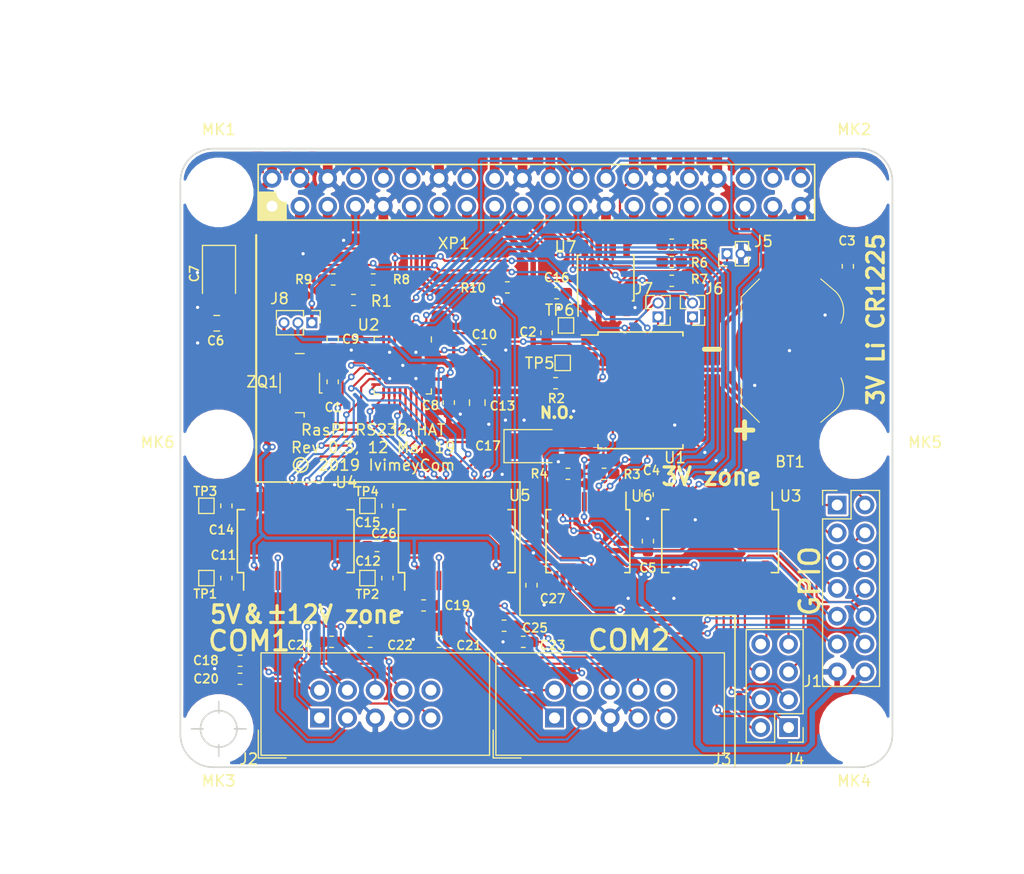
<source format=kicad_pcb>
(kicad_pcb (version 20171130) (host pcbnew "(5.1.0-rc1-139-g5a414a74d)")
  (title_block (title "RasPi Serial Hat") (date 2019-03-11) (rev 3) (company IvimeyCom))
  (layers (0 F.Cu signal) (31 B.Cu signal) (34 B.Paste user) (35 F.Paste user) (36 B.SilkS user) (37 F.SilkS user) (38 B.Mask user) (39 F.Mask user) (44 Edge.Cuts user))
  (net 0 "")
  (net 1 GND)
  (net 2 RPI_SCL)
  (net 3 RPI_SDA)
  (net 4 RPI_GPCLK0)
  (net 5 "Net-(XP1-Pad40)")
  (net 6 "Net-(XP1-Pad38)")
  (net 7 "Net-(XP1-Pad37)")
  (net 8 "Net-(XP1-Pad36)")
  (net 9 "Net-(XP1-Pad35)")
  (net 10 "Net-(XP1-Pad33)")
  (net 11 "Net-(XP1-Pad32)")
  (net 12 "Net-(XP1-Pad31)")
  (net 13 "Net-(XP1-Pad29)")
  (net 14 /CE1)
  (net 15 /CE0)
  (net 16 "Net-(XP1-Pad22)")
  (net 17 "Net-(XP1-Pad18)")
  (net 18 "Net-(XP1-Pad16)")
  (net 19 "Net-(XP1-Pad15)")
  (net 20 "Net-(XP1-Pad12)")
  (net 21 ~SER_IRQ_A)
  (net 22 "Net-(XP1-Pad10)")
  (net 23 "Net-(XP1-Pad8)")
  (net 24 +3V3)
  (net 25 +5V)
  (net 26 /+3Vbat)
  (net 27 ~HAT_RST)
  (net 28 /U_V18)
  (net 29 HAT_CLK)
  (net 30 /ZQ_CLK)
  (net 31 "Net-(C11-Pad2)")
  (net 32 "Net-(C11-Pad1)")
  (net 33 "Net-(C12-Pad2)")
  (net 34 "Net-(C12-Pad1)")
  (net 35 "Net-(C14-Pad2)")
  (net 36 "Net-(C14-Pad1)")
  (net 37 "Net-(C15-Pad2)")
  (net 38 "Net-(C15-Pad1)")
  (net 39 ~SER_IRQ_B)
  (net 40 "Net-(R3-Pad1)")
  (net 41 /~E0_RI)
  (net 42 /~E0_CTS)
  (net 43 /~E0_RTS)
  (net 44 /~E0_DSR)
  (net 45 /~E0_DTR)
  (net 46 /E0_TX)
  (net 47 /E0_RX)
  (net 48 /~E0_DCD)
  (net 49 CLK_INT_SW)
  (net 50 /~U0_RI)
  (net 51 /~U0_DCD)
  (net 52 /~U0_RTS)
  (net 53 /U0_RX)
  (net 54 /U0_TX)
  (net 55 /~U0_CTS)
  (net 56 /~U0_DSR)
  (net 57 /~U0_DTR)
  (net 58 U0_DISABLE)
  (net 59 U1_DISABLE)
  (net 60 /E1_TX)
  (net 61 /E1_RX)
  (net 62 /U1_RX)
  (net 63 /U1_TX)
  (net 64 /V0+)
  (net 65 /V1+)
  (net 66 /V0-)
  (net 67 /V1-)
  (net 68 /PC3)
  (net 69 /PC2)
  (net 70 /PC1)
  (net 71 /PC0)
  (net 72 /PA7)
  (net 73 /PA6)
  (net 74 /PA5)
  (net 75 /PA4)
  (net 76 /PA3)
  (net 77 /PA2)
  (net 78 /PA1)
  (net 79 /PA0)
  (net 80 /PB7)
  (net 81 /PB6)
  (net 82 /PB5)
  (net 83 /PB4)
  (net 84 /PB3)
  (net 85 /PB2)
  (net 86 /PB1)
  (net 87 /PB0)
  (net 88 /MOSI)
  (net 89 /SCLK)
  (net 90 /MISO)
  (net 91 /~E1_RI)
  (net 92 /~E1_CTS)
  (net 93 /~E1_RTS)
  (net 94 /~E1_DSR)
  (net 95 /~E1_DTR)
  (net 96 /~E1_DCD)
  (net 97 "Net-(J5-Pad1)")
  (net 98 ID_SD)
  (net 99 ID_SC)
  (net 100 /~U1_DCD)
  (net 101 /~U1_RTS)
  (net 102 /~U1_CTS)
  (net 103 /~U1_DSR)
  (net 104 /~U1_DTR)
  (net 105 /~U1_RI)
  (net 106 "Net-(TP6-Pad1)")
  (net 107 "Net-(J6-Pad1)")
  (net 108 "Net-(J7-Pad1)")
  (module Capacitor_SMD:C_0603_1608Metric_Pad1.05x0.95mm_HandSolder (layer F.Cu) (at 65.95 70.95 270)
    (fp_text reference C27 (at 1.225 -1.925) (layer F.SilkS) (effects (font (size 0.8 0.8))))
    (fp_text value 100nF)
    (pad 2 smd roundrect (at 0.875 0 270) (size 1.05 0.95) (layers F.Cu F.Paste F.Mask) (net 1 GND))
    (pad 1 smd roundrect (at -0.875 0 270) (size 1.05 0.95) (layers F.Cu F.Paste F.Mask) (net 25 +5V))
  )
  (module Capacitor_SMD:C_0603_1608Metric_Pad1.05x0.95mm_HandSolder (layer F.Cu) (at 51.85 67.375)
    (fp_text reference C26 (at 0.625 -1.15) (layer F.SilkS) (effects (font (size 0.8 0.8))))
    (fp_text value 100nF)
    (pad 2 smd roundrect (at 0.875 0) (size 1.05 0.95) (layers F.Cu F.Paste F.Mask) (net 1 GND))
    (pad 1 smd roundrect (at -0.875 0) (size 1.05 0.95) (layers F.Cu F.Paste F.Mask) (net 25 +5V))
  )
  (module Package_SO:SOIC-8_3.9x4.9mm_P1.27mm (layer F.Cu) (at 72.725 42.9 90)
    (fp_text reference U7 (at 2.85 -3.675 180) (layer F.SilkS))
    (fp_text value CAT24C64)
    (pad 8 smd rect (at 2.7 -1.905 90) (size 1.55 0.6) (layers F.Cu F.Paste F.Mask) (net 24 +3V3))
    (pad 7 smd rect (at 2.7 -0.635 90) (size 1.55 0.6) (layers F.Cu F.Paste F.Mask) (net 97 "Net-(J5-Pad1)"))
    (pad 6 smd rect (at 2.7 0.635 90) (size 1.55 0.6) (layers F.Cu F.Paste F.Mask) (net 99 ID_SC))
    (pad 5 smd rect (at 2.7 1.905 90) (size 1.55 0.6) (layers F.Cu F.Paste F.Mask) (net 98 ID_SD))
    (pad 4 smd rect (at -2.7 1.905 90) (size 1.55 0.6) (layers F.Cu F.Paste F.Mask) (net 1 GND))
    (pad 3 smd rect (at -2.7 0.635 90) (size 1.55 0.6) (layers F.Cu F.Paste F.Mask) (net 1 GND))
    (pad 2 smd rect (at -2.7 -0.635 90) (size 1.55 0.6) (layers F.Cu F.Paste F.Mask) (net 1 GND))
    (pad 1 smd rect (at -2.7 -1.905 90) (size 1.55 0.6) (layers F.Cu F.Paste F.Mask) (net 1 GND))
  )
  (module Connector_PinHeader_1.27mm:PinHeader_1x03_P1.27mm_Vertical (layer F.Cu) (at 45.9 46.975 270)
    (fp_text reference J8 (at -2.2 2.95) (layer F.SilkS))
    (fp_text value Conn_01x03)
    (pad 3 thru_hole oval (at 0 2.54 270) (size 1 1) (drill 0.65) (layers *.Cu *.Mask) (net 30 /ZQ_CLK))
    (pad 2 thru_hole oval (at 0 1.27 270) (size 1 1) (drill 0.65) (layers *.Cu *.Mask) (net 29 HAT_CLK))
    (pad 1 thru_hole rect (at 0 0 270) (size 1 1) (drill 0.65) (layers *.Cu *.Mask) (net 4 RPI_GPCLK0))
  )
  (module Connector_PinHeader_1.27mm:PinHeader_1x02_P1.27mm_Vertical (layer F.Cu) (at 77.5 46.45 180)
    (fp_text reference J7 (at 1.3 2.575 180) (layer F.SilkS))
    (fp_text value Conn_01x02)
    (pad 2 thru_hole oval (at 0 1.27 180) (size 1 1) (drill 0.65) (layers *.Cu *.Mask) (net 3 RPI_SDA))
    (pad 1 thru_hole rect (at 0 0 180) (size 1 1) (drill 0.65) (layers *.Cu *.Mask) (net 108 "Net-(J7-Pad1)"))
  )
  (module Connector_PinHeader_1.27mm:PinHeader_1x02_P1.27mm_Vertical (layer F.Cu) (at 80.65 46.45 180)
    (fp_text reference J6 (at -1.975 2.575 180) (layer F.SilkS))
    (fp_text value Conn_01x02)
    (pad 2 thru_hole oval (at 0 1.27 180) (size 1 1) (drill 0.65) (layers *.Cu *.Mask) (net 2 RPI_SCL))
    (pad 1 thru_hole rect (at 0 0 180) (size 1 1) (drill 0.65) (layers *.Cu *.Mask) (net 107 "Net-(J6-Pad1)"))
  )
  (module Capacitor_SMD:C_0603_1608Metric_Pad1.05x0.95mm_HandSolder (layer F.Cu) (at 63.45 74.65 180)
    (fp_text reference C25 (at -2.825 -0.2 180) (layer F.SilkS) (effects (font (size 0.8 0.8))))
    (fp_text value 100pF)
    (pad 2 smd roundrect (at 0.875 0 180) (size 1.05 0.95) (layers F.Cu F.Paste F.Mask) (net 92 /~E1_CTS))
    (pad 1 smd roundrect (at -0.875 0 180) (size 1.05 0.95) (layers F.Cu F.Paste F.Mask) (net 1 GND))
  )
  (module Capacitor_SMD:C_0603_1608Metric_Pad1.05x0.95mm_HandSolder (layer F.Cu) (at 47.7 76.125 180)
    (fp_text reference C24 (at 2.875 -0.3 180) (layer F.SilkS) (effects (font (size 0.8 0.8))))
    (fp_text value 100pF)
    (pad 2 smd roundrect (at 0.875 0 180) (size 1.05 0.95) (layers F.Cu F.Paste F.Mask) (net 42 /~E0_CTS))
    (pad 1 smd roundrect (at -0.875 0 180) (size 1.05 0.95) (layers F.Cu F.Paste F.Mask) (net 1 GND))
  )
  (module Capacitor_SMD:C_0603_1608Metric_Pad1.05x0.95mm_HandSolder (layer F.Cu) (at 65.2 76.125)
    (fp_text reference C23 (at 2.675 0.3) (layer F.SilkS) (effects (font (size 0.8 0.8))))
    (fp_text value 100pF)
    (pad 2 smd roundrect (at 0.875 0) (size 1.05 0.95) (layers F.Cu F.Paste F.Mask) (net 93 /~E1_RTS))
    (pad 1 smd roundrect (at -0.875 0) (size 1.05 0.95) (layers F.Cu F.Paste F.Mask) (net 1 GND))
  )
  (module Capacitor_SMD:C_0603_1608Metric_Pad1.05x0.95mm_HandSolder (layer F.Cu) (at 51.225 76.125)
    (fp_text reference C22 (at 2.725 0.3) (layer F.SilkS) (effects (font (size 0.8 0.8))))
    (fp_text value 100pF)
    (pad 2 smd roundrect (at 0.875 0) (size 1.05 0.95) (layers F.Cu F.Paste F.Mask) (net 43 /~E0_RTS))
    (pad 1 smd roundrect (at -0.875 0) (size 1.05 0.95) (layers F.Cu F.Paste F.Mask) (net 1 GND))
  )
  (module Capacitor_SMD:C_0603_1608Metric_Pad1.05x0.95mm_HandSolder (layer F.Cu) (at 57.525 76.125)
    (fp_text reference C21 (at 2.725 0.325) (layer F.SilkS) (effects (font (size 0.8 0.8))))
    (fp_text value 100pF)
    (pad 2 smd roundrect (at 0.875 0) (size 1.05 0.95) (layers F.Cu F.Paste F.Mask) (net 61 /E1_RX))
    (pad 1 smd roundrect (at -0.875 0) (size 1.05 0.95) (layers F.Cu F.Paste F.Mask) (net 1 GND))
  )
  (module Capacitor_SMD:C_0603_1608Metric_Pad1.05x0.95mm_HandSolder (layer F.Cu) (at 39.35 79.5)
    (fp_text reference C20 (at -3.1 0) (layer F.SilkS) (effects (font (size 0.8 0.8))))
    (fp_text value 100pF)
    (pad 2 smd roundrect (at 0.875 0) (size 1.05 0.95) (layers F.Cu F.Paste F.Mask) (net 47 /E0_RX))
    (pad 1 smd roundrect (at -0.875 0) (size 1.05 0.95) (layers F.Cu F.Paste F.Mask) (net 1 GND))
  )
  (module Capacitor_SMD:C_0603_1608Metric_Pad1.05x0.95mm_HandSolder (layer F.Cu) (at 56.1 72.8)
    (fp_text reference C19 (at 3.075 0) (layer F.SilkS) (effects (font (size 0.8 0.8))))
    (fp_text value 100pF)
    (pad 2 smd roundrect (at 0.875 0) (size 1.05 0.95) (layers F.Cu F.Paste F.Mask) (net 60 /E1_TX))
    (pad 1 smd roundrect (at -0.875 0) (size 1.05 0.95) (layers F.Cu F.Paste F.Mask) (net 1 GND))
  )
  (module Capacitor_SMD:C_0603_1608Metric_Pad1.05x0.95mm_HandSolder (layer F.Cu) (at 39.35 77.85)
    (fp_text reference C18 (at -3.125 -0.025) (layer F.SilkS) (effects (font (size 0.8 0.8))))
    (fp_text value 100pF)
    (pad 2 smd roundrect (at 0.875 0) (size 1.05 0.95) (layers F.Cu F.Paste F.Mask) (net 46 /E0_TX))
    (pad 1 smd roundrect (at -0.875 0) (size 1.05 0.95) (layers F.Cu F.Paste F.Mask) (net 1 GND))
  )
  (module TestPoint:TestPoint_Pad_1.0x1.0mm (layer F.Cu) (at 69.1 47.225)
    (fp_text reference TP6 (at -0.575 -1.4) (layer F.SilkS))
    (fp_text value TestPoint)
    (pad 1 smd rect (at 0 0) (size 1 1) (layers F.Cu F.Mask) (net 106 "Net-(TP6-Pad1)"))
  )
  (module Resistor_SMD:R_0603_1608Metric_Pad1.05x0.95mm_HandSolder (layer F.Cu) (at 63.75 43.75)
    (fp_text reference R10 (at -3.125 0.05) (layer F.SilkS) (effects (font (size 0.8 0.8))))
    (fp_text value 10K)
    (pad 2 smd roundrect (at 0.875 0) (size 1.05 0.95) (layers F.Cu F.Paste F.Mask) (net 24 +3V3))
    (pad 1 smd roundrect (at -0.875 0) (size 1.05 0.95) (layers F.Cu F.Paste F.Mask) (net 39 ~SER_IRQ_B))
  )
  (module Resistor_SMD:R_0603_1608Metric_Pad1.05x0.95mm_HandSolder (layer F.Cu) (at 47.85 43.025 180)
    (fp_text reference R9 (at 2.7 0 180) (layer F.SilkS) (effects (font (size 0.8 0.8))))
    (fp_text value 3.9K)
    (pad 2 smd roundrect (at 0.875 0 180) (size 1.05 0.95) (layers F.Cu F.Paste F.Mask) (net 24 +3V3))
    (pad 1 smd roundrect (at -0.875 0 180) (size 1.05 0.95) (layers F.Cu F.Paste F.Mask) (net 3 RPI_SDA))
  )
  (module Resistor_SMD:R_0603_1608Metric_Pad1.05x0.95mm_HandSolder (layer F.Cu) (at 51.5 43.025 180)
    (fp_text reference R8 (at -2.575 0 180) (layer F.SilkS) (effects (font (size 0.8 0.8))))
    (fp_text value 3.9K)
    (pad 2 smd roundrect (at 0.875 0 180) (size 1.05 0.95) (layers F.Cu F.Paste F.Mask) (net 24 +3V3))
    (pad 1 smd roundrect (at -0.875 0 180) (size 1.05 0.95) (layers F.Cu F.Paste F.Mask) (net 2 RPI_SCL))
  )
  (module Capacitor_Tantalum_SMD:CP_EIA-3528-12_Kemet-T_Pad1.50x2.35mm_HandSolder (layer F.Cu) (at 66.075 58.25)
    (fp_text reference C17 (at -4.1 -0.025) (layer F.SilkS) (effects (font (size 0.8 0.8))))
    (fp_text value 100uF)
    (pad 2 smd roundrect (at 1.625 0) (size 1.5 2.35) (layers F.Cu F.Paste F.Mask) (roundrect_rratio 0.166667) (net 1 GND))
    (pad 1 smd roundrect (at -1.625 0) (size 1.5 2.35) (layers F.Cu F.Paste F.Mask) (roundrect_rratio 0.166667) (net 24 +3V3))
  )
  (module Resistor_SMD:R_0603_1608Metric_Pad1.05x0.95mm_HandSolder (layer F.Cu) (at 78.75 43.15)
    (fp_text reference R7 (at 2.525 -0.15) (layer F.SilkS) (effects (font (size 0.8 0.8))))
    (fp_text value 1K)
    (pad 2 smd roundrect (at 0.875 0) (size 1.05 0.95) (layers F.Cu F.Paste F.Mask) (net 24 +3V3))
    (pad 1 smd roundrect (at -0.875 0) (size 1.05 0.95) (layers F.Cu F.Paste F.Mask) (net 97 "Net-(J5-Pad1)"))
  )
  (module Resistor_SMD:R_0603_1608Metric_Pad1.05x0.95mm_HandSolder (layer F.Cu) (at 78.75 41.425)
    (fp_text reference R6 (at 2.525 0.075) (layer F.SilkS) (effects (font (size 0.8 0.8))))
    (fp_text value 3.9K)
    (pad 2 smd roundrect (at 0.875 0) (size 1.05 0.95) (layers F.Cu F.Paste F.Mask) (net 24 +3V3))
    (pad 1 smd roundrect (at -0.875 0) (size 1.05 0.95) (layers F.Cu F.Paste F.Mask) (net 99 ID_SC))
  )
  (module Resistor_SMD:R_0603_1608Metric_Pad1.05x0.95mm_HandSolder (layer F.Cu) (at 78.75 39.85)
    (fp_text reference R5 (at 2.525 0) (layer F.SilkS) (effects (font (size 0.8 0.8))))
    (fp_text value 3.9K)
    (pad 2 smd roundrect (at 0.875 0) (size 1.05 0.95) (layers F.Cu F.Paste F.Mask) (net 24 +3V3))
    (pad 1 smd roundrect (at -0.875 0) (size 1.05 0.95) (layers F.Cu F.Paste F.Mask) (net 98 ID_SD))
  )
  (module Connector_PinHeader_1.27mm:PinHeader_1x02_P1.27mm_Vertical (layer F.Cu) (at 83.8 40.675 90)
    (fp_text reference J5 (at 1.125 3.325 180) (layer F.SilkS))
    (fp_text value Conn_01x02)
    (pad 2 thru_hole oval (at 0 1.27 90) (size 1 1) (drill 0.65) (layers *.Cu *.Mask) (net 1 GND))
    (pad 1 thru_hole rect (at 0 0 90) (size 1 1) (drill 0.65) (layers *.Cu *.Mask) (net 97 "Net-(J5-Pad1)"))
  )
  (module Capacitor_SMD:C_0603_1608Metric_Pad1.05x0.95mm_HandSolder (layer F.Cu) (at 68.25 44.275)
    (fp_text reference C16 (at 0 -1.43) (layer F.SilkS) (effects (font (size 0.8 0.8))))
    (fp_text value 100nF)
    (pad 2 smd roundrect (at 0.875 0) (size 1.05 0.95) (layers F.Cu F.Paste F.Mask) (net 1 GND))
    (pad 1 smd roundrect (at -0.875 0) (size 1.05 0.95) (layers F.Cu F.Paste F.Mask) (net 24 +3V3))
  )
  (module Connector_PinHeader_2.54mm:PinHeader_2x07_P2.54mm_Vertical (layer F.Cu) (at 93.85 63.625)
    (fp_text reference J1 (at -2.225 16.1) (layer F.SilkS))
    (fp_text value Conn_02x07)
    (pad 14 thru_hole oval (at 2.54 15.24) (size 1.7 1.7) (drill 1) (layers *.Cu *.Mask) (net 24 +3V3))
    (pad 13 thru_hole oval (at 0 15.24) (size 1.7 1.7) (drill 1) (layers *.Cu *.Mask) (net 1 GND))
    (pad 12 thru_hole oval (at 2.54 12.7) (size 1.7 1.7) (drill 1) (layers *.Cu *.Mask) (net 68 /PC3))
    (pad 11 thru_hole oval (at 0 12.7) (size 1.7 1.7) (drill 1) (layers *.Cu *.Mask) (net 69 /PC2))
    (pad 10 thru_hole oval (at 2.54 10.16) (size 1.7 1.7) (drill 1) (layers *.Cu *.Mask) (net 70 /PC1))
    (pad 9 thru_hole oval (at 0 10.16) (size 1.7 1.7) (drill 1) (layers *.Cu *.Mask) (net 71 /PC0))
    (pad 8 thru_hole oval (at 2.54 7.62) (size 1.7 1.7) (drill 1) (layers *.Cu *.Mask) (net 80 /PB7))
    (pad 7 thru_hole oval (at 0 7.62) (size 1.7 1.7) (drill 1) (layers *.Cu *.Mask) (net 81 /PB6))
    (pad 6 thru_hole oval (at 2.54 5.08) (size 1.7 1.7) (drill 1) (layers *.Cu *.Mask) (net 82 /PB5))
    (pad 5 thru_hole oval (at 0 5.08) (size 1.7 1.7) (drill 1) (layers *.Cu *.Mask) (net 83 /PB4))
    (pad 4 thru_hole oval (at 2.54 2.54) (size 1.7 1.7) (drill 1) (layers *.Cu *.Mask) (net 84 /PB3))
    (pad 3 thru_hole oval (at 0 2.54) (size 1.7 1.7) (drill 1) (layers *.Cu *.Mask) (net 85 /PB2))
    (pad 2 thru_hole oval (at 2.54 0) (size 1.7 1.7) (drill 1) (layers *.Cu *.Mask) (net 86 /PB1))
    (pad 1 thru_hole rect (at 0 0) (size 1.7 1.7) (drill 1) (layers *.Cu *.Mask) (net 87 /PB0))
  )
  (module TestPoint:TestPoint_Pad_1.0x1.0mm (layer F.Cu) (at 68.8 50.65)
    (fp_text reference TP5 (at -2.1 0.025) (layer F.SilkS))
    (fp_text value TestPoint)
    (pad 1 smd rect (at 0 0) (size 1 1) (layers F.Cu F.Mask) (net 27 ~HAT_RST))
  )
  (module Connector_PinHeader_2.54mm:PinHeader_2x04_P2.54mm_Vertical (layer F.Cu) (at 89.415 83.955 180)
    (fp_text reference J4 (at -0.585 -2.895 180) (layer F.SilkS))
    (fp_text value Conn_02x04)
    (pad 8 thru_hole oval (at 2.54 7.62 180) (size 1.7 1.7) (drill 1) (layers *.Cu *.Mask) (net 72 /PA7))
    (pad 7 thru_hole oval (at 0 7.62 180) (size 1.7 1.7) (drill 1) (layers *.Cu *.Mask) (net 73 /PA6))
    (pad 6 thru_hole oval (at 2.54 5.08 180) (size 1.7 1.7) (drill 1) (layers *.Cu *.Mask) (net 74 /PA5))
    (pad 5 thru_hole oval (at 0 5.08 180) (size 1.7 1.7) (drill 1) (layers *.Cu *.Mask) (net 75 /PA4))
    (pad 4 thru_hole oval (at 2.54 2.54 180) (size 1.7 1.7) (drill 1) (layers *.Cu *.Mask) (net 76 /PA3))
    (pad 3 thru_hole oval (at 0 2.54 180) (size 1.7 1.7) (drill 1) (layers *.Cu *.Mask) (net 77 /PA2))
    (pad 2 thru_hole oval (at 2.54 0 180) (size 1.7 1.7) (drill 1) (layers *.Cu *.Mask) (net 78 /PA1))
    (pad 1 thru_hole rect (at 0 0 180) (size 1.7 1.7) (drill 1) (layers *.Cu *.Mask) (net 79 /PA0))
  )
  (module Battery:BatteryHolder_LINX_BAT-HLD-012-SMT (layer F.Cu) (at 89.5 49.525 90)
    (fp_text reference BT1 (at -10.15 0.05 180) (layer F.SilkS))
    (fp_text value Battery_Cell)
    (pad 2 smd circle (at 0 0 90) (size 10.2 10.2) (layers F.Cu F.Paste F.Mask) (net 1 GND))
    (pad 1 smd rect (at 7.6 0 90) (size 2.5 5.1) (layers F.Cu F.Paste F.Mask) (net 26 /+3Vbat))
    (pad 1 smd rect (at -7.6 0 90) (size 2.5 5.1) (layers F.Cu F.Paste F.Mask) (net 26 /+3Vbat))
  )
  (module Connector_IDC:IDC-Header_2x05_P2.54mm_Vertical (layer F.Cu) (at 68.05 83.075 90)
    (fp_text reference J3 (at -3.775 15.3 180) (layer F.SilkS))
    (fp_text value Conn_02x05_Odd_Even)
    (pad 10 thru_hole oval (at 2.54 10.16 90) (size 1.7272 1.7272) (drill 1.016) (layers *.Cu *.Mask))
    (pad 9 thru_hole oval (at 0 10.16 90) (size 1.7272 1.7272) (drill 1.016) (layers *.Cu *.Mask) (net 91 /~E1_RI))
    (pad 8 thru_hole oval (at 2.54 7.62 90) (size 1.7272 1.7272) (drill 1.016) (layers *.Cu *.Mask) (net 92 /~E1_CTS))
    (pad 7 thru_hole oval (at 0 7.62 90) (size 1.7272 1.7272) (drill 1.016) (layers *.Cu *.Mask) (net 93 /~E1_RTS))
    (pad 6 thru_hole oval (at 2.54 5.08 90) (size 1.7272 1.7272) (drill 1.016) (layers *.Cu *.Mask) (net 94 /~E1_DSR))
    (pad 5 thru_hole oval (at 0 5.08 90) (size 1.7272 1.7272) (drill 1.016) (layers *.Cu *.Mask) (net 1 GND))
    (pad 4 thru_hole oval (at 2.54 2.54 90) (size 1.7272 1.7272) (drill 1.016) (layers *.Cu *.Mask) (net 95 /~E1_DTR))
    (pad 3 thru_hole oval (at 0 2.54 90) (size 1.7272 1.7272) (drill 1.016) (layers *.Cu *.Mask) (net 60 /E1_TX))
    (pad 2 thru_hole oval (at 2.54 0 90) (size 1.7272 1.7272) (drill 1.016) (layers *.Cu *.Mask) (net 61 /E1_RX))
    (pad 1 thru_hole rect (at 0 0 90) (size 1.7272 1.7272) (drill 1.016) (layers *.Cu *.Mask) (net 96 /~E1_DCD))
  )
  (module Connector_IDC:IDC-Header_2x05_P2.54mm_Vertical (layer F.Cu) (at 46.61 83.075 90)
    (fp_text reference J2 (at -3.75 -6.46 180) (layer F.SilkS))
    (fp_text value Conn_02x05_Odd_Even)
    (pad 10 thru_hole oval (at 2.54 10.16 90) (size 1.7272 1.7272) (drill 1.016) (layers *.Cu *.Mask))
    (pad 9 thru_hole oval (at 0 10.16 90) (size 1.7272 1.7272) (drill 1.016) (layers *.Cu *.Mask) (net 41 /~E0_RI))
    (pad 8 thru_hole oval (at 2.54 7.62 90) (size 1.7272 1.7272) (drill 1.016) (layers *.Cu *.Mask) (net 42 /~E0_CTS))
    (pad 7 thru_hole oval (at 0 7.62 90) (size 1.7272 1.7272) (drill 1.016) (layers *.Cu *.Mask) (net 43 /~E0_RTS))
    (pad 6 thru_hole oval (at 2.54 5.08 90) (size 1.7272 1.7272) (drill 1.016) (layers *.Cu *.Mask) (net 44 /~E0_DSR))
    (pad 5 thru_hole oval (at 0 5.08 90) (size 1.7272 1.7272) (drill 1.016) (layers *.Cu *.Mask) (net 1 GND))
    (pad 4 thru_hole oval (at 2.54 2.54 90) (size 1.7272 1.7272) (drill 1.016) (layers *.Cu *.Mask) (net 45 /~E0_DTR))
    (pad 3 thru_hole oval (at 0 2.54 90) (size 1.7272 1.7272) (drill 1.016) (layers *.Cu *.Mask) (net 46 /E0_TX))
    (pad 2 thru_hole oval (at 2.54 0 90) (size 1.7272 1.7272) (drill 1.016) (layers *.Cu *.Mask) (net 47 /E0_RX))
    (pad 1 thru_hole rect (at 0 0 90) (size 1.7272 1.7272) (drill 1.016) (layers *.Cu *.Mask) (net 48 /~E0_DCD))
  )
  (module Package_SO:SSOP-28_5.3x10.2mm_P0.65mm (layer F.Cu) (at 59.125 66.925 90)
    (fp_text reference U5 (at 4.175 5.75 180) (layer F.SilkS))
    (fp_text value LT1137ACG)
    (pad 28 smd rect (at 3.6 -4.225 90) (size 1.75 0.45) (layers F.Cu F.Paste F.Mask) (net 67 /V1-))
    (pad 27 smd rect (at 3.6 -3.575 90) (size 1.75 0.45) (layers F.Cu F.Paste F.Mask) (net 38 "Net-(C15-Pad1)"))
    (pad 26 smd rect (at 3.6 -2.925 90) (size 1.75 0.45) (layers F.Cu F.Paste F.Mask) (net 37 "Net-(C15-Pad2)"))
    (pad 25 smd rect (at 3.6 -2.275 90) (size 1.75 0.45) (layers F.Cu F.Paste F.Mask) (net 63 /U1_TX))
    (pad 24 smd rect (at 3.6 -1.625 90) (size 1.75 0.45) (layers F.Cu F.Paste F.Mask) (net 62 /U1_RX))
    (pad 23 smd rect (at 3.6 -0.975 90) (size 1.75 0.45) (layers F.Cu F.Paste F.Mask) (net 101 /~U1_RTS))
    (pad 22 smd rect (at 3.6 -0.325 90) (size 1.75 0.45) (layers F.Cu F.Paste F.Mask) (net 102 /~U1_CTS))
    (pad 21 smd rect (at 3.6 0.325 90) (size 1.75 0.45) (layers F.Cu F.Paste F.Mask) (net 100 /~U1_DCD))
    (pad 20 smd rect (at 3.6 0.975 90) (size 1.75 0.45) (layers F.Cu F.Paste F.Mask) (net 103 /~U1_DSR))
    (pad 19 smd rect (at 3.6 1.625 90) (size 1.75 0.45) (layers F.Cu F.Paste F.Mask) (net 104 /~U1_DTR))
    (pad 18 smd rect (at 3.6 2.275 90) (size 1.75 0.45) (layers F.Cu F.Paste F.Mask) (net 105 /~U1_RI))
    (pad 17 smd rect (at 3.6 2.925 90) (size 1.75 0.45) (layers F.Cu F.Paste F.Mask) (net 1 GND))
    (pad 16 smd rect (at 3.6 3.575 90) (size 1.75 0.45) (layers F.Cu F.Paste F.Mask) (net 59 U1_DISABLE))
    (pad 15 smd rect (at 3.6 4.225 90) (size 1.75 0.45) (layers F.Cu F.Paste F.Mask))
    (pad 14 smd rect (at -3.6 4.225 90) (size 1.75 0.45) (layers F.Cu F.Paste F.Mask))
    (pad 13 smd rect (at -3.6 3.575 90) (size 1.75 0.45) (layers F.Cu F.Paste F.Mask) (net 25 +5V))
    (pad 12 smd rect (at -3.6 2.925 90) (size 1.75 0.45) (layers F.Cu F.Paste F.Mask) (net 91 /~E1_RI))
    (pad 11 smd rect (at -3.6 2.275 90) (size 1.75 0.45) (layers F.Cu F.Paste F.Mask) (net 95 /~E1_DTR))
    (pad 10 smd rect (at -3.6 1.625 90) (size 1.75 0.45) (layers F.Cu F.Paste F.Mask) (net 94 /~E1_DSR))
    (pad 9 smd rect (at -3.6 0.975 90) (size 1.75 0.45) (layers F.Cu F.Paste F.Mask) (net 96 /~E1_DCD))
    (pad 8 smd rect (at -3.6 0.325 90) (size 1.75 0.45) (layers F.Cu F.Paste F.Mask) (net 92 /~E1_CTS))
    (pad 7 smd rect (at -3.6 -0.325 90) (size 1.75 0.45) (layers F.Cu F.Paste F.Mask) (net 93 /~E1_RTS))
    (pad 6 smd rect (at -3.6 -0.975 90) (size 1.75 0.45) (layers F.Cu F.Paste F.Mask) (net 61 /E1_RX))
    (pad 5 smd rect (at -3.6 -1.625 90) (size 1.75 0.45) (layers F.Cu F.Paste F.Mask) (net 60 /E1_TX))
    (pad 4 smd rect (at -3.6 -2.275 90) (size 1.75 0.45) (layers F.Cu F.Paste F.Mask) (net 33 "Net-(C12-Pad2)"))
    (pad 3 smd rect (at -3.6 -2.925 90) (size 1.75 0.45) (layers F.Cu F.Paste F.Mask) (net 34 "Net-(C12-Pad1)"))
    (pad 2 smd rect (at -3.6 -3.575 90) (size 1.75 0.45) (layers F.Cu F.Paste F.Mask) (net 25 +5V))
    (pad 1 smd rect (at -3.6 -4.225 90) (size 1.75 0.45) (layers F.Cu F.Paste F.Mask) (net 65 /V1+))
  )
  (module Package_SO:SSOP-28_5.3x10.2mm_P0.65mm (layer F.Cu) (at 44.425 66.925 90)
    (fp_text reference U4 (at 5.375 4.625 180) (layer F.SilkS))
    (fp_text value LT1137ACG)
    (pad 28 smd rect (at 3.6 -4.225 90) (size 1.75 0.45) (layers F.Cu F.Paste F.Mask) (net 66 /V0-))
    (pad 27 smd rect (at 3.6 -3.575 90) (size 1.75 0.45) (layers F.Cu F.Paste F.Mask) (net 36 "Net-(C14-Pad1)"))
    (pad 26 smd rect (at 3.6 -2.925 90) (size 1.75 0.45) (layers F.Cu F.Paste F.Mask) (net 35 "Net-(C14-Pad2)"))
    (pad 25 smd rect (at 3.6 -2.275 90) (size 1.75 0.45) (layers F.Cu F.Paste F.Mask) (net 54 /U0_TX))
    (pad 24 smd rect (at 3.6 -1.625 90) (size 1.75 0.45) (layers F.Cu F.Paste F.Mask) (net 53 /U0_RX))
    (pad 23 smd rect (at 3.6 -0.975 90) (size 1.75 0.45) (layers F.Cu F.Paste F.Mask) (net 52 /~U0_RTS))
    (pad 22 smd rect (at 3.6 -0.325 90) (size 1.75 0.45) (layers F.Cu F.Paste F.Mask) (net 55 /~U0_CTS))
    (pad 21 smd rect (at 3.6 0.325 90) (size 1.75 0.45) (layers F.Cu F.Paste F.Mask) (net 51 /~U0_DCD))
    (pad 20 smd rect (at 3.6 0.975 90) (size 1.75 0.45) (layers F.Cu F.Paste F.Mask) (net 56 /~U0_DSR))
    (pad 19 smd rect (at 3.6 1.625 90) (size 1.75 0.45) (layers F.Cu F.Paste F.Mask) (net 57 /~U0_DTR))
    (pad 18 smd rect (at 3.6 2.275 90) (size 1.75 0.45) (layers F.Cu F.Paste F.Mask) (net 50 /~U0_RI))
    (pad 17 smd rect (at 3.6 2.925 90) (size 1.75 0.45) (layers F.Cu F.Paste F.Mask) (net 1 GND))
    (pad 16 smd rect (at 3.6 3.575 90) (size 1.75 0.45) (layers F.Cu F.Paste F.Mask) (net 58 U0_DISABLE))
    (pad 15 smd rect (at 3.6 4.225 90) (size 1.75 0.45) (layers F.Cu F.Paste F.Mask))
    (pad 14 smd rect (at -3.6 4.225 90) (size 1.75 0.45) (layers F.Cu F.Paste F.Mask))
    (pad 13 smd rect (at -3.6 3.575 90) (size 1.75 0.45) (layers F.Cu F.Paste F.Mask) (net 25 +5V))
    (pad 12 smd rect (at -3.6 2.925 90) (size 1.75 0.45) (layers F.Cu F.Paste F.Mask) (net 41 /~E0_RI))
    (pad 11 smd rect (at -3.6 2.275 90) (size 1.75 0.45) (layers F.Cu F.Paste F.Mask) (net 45 /~E0_DTR))
    (pad 10 smd rect (at -3.6 1.625 90) (size 1.75 0.45) (layers F.Cu F.Paste F.Mask) (net 44 /~E0_DSR))
    (pad 9 smd rect (at -3.6 0.975 90) (size 1.75 0.45) (layers F.Cu F.Paste F.Mask) (net 48 /~E0_DCD))
    (pad 8 smd rect (at -3.6 0.325 90) (size 1.75 0.45) (layers F.Cu F.Paste F.Mask) (net 42 /~E0_CTS))
    (pad 7 smd rect (at -3.6 -0.325 90) (size 1.75 0.45) (layers F.Cu F.Paste F.Mask) (net 43 /~E0_RTS))
    (pad 6 smd rect (at -3.6 -0.975 90) (size 1.75 0.45) (layers F.Cu F.Paste F.Mask) (net 47 /E0_RX))
    (pad 5 smd rect (at -3.6 -1.625 90) (size 1.75 0.45) (layers F.Cu F.Paste F.Mask) (net 46 /E0_TX))
    (pad 4 smd rect (at -3.6 -2.275 90) (size 1.75 0.45) (layers F.Cu F.Paste F.Mask) (net 31 "Net-(C11-Pad2)"))
    (pad 3 smd rect (at -3.6 -2.925 90) (size 1.75 0.45) (layers F.Cu F.Paste F.Mask) (net 32 "Net-(C11-Pad1)"))
    (pad 2 smd rect (at -3.6 -3.575 90) (size 1.75 0.45) (layers F.Cu F.Paste F.Mask) (net 25 +5V))
    (pad 1 smd rect (at -3.6 -4.225 90) (size 1.75 0.45) (layers F.Cu F.Paste F.Mask) (net 64 /V0+))
  )
  (module TestPoint:TestPoint_Pad_1.0x1.0mm (layer F.Cu) (at 50.975 63.7)
    (fp_text reference TP4 (at -0.05 -1.3) (layer F.SilkS) (effects (font (size 0.8 0.8))))
    (fp_text value TestPoint)
    (pad 1 smd rect (at 0 0) (size 1 1) (layers F.Cu F.Mask) (net 67 /V1-))
  )
  (module TestPoint:TestPoint_Pad_1.0x1.0mm (layer F.Cu) (at 36.275 63.7)
    (fp_text reference TP3 (at -0.1 -1.325) (layer F.SilkS) (effects (font (size 0.8 0.8))))
    (fp_text value TestPoint)
    (pad 1 smd rect (at 0 0) (size 1 1) (layers F.Cu F.Mask) (net 66 /V0-))
  )
  (module TestPoint:TestPoint_Pad_1.0x1.0mm (layer F.Cu) (at 50.975 70.3)
    (fp_text reference TP2 (at 0 1.475) (layer F.SilkS) (effects (font (size 0.8 0.8))))
    (fp_text value TestPoint)
    (pad 1 smd rect (at 0 0) (size 1 1) (layers F.Cu F.Mask) (net 65 /V1+))
  )
  (module TestPoint:TestPoint_Pad_1.0x1.0mm (layer F.Cu) (at 36.275 70.3)
    (fp_text reference TP1 (at -0.1 1.45) (layer F.SilkS) (effects (font (size 0.8 0.8))))
    (fp_text value TestPoint)
    (pad 1 smd rect (at 0 0) (size 1 1) (layers F.Cu F.Mask) (net 64 /V0+))
  )
  (module Capacitor_SMD:C_0603_1608Metric_Pad1.05x0.95mm_HandSolder (layer F.Cu) (at 52.8 63.7 90)
    (fp_text reference C15 (at -1.525 -1.8 180) (layer F.SilkS) (effects (font (size 0.8 0.8))))
    (fp_text value 100nF)
    (pad 2 smd roundrect (at 0.875 0 90) (size 1.05 0.95) (layers F.Cu F.Paste F.Mask) (net 37 "Net-(C15-Pad2)"))
    (pad 1 smd roundrect (at -0.875 0 90) (size 1.05 0.95) (layers F.Cu F.Paste F.Mask) (net 38 "Net-(C15-Pad1)"))
  )
  (module Capacitor_SMD:C_0603_1608Metric_Pad1.05x0.95mm_HandSolder (layer F.Cu) (at 38.1 63.7 90)
    (fp_text reference C14 (at -2.2 -0.45 180) (layer F.SilkS) (effects (font (size 0.8 0.8))))
    (fp_text value 100nF)
    (pad 2 smd roundrect (at 0.875 0 90) (size 1.05 0.95) (layers F.Cu F.Paste F.Mask) (net 35 "Net-(C14-Pad2)"))
    (pad 1 smd roundrect (at -0.875 0 90) (size 1.05 0.95) (layers F.Cu F.Paste F.Mask) (net 36 "Net-(C14-Pad1)"))
  )
  (module Capacitor_SMD:C_0603_1608Metric_Pad1.05x0.95mm_HandSolder (layer F.Cu) (at 52.8 70.3 90)
    (fp_text reference C12 (at 1.55 -1.775 180) (layer F.SilkS) (effects (font (size 0.8 0.8))))
    (fp_text value 100nF)
    (pad 2 smd roundrect (at 0.875 0 90) (size 1.05 0.95) (layers F.Cu F.Paste F.Mask) (net 33 "Net-(C12-Pad2)"))
    (pad 1 smd roundrect (at -0.875 0 90) (size 1.05 0.95) (layers F.Cu F.Paste F.Mask) (net 34 "Net-(C12-Pad1)"))
  )
  (module Capacitor_SMD:C_0603_1608Metric_Pad1.05x0.95mm_HandSolder (layer F.Cu) (at 38.1 70.3 90)
    (fp_text reference C11 (at 2.1 -0.275 180) (layer F.SilkS) (effects (font (size 0.8 0.8))))
    (fp_text value 100nF)
    (pad 2 smd roundrect (at 0.875 0 90) (size 1.05 0.95) (layers F.Cu F.Paste F.Mask) (net 31 "Net-(C11-Pad2)"))
    (pad 1 smd roundrect (at -0.875 0 90) (size 1.05 0.95) (layers F.Cu F.Paste F.Mask) (net 32 "Net-(C11-Pad1)"))
  )
  (module Package_SO:SSOP-20_5.3x7.2mm_P0.65mm (layer F.Cu) (at 71.1 66.925 270)
    (fp_text reference U6 (at -4.125 -4.925) (layer F.SilkS))
    (fp_text value MCP23009_SS)
    (pad 20 smd rect (at 3.6 -2.925 270) (size 1.75 0.45) (layers F.Cu F.Paste F.Mask) (net 1 GND))
    (pad 19 smd rect (at 3.6 -2.275 270) (size 1.75 0.45) (layers F.Cu F.Paste F.Mask))
    (pad 18 smd rect (at 3.6 -1.625 270) (size 1.75 0.45) (layers F.Cu F.Paste F.Mask))
    (pad 17 smd rect (at 3.6 -0.975 270) (size 1.75 0.45) (layers F.Cu F.Paste F.Mask))
    (pad 16 smd rect (at 3.6 -0.325 270) (size 1.75 0.45) (layers F.Cu F.Paste F.Mask) (net 49 CLK_INT_SW))
    (pad 15 smd rect (at 3.6 0.325 270) (size 1.75 0.45) (layers F.Cu F.Paste F.Mask) (net 59 U1_DISABLE))
    (pad 14 smd rect (at 3.6 0.975 270) (size 1.75 0.45) (layers F.Cu F.Paste F.Mask) (net 58 U0_DISABLE))
    (pad 13 smd rect (at 3.6 1.625 270) (size 1.75 0.45) (layers F.Cu F.Paste F.Mask) (net 68 /PC3))
    (pad 12 smd rect (at 3.6 2.275 270) (size 1.75 0.45) (layers F.Cu F.Paste F.Mask) (net 69 /PC2))
    (pad 11 smd rect (at 3.6 2.925 270) (size 1.75 0.45) (layers F.Cu F.Paste F.Mask))
    (pad 10 smd rect (at -3.6 2.925 270) (size 1.75 0.45) (layers F.Cu F.Paste F.Mask))
    (pad 9 smd rect (at -3.6 2.275 270) (size 1.75 0.45) (layers F.Cu F.Paste F.Mask) (net 70 /PC1))
    (pad 8 smd rect (at -3.6 1.625 270) (size 1.75 0.45) (layers F.Cu F.Paste F.Mask) (net 71 /PC0))
    (pad 7 smd rect (at -3.6 0.975 270) (size 1.75 0.45) (layers F.Cu F.Paste F.Mask) (net 1 GND))
    (pad 6 smd rect (at -3.6 0.325 270) (size 1.75 0.45) (layers F.Cu F.Paste F.Mask) (net 27 ~HAT_RST))
    (pad 5 smd rect (at -3.6 -0.325 270) (size 1.75 0.45) (layers F.Cu F.Paste F.Mask) (net 40 "Net-(R3-Pad1)"))
    (pad 4 smd rect (at -3.6 -0.975 270) (size 1.75 0.45) (layers F.Cu F.Paste F.Mask) (net 3 RPI_SDA))
    (pad 3 smd rect (at -3.6 -1.625 270) (size 1.75 0.45) (layers F.Cu F.Paste F.Mask) (net 2 RPI_SCL))
    (pad 2 smd rect (at -3.6 -2.275 270) (size 1.75 0.45) (layers F.Cu F.Paste F.Mask))
    (pad 1 smd rect (at -3.6 -2.925 270) (size 1.75 0.45) (layers F.Cu F.Paste F.Mask) (net 24 +3V3))
  )
  (module Resistor_SMD:R_0603_1608Metric_Pad1.05x0.95mm_HandSolder (layer F.Cu) (at 69.275 60.775)
    (fp_text reference R4 (at -2.625 0) (layer F.SilkS) (effects (font (size 0.8 0.8))))
    (fp_text value 10K)
    (pad 2 smd roundrect (at 0.875 0) (size 1.05 0.95) (layers F.Cu F.Paste F.Mask) (net 40 "Net-(R3-Pad1)"))
    (pad 1 smd roundrect (at -0.875 0) (size 1.05 0.95) (layers F.Cu F.Paste F.Mask) (net 1 GND))
  )
  (module Resistor_SMD:R_0603_1608Metric_Pad1.05x0.95mm_HandSolder (layer F.Cu) (at 72.58 60.775)
    (fp_text reference R3 (at 2.55 0.05) (layer F.SilkS) (effects (font (size 0.8 0.8))))
    (fp_text value 10K)
    (pad 2 smd roundrect (at 0.875 0) (size 1.05 0.95) (layers F.Cu F.Paste F.Mask) (net 24 +3V3))
    (pad 1 smd roundrect (at -0.875 0) (size 1.05 0.95) (layers F.Cu F.Paste F.Mask) (net 40 "Net-(R3-Pad1)"))
  )
  (module Capacitor_SMD:C_0603_1608Metric_Pad1.05x0.95mm_HandSolder (layer F.Cu) (at 94.825 41.825 270)
    (fp_text reference C3 (at -2.325 0.075 180) (layer F.SilkS) (effects (font (size 0.8 0.8))))
    (fp_text value 100nF)
    (pad 2 smd roundrect (at 0.875 0 270) (size 1.05 0.95) (layers F.Cu F.Paste F.Mask) (net 1 GND))
    (pad 1 smd roundrect (at -0.875 0 270) (size 1.05 0.95) (layers F.Cu F.Paste F.Mask) (net 26 /+3Vbat))
  )
  (module Resistor_SMD:R_0603_1608Metric_Pad1.05x0.95mm_HandSolder (layer F.Cu) (at 68.15 52.5 180)
    (fp_text reference R2 (at -0.07 -1.4 180) (layer F.SilkS) (effects (font (size 0.8 0.8))))
    (fp_text value NO)
    (pad 2 smd roundrect (at 0.875 0 180) (size 1.05 0.95) (layers F.Cu F.Paste F.Mask) (net 24 +3V3))
    (pad 1 smd roundrect (at -0.875 0 180) (size 1.05 0.95) (layers F.Cu F.Paste F.Mask) (net 27 ~HAT_RST))
  )
  (module Capacitor_SMD:C_0603_1608Metric_Pad1.05x0.95mm_HandSolder (layer F.Cu) (at 76.55 62.675 270)
    (fp_text reference C4 (at -2.2 -0.35) (layer F.SilkS) (effects (font (size 0.8 0.8))))
    (fp_text value 100nF)
    (pad 2 smd roundrect (at 0.875 0 270) (size 1.05 0.95) (layers F.Cu F.Paste F.Mask) (net 1 GND))
    (pad 1 smd roundrect (at -0.875 0 270) (size 1.05 0.95) (layers F.Cu F.Paste F.Mask) (net 24 +3V3))
  )
  (module hat:M2.5_Mounting_Hole (layer F.Cu) (at 37.4 58.075)
    (fp_text reference MK6 (at -5.575 -0.175) (layer F.SilkS))
    (fp_text value MountingHole)
    (pad "" np_thru_hole circle (at 0 0) (size 2.75 2.75) (drill 2.75) (layers *.Cu *.Mask) (clearance 1.8))
  )
  (module hat:M2.5_Mounting_Hole (layer F.Cu) (at 95.4 58.075)
    (fp_text reference MK5 (at 6.475 -0.175) (layer F.SilkS))
    (fp_text value MountingHole)
    (pad "" np_thru_hole circle (at 0 0) (size 2.75 2.75) (drill 2.75) (layers *.Cu *.Mask) (clearance 1.8))
  )
  (module Package_SO:SSOP-28_5.3x10.2mm_P0.65mm (layer F.Cu) (at 83.17 66.925 270)
    (fp_text reference U3 (at -4.125 -6.43) (layer F.SilkS))
    (fp_text value MCP23S17_SS)
    (pad 28 smd rect (at 3.6 -4.225 270) (size 1.75 0.45) (layers F.Cu F.Paste F.Mask) (net 72 /PA7))
    (pad 27 smd rect (at 3.6 -3.575 270) (size 1.75 0.45) (layers F.Cu F.Paste F.Mask) (net 73 /PA6))
    (pad 26 smd rect (at 3.6 -2.925 270) (size 1.75 0.45) (layers F.Cu F.Paste F.Mask) (net 74 /PA5))
    (pad 25 smd rect (at 3.6 -2.275 270) (size 1.75 0.45) (layers F.Cu F.Paste F.Mask) (net 75 /PA4))
    (pad 24 smd rect (at 3.6 -1.625 270) (size 1.75 0.45) (layers F.Cu F.Paste F.Mask) (net 76 /PA3))
    (pad 23 smd rect (at 3.6 -0.975 270) (size 1.75 0.45) (layers F.Cu F.Paste F.Mask) (net 77 /PA2))
    (pad 22 smd rect (at 3.6 -0.325 270) (size 1.75 0.45) (layers F.Cu F.Paste F.Mask) (net 78 /PA1))
    (pad 21 smd rect (at 3.6 0.325 270) (size 1.75 0.45) (layers F.Cu F.Paste F.Mask) (net 79 /PA0))
    (pad 20 smd rect (at 3.6 0.975 270) (size 1.75 0.45) (layers F.Cu F.Paste F.Mask) (net 39 ~SER_IRQ_B))
    (pad 19 smd rect (at 3.6 1.625 270) (size 1.75 0.45) (layers F.Cu F.Paste F.Mask) (net 39 ~SER_IRQ_B))
    (pad 18 smd rect (at 3.6 2.275 270) (size 1.75 0.45) (layers F.Cu F.Paste F.Mask) (net 27 ~HAT_RST))
    (pad 17 smd rect (at 3.6 2.925 270) (size 1.75 0.45) (layers F.Cu F.Paste F.Mask) (net 1 GND))
    (pad 16 smd rect (at 3.6 3.575 270) (size 1.75 0.45) (layers F.Cu F.Paste F.Mask) (net 1 GND))
    (pad 15 smd rect (at 3.6 4.225 270) (size 1.75 0.45) (layers F.Cu F.Paste F.Mask) (net 1 GND))
    (pad 14 smd rect (at -3.6 4.225 270) (size 1.75 0.45) (layers F.Cu F.Paste F.Mask) (net 90 /MISO))
    (pad 13 smd rect (at -3.6 3.575 270) (size 1.75 0.45) (layers F.Cu F.Paste F.Mask) (net 88 /MOSI))
    (pad 12 smd rect (at -3.6 2.925 270) (size 1.75 0.45) (layers F.Cu F.Paste F.Mask) (net 89 /SCLK))
    (pad 11 smd rect (at -3.6 2.275 270) (size 1.75 0.45) (layers F.Cu F.Paste F.Mask) (net 14 /CE1))
    (pad 10 smd rect (at -3.6 1.625 270) (size 1.75 0.45) (layers F.Cu F.Paste F.Mask) (net 1 GND))
    (pad 9 smd rect (at -3.6 0.975 270) (size 1.75 0.45) (layers F.Cu F.Paste F.Mask) (net 24 +3V3))
    (pad 8 smd rect (at -3.6 0.325 270) (size 1.75 0.45) (layers F.Cu F.Paste F.Mask) (net 80 /PB7))
    (pad 7 smd rect (at -3.6 -0.325 270) (size 1.75 0.45) (layers F.Cu F.Paste F.Mask) (net 81 /PB6))
    (pad 6 smd rect (at -3.6 -0.975 270) (size 1.75 0.45) (layers F.Cu F.Paste F.Mask) (net 82 /PB5))
    (pad 5 smd rect (at -3.6 -1.625 270) (size 1.75 0.45) (layers F.Cu F.Paste F.Mask) (net 83 /PB4))
    (pad 4 smd rect (at -3.6 -2.275 270) (size 1.75 0.45) (layers F.Cu F.Paste F.Mask) (net 84 /PB3))
    (pad 3 smd rect (at -3.6 -2.925 270) (size 1.75 0.45) (layers F.Cu F.Paste F.Mask) (net 85 /PB2))
    (pad 2 smd rect (at -3.6 -3.575 270) (size 1.75 0.45) (layers F.Cu F.Paste F.Mask) (net 86 /PB1))
    (pad 1 smd rect (at -3.6 -4.225 270) (size 1.75 0.45) (layers F.Cu F.Paste F.Mask) (net 87 /PB0))
  )
  (module Capacitor_SMD:C_0805_2012Metric_Pad1.15x1.40mm_HandSolder (layer F.Cu) (at 61 54.275 270)
    (fp_text reference C13 (at 0.3 -2.3) (layer F.SilkS) (effects (font (size 0.8 0.8))))
    (fp_text value 10uF)
    (pad 2 smd roundrect (at 1.025 0 270) (size 1.15 1.4) (layers F.Cu F.Paste F.Mask) (roundrect_rratio 0.217391) (net 1 GND))
    (pad 1 smd roundrect (at -1.025 0 270) (size 1.15 1.4) (layers F.Cu F.Paste F.Mask) (roundrect_rratio 0.217391) (net 24 +3V3))
  )
  (module Capacitor_SMD:C_0603_1608Metric_Pad1.05x0.95mm_HandSolder (layer F.Cu) (at 58.4 54.275 270)
    (fp_text reference C8 (at 0.25 1.675) (layer F.SilkS) (effects (font (size 0.8 0.8))))
    (fp_text value 100nF)
    (pad 2 smd roundrect (at 0.875 0 270) (size 1.05 0.95) (layers F.Cu F.Paste F.Mask) (net 1 GND))
    (pad 1 smd roundrect (at -0.875 0 270) (size 1.05 0.95) (layers F.Cu F.Paste F.Mask) (net 24 +3V3))
  )
  (module Capacitor_SMD:C_0603_1608Metric_Pad1.05x0.95mm_HandSolder (layer F.Cu) (at 47.8 52.375 90)
    (fp_text reference C1 (at -2.325 0.05) (layer F.SilkS) (effects (font (size 0.8 0.8))))
    (fp_text value 100nF)
    (pad 2 smd roundrect (at 0.875 0 90) (size 1.05 0.95) (layers F.Cu F.Paste F.Mask) (net 1 GND))
    (pad 1 smd roundrect (at -0.875 0 90) (size 1.05 0.95) (layers F.Cu F.Paste F.Mask) (net 24 +3V3))
  )
  (module Capacitor_Tantalum_SMD:CP_EIA-3528-12_Kemet-T_Pad1.50x2.35mm_HandSolder (layer F.Cu) (at 37.425 42.55 270)
    (fp_text reference C7 (at -0.05 2.25 270) (layer F.SilkS) (effects (font (size 0.8 0.8))))
    (fp_text value 100uF)
    (pad 2 smd roundrect (at 1.625 0 270) (size 1.5 2.35) (layers F.Cu F.Paste F.Mask) (roundrect_rratio 0.166667) (net 1 GND))
    (pad 1 smd roundrect (at -1.625 0 270) (size 1.5 2.35) (layers F.Cu F.Paste F.Mask) (roundrect_rratio 0.166667) (net 25 +5V))
  )
  (module Capacitor_SMD:C_0805_2012Metric_Pad1.15x1.40mm_HandSolder (layer F.Cu) (at 37.22 47.025 180)
    (fp_text reference C6 (at 0.1 -1.6 180) (layer F.SilkS) (effects (font (size 0.8 0.8))))
    (fp_text value 10uF)
    (pad 2 smd roundrect (at 1.025 0 180) (size 1.15 1.4) (layers F.Cu F.Paste F.Mask) (roundrect_rratio 0.217391) (net 1 GND))
    (pad 1 smd roundrect (at -1.025 0 180) (size 1.15 1.4) (layers F.Cu F.Paste F.Mask) (roundrect_rratio 0.217391) (net 25 +5V))
  )
  (module Package_DFN_QFN:QFN-32-1EP_5x5mm_P0.5mm_EP3.45x3.45mm (layer F.Cu) (at 54.2 50.875 270)
    (fp_text reference U2 (at -3.7 3.125) (layer F.SilkS))
    (fp_text value MAX3109)
    (pad 32 smd roundrect (at -1.75 -2.4375 270) (size 0.25 0.875) (layers F.Cu F.Paste F.Mask) (net 24 +3V3))
    (pad 31 smd roundrect (at -1.25 -2.4375 270) (size 0.25 0.875) (layers F.Cu F.Paste F.Mask) (net 28 /U_V18))
    (pad 30 smd roundrect (at -0.75 -2.4375 270) (size 0.25 0.875) (layers F.Cu F.Paste F.Mask) (net 24 +3V3))
    (pad 29 smd roundrect (at -0.25 -2.4375 270) (size 0.25 0.875) (layers F.Cu F.Paste F.Mask) (net 1 GND))
    (pad 28 smd roundrect (at 0.25 -2.4375 270) (size 0.25 0.875) (layers F.Cu F.Paste F.Mask) (net 100 /~U1_DCD))
    (pad 27 smd roundrect (at 0.75 -2.4375 270) (size 0.25 0.875) (layers F.Cu F.Paste F.Mask))
    (pad 26 smd roundrect (at 1.25 -2.4375 270) (size 0.25 0.875) (layers F.Cu F.Paste F.Mask) (net 29 HAT_CLK))
    (pad 25 smd roundrect (at 1.75 -2.4375 270) (size 0.25 0.875) (layers F.Cu F.Paste F.Mask) (net 24 +3V3))
    (pad 24 smd roundrect (at 2.4375 -1.75 270) (size 0.875 0.25) (layers F.Cu F.Paste F.Mask) (net 50 /~U0_RI))
    (pad 23 smd roundrect (at 2.4375 -1.25 270) (size 0.875 0.25) (layers F.Cu F.Paste F.Mask) (net 51 /~U0_DCD))
    (pad 22 smd roundrect (at 2.4375 -0.75 270) (size 0.875 0.25) (layers F.Cu F.Paste F.Mask) (net 101 /~U1_RTS))
    (pad 21 smd roundrect (at 2.4375 -0.25 270) (size 0.875 0.25) (layers F.Cu F.Paste F.Mask) (net 52 /~U0_RTS))
    (pad 20 smd roundrect (at 2.4375 0.25 270) (size 0.875 0.25) (layers F.Cu F.Paste F.Mask) (net 62 /U1_RX))
    (pad 19 smd roundrect (at 2.4375 0.75 270) (size 0.875 0.25) (layers F.Cu F.Paste F.Mask) (net 53 /U0_RX))
    (pad 18 smd roundrect (at 2.4375 1.25 270) (size 0.875 0.25) (layers F.Cu F.Paste F.Mask) (net 54 /U0_TX))
    (pad 17 smd roundrect (at 2.4375 1.75 270) (size 0.875 0.25) (layers F.Cu F.Paste F.Mask) (net 63 /U1_TX))
    (pad 16 smd roundrect (at 1.75 2.4375 270) (size 0.25 0.875) (layers F.Cu F.Paste F.Mask) (net 102 /~U1_CTS))
    (pad 15 smd roundrect (at 1.25 2.4375 270) (size 0.25 0.875) (layers F.Cu F.Paste F.Mask) (net 55 /~U0_CTS))
    (pad 14 smd roundrect (at 0.75 2.4375 270) (size 0.25 0.875) (layers F.Cu F.Paste F.Mask) (net 103 /~U1_DSR))
    (pad 13 smd roundrect (at 0.25 2.4375 270) (size 0.25 0.875) (layers F.Cu F.Paste F.Mask) (net 56 /~U0_DSR))
    (pad 12 smd roundrect (at -0.25 2.4375 270) (size 0.25 0.875) (layers F.Cu F.Paste F.Mask) (net 104 /~U1_DTR))
    (pad 11 smd roundrect (at -0.75 2.4375 270) (size 0.25 0.875) (layers F.Cu F.Paste F.Mask) (net 57 /~U0_DTR))
    (pad 10 smd roundrect (at -1.25 2.4375 270) (size 0.25 0.875) (layers F.Cu F.Paste F.Mask) (net 1 GND))
    (pad 9 smd roundrect (at -1.75 2.4375 270) (size 0.25 0.875) (layers F.Cu F.Paste F.Mask) (net 24 +3V3))
    (pad 8 smd roundrect (at -2.4375 1.75 270) (size 0.875 0.25) (layers F.Cu F.Paste F.Mask) (net 24 +3V3))
    (pad 7 smd roundrect (at -2.4375 1.25 270) (size 0.875 0.25) (layers F.Cu F.Paste F.Mask) (net 21 ~SER_IRQ_A))
    (pad 6 smd roundrect (at -2.4375 0.75 270) (size 0.875 0.25) (layers F.Cu F.Paste F.Mask) (net 88 /MOSI))
    (pad 5 smd roundrect (at -2.4375 0.25 270) (size 0.875 0.25) (layers F.Cu F.Paste F.Mask) (net 15 /CE0))
    (pad 4 smd roundrect (at -2.4375 -0.25 270) (size 0.875 0.25) (layers F.Cu F.Paste F.Mask) (net 105 /~U1_RI))
    (pad 3 smd roundrect (at -2.4375 -0.75 270) (size 0.875 0.25) (layers F.Cu F.Paste F.Mask) (net 89 /SCLK))
    (pad 2 smd roundrect (at -2.4375 -1.25 270) (size 0.875 0.25) (layers F.Cu F.Paste F.Mask) (net 90 /MISO))
    (pad 1 smd roundrect (at -2.4375 -1.75 270) (size 0.875 0.25) (layers F.Cu F.Paste F.Mask) (net 27 ~HAT_RST))
    (pad 33 smd roundrect (at 0 0 270) (size 3.45 3.45) (layers F.Cu F.Mask) (roundrect_rratio 0.072464) (net 1 GND))
  )
  (module Crystal:Crystal_SMD_Abracon_ABM3B-4Pin_5.0x3.2mm (layer F.Cu) (at 44.8 52.495 90)
    (fp_text reference ZQ1 (at 0.12 -3.4) (layer F.SilkS))
    (fp_text value ASFL1-oscillator)
    (pad 4 smd rect (at -2 -1.2 90) (size 1.8 1.2) (layers F.Cu F.Paste F.Mask) (net 24 +3V3))
    (pad 3 smd rect (at 2 -1.2 90) (size 1.8 1.2) (layers F.Cu F.Paste F.Mask) (net 30 /ZQ_CLK))
    (pad 2 smd rect (at 2 1.2 90) (size 1.8 1.2) (layers F.Cu F.Paste F.Mask) (net 1 GND))
    (pad 1 smd rect (at -2 1.2 90) (size 1.8 1.2) (layers F.Cu F.Paste F.Mask) (net 24 +3V3))
  )
  (module Capacitor_SMD:C_0603_1608Metric_Pad1.05x0.95mm_HandSolder (layer F.Cu) (at 61.625 49.475)
    (fp_text reference C10 (at 0.025 -1.425 180) (layer F.SilkS) (effects (font (size 0.8 0.8))))
    (fp_text value 100nF)
    (pad 2 smd roundrect (at 0.875 0) (size 1.05 0.95) (layers F.Cu F.Paste F.Mask) (net 1 GND))
    (pad 1 smd roundrect (at -0.875 0) (size 1.05 0.95) (layers F.Cu F.Paste F.Mask) (net 28 /U_V18))
  )
  (module Capacitor_SMD:C_0603_1608Metric_Pad1.05x0.95mm_HandSolder (layer F.Cu) (at 47.8 48.475 270)
    (fp_text reference C9 (at 0 -1.65 180) (layer F.SilkS) (effects (font (size 0.8 0.8))))
    (fp_text value 100nF)
    (pad 2 smd roundrect (at 0.875 0 270) (size 1.05 0.95) (layers F.Cu F.Paste F.Mask) (net 1 GND))
    (pad 1 smd roundrect (at -0.875 0 270) (size 1.05 0.95) (layers F.Cu F.Paste F.Mask) (net 24 +3V3))
  )
  (module Capacitor_SMD:C_0603_1608Metric_Pad1.05x0.95mm_HandSolder (layer F.Cu) (at 76.575 66.925 90)
    (fp_text reference C5 (at -2.45 0 -180) (layer F.SilkS) (effects (font (size 0.8 0.8))))
    (fp_text value 100nF)
    (pad 2 smd roundrect (at 0.875 0 90) (size 1.05 0.95) (layers F.Cu F.Paste F.Mask) (net 1 GND))
    (pad 1 smd roundrect (at -0.875 0 90) (size 1.05 0.95) (layers F.Cu F.Paste F.Mask) (net 24 +3V3))
  )
  (module Capacitor_SMD:C_0603_1608Metric_Pad1.05x0.95mm_HandSolder (layer F.Cu) (at 67.325 47.9 90)
    (fp_text reference C2 (at 0.075 -1.7 180) (layer F.SilkS) (effects (font (size 0.8 0.8))))
    (fp_text value 100nF)
    (pad 2 smd roundrect (at 0.875 0 90) (size 1.05 0.95) (layers F.Cu F.Paste F.Mask) (net 1 GND))
    (pad 1 smd roundrect (at -0.875 0 90) (size 1.05 0.95) (layers F.Cu F.Paste F.Mask) (net 24 +3V3))
  )
  (module Resistor_SMD:R_0603_1608Metric_Pad1.05x0.95mm_HandSolder (layer F.Cu) (at 49.7 44.9 180)
    (fp_text reference R1 (at -2.55 -0.1 180) (layer F.SilkS))
    (fp_text value 10K)
    (pad 2 smd roundrect (at 0.875 0 180) (size 1.05 0.95) (layers F.Cu F.Paste F.Mask) (net 24 +3V3))
    (pad 1 smd roundrect (at -0.875 0 180) (size 1.05 0.95) (layers F.Cu F.Paste F.Mask) (net 21 ~SER_IRQ_A))
  )
  (module Package_SO:SOIC-16W_7.5x10.3mm_P1.27mm (layer F.Cu) (at 75.9 53.15)
    (fp_text reference U1 (at 3.15 6.15) (layer F.SilkS))
    (fp_text value DS3231)
    (pad 16 smd rect (at 4.65 -4.445) (size 1.5 0.6) (layers F.Cu F.Paste F.Mask) (net 107 "Net-(J6-Pad1)"))
    (pad 15 smd rect (at 4.65 -3.175) (size 1.5 0.6) (layers F.Cu F.Paste F.Mask) (net 108 "Net-(J7-Pad1)"))
    (pad 14 smd rect (at 4.65 -1.905) (size 1.5 0.6) (layers F.Cu F.Paste F.Mask) (net 26 /+3Vbat))
    (pad 13 smd rect (at 4.65 -0.635) (size 1.5 0.6) (layers F.Cu F.Paste F.Mask) (net 1 GND))
    (pad 12 smd rect (at 4.65 0.635) (size 1.5 0.6) (layers F.Cu F.Paste F.Mask) (net 1 GND))
    (pad 11 smd rect (at 4.65 1.905) (size 1.5 0.6) (layers F.Cu F.Paste F.Mask) (net 1 GND))
    (pad 10 smd rect (at 4.65 3.175) (size 1.5 0.6) (layers F.Cu F.Paste F.Mask) (net 1 GND))
    (pad 9 smd rect (at 4.65 4.445) (size 1.5 0.6) (layers F.Cu F.Paste F.Mask) (net 1 GND))
    (pad 8 smd rect (at -4.65 4.445) (size 1.5 0.6) (layers F.Cu F.Paste F.Mask) (net 1 GND))
    (pad 7 smd rect (at -4.65 3.175) (size 1.5 0.6) (layers F.Cu F.Paste F.Mask) (net 1 GND))
    (pad 6 smd rect (at -4.65 1.905) (size 1.5 0.6) (layers F.Cu F.Paste F.Mask) (net 1 GND))
    (pad 5 smd rect (at -4.65 0.635) (size 1.5 0.6) (layers F.Cu F.Paste F.Mask) (net 1 GND))
    (pad 4 smd rect (at -4.65 -0.635) (size 1.5 0.6) (layers F.Cu F.Paste F.Mask) (net 27 ~HAT_RST))
    (pad 3 smd rect (at -4.65 -1.905) (size 1.5 0.6) (layers F.Cu F.Paste F.Mask) (net 49 CLK_INT_SW))
    (pad 2 smd rect (at -4.65 -3.175) (size 1.5 0.6) (layers F.Cu F.Paste F.Mask) (net 24 +3V3))
    (pad 1 smd rect (at -4.65 -4.445) (size 1.5 0.6) (layers F.Cu F.Paste F.Mask) (net 106 "Net-(TP6-Pad1)"))
  )
  (module hat:RaspberryPi-40Pin_P2.54mm (layer F.Cu) (at 66.4 35.065)
    (fp_text reference XP1 (at -7.54 4.67) (layer F.SilkS))
    (fp_text value Rpi_40PIN)
    (pad "" np_thru_hole circle (at 22.86 0) (size 1.78 1.78) (drill 1.78) (layers *.Cu *.Mask))
    (pad "" np_thru_hole circle (at -22.86 0) (size 1.78 1.78) (drill 1.78) (layers *.Cu *.Mask))
    (pad 40 smd rect (at 24.13 -2.72) (size 0.889 1.68) (layers F.Cu F.Paste F.Mask) (net 5 "Net-(XP1-Pad40)"))
    (pad 39 smd rect (at 24.13 2.72) (size 0.889 1.68) (layers F.Cu F.Paste F.Mask) (net 1 GND))
    (pad 38 smd rect (at 21.59 -2.72) (size 0.889 1.68) (layers F.Cu F.Paste F.Mask) (net 6 "Net-(XP1-Pad38)"))
    (pad 37 smd rect (at 21.59 2.72) (size 0.889 1.68) (layers F.Cu F.Paste F.Mask) (net 7 "Net-(XP1-Pad37)"))
    (pad 36 smd rect (at 19.05 -2.72) (size 0.889 1.68) (layers F.Cu F.Paste F.Mask) (net 8 "Net-(XP1-Pad36)"))
    (pad 35 smd rect (at 19.05 2.72) (size 0.889 1.68) (layers F.Cu F.Paste F.Mask) (net 9 "Net-(XP1-Pad35)"))
    (pad 34 smd rect (at 16.51 -2.72) (size 0.889 1.68) (layers F.Cu F.Paste F.Mask) (net 1 GND))
    (pad 33 smd rect (at 16.51 2.72) (size 0.889 1.68) (layers F.Cu F.Paste F.Mask) (net 10 "Net-(XP1-Pad33)"))
    (pad 32 smd rect (at 13.97 -2.72) (size 0.889 1.68) (layers F.Cu F.Paste F.Mask) (net 11 "Net-(XP1-Pad32)"))
    (pad 31 smd rect (at 13.97 2.72) (size 0.889 1.68) (layers F.Cu F.Paste F.Mask) (net 12 "Net-(XP1-Pad31)"))
    (pad 30 smd rect (at 11.43 -2.72) (size 0.889 1.68) (layers F.Cu F.Paste F.Mask) (net 1 GND))
    (pad 29 smd rect (at 11.43 2.72) (size 0.889 1.68) (layers F.Cu F.Paste F.Mask) (net 13 "Net-(XP1-Pad29)"))
    (pad 28 smd rect (at 8.89 -2.72) (size 0.889 1.68) (layers F.Cu F.Paste F.Mask) (net 99 ID_SC))
    (pad 27 smd rect (at 8.89 2.72) (size 0.889 1.68) (layers F.Cu F.Paste F.Mask) (net 98 ID_SD))
    (pad 26 smd rect (at 6.35 -2.72) (size 0.889 1.68) (layers F.Cu F.Paste F.Mask) (net 14 /CE1))
    (pad 25 smd rect (at 6.35 2.72) (size 0.889 1.68) (layers F.Cu F.Paste F.Mask) (net 1 GND))
    (pad 24 smd rect (at 3.81 -2.72) (size 0.889 1.68) (layers F.Cu F.Paste F.Mask) (net 15 /CE0))
    (pad 23 smd rect (at 3.81 2.72) (size 0.889 1.68) (layers F.Cu F.Paste F.Mask) (net 89 /SCLK))
    (pad 22 smd rect (at 1.27 -2.72) (size 0.889 1.68) (layers F.Cu F.Paste F.Mask) (net 16 "Net-(XP1-Pad22)"))
    (pad 21 smd rect (at 1.27 2.72) (size 0.889 1.68) (layers F.Cu F.Paste F.Mask) (net 90 /MISO))
    (pad 20 smd rect (at -1.27 -2.72) (size 0.889 1.68) (layers F.Cu F.Paste F.Mask) (net 1 GND))
    (pad 19 smd rect (at -1.27 2.72) (size 0.889 1.68) (layers F.Cu F.Paste F.Mask) (net 88 /MOSI))
    (pad 18 smd rect (at -3.81 -2.72) (size 0.889 1.68) (layers F.Cu F.Paste F.Mask) (net 17 "Net-(XP1-Pad18)"))
    (pad 17 smd rect (at -3.81 2.72) (size 0.889 1.68) (layers F.Cu F.Paste F.Mask) (net 24 +3V3))
    (pad 16 smd rect (at -6.35 -2.72) (size 0.889 1.68) (layers F.Cu F.Paste F.Mask) (net 18 "Net-(XP1-Pad16)"))
    (pad 15 smd rect (at -6.35 2.72) (size 0.889 1.68) (layers F.Cu F.Paste F.Mask) (net 19 "Net-(XP1-Pad15)"))
    (pad 14 smd rect (at -8.89 -2.72) (size 0.889 1.68) (layers F.Cu F.Paste F.Mask) (net 1 GND))
    (pad 13 smd rect (at -8.89 2.72) (size 0.889 1.68) (layers F.Cu F.Paste F.Mask) (net 39 ~SER_IRQ_B))
    (pad 12 smd rect (at -11.43 -2.72) (size 0.889 1.68) (layers F.Cu F.Paste F.Mask) (net 20 "Net-(XP1-Pad12)"))
    (pad 11 smd rect (at -11.43 2.72) (size 0.889 1.68) (layers F.Cu F.Paste F.Mask) (net 21 ~SER_IRQ_A))
    (pad 10 smd rect (at -13.97 -2.72) (size 0.889 1.68) (layers F.Cu F.Paste F.Mask) (net 22 "Net-(XP1-Pad10)"))
    (pad 9 smd rect (at -13.97 2.72) (size 0.889 1.68) (layers F.Cu F.Paste F.Mask) (net 1 GND))
    (pad 8 smd rect (at -16.51 -2.72) (size 0.889 1.68) (layers F.Cu F.Paste F.Mask) (net 23 "Net-(XP1-Pad8)"))
    (pad 7 smd rect (at -16.51 2.72) (size 0.889 1.68) (layers F.Cu F.Paste F.Mask) (net 4 RPI_GPCLK0))
    (pad 6 smd rect (at -19.05 -2.72) (size 0.889 1.68) (layers F.Cu F.Paste F.Mask) (net 1 GND))
    (pad 5 smd rect (at -19.05 2.72) (size 0.889 1.68) (layers F.Cu F.Paste F.Mask) (net 2 RPI_SCL))
    (pad 4 smd rect (at -21.59 -2.72) (size 0.889 1.68) (layers F.Cu F.Paste F.Mask) (net 25 +5V))
    (pad 3 smd rect (at -21.59 2.72) (size 0.889 1.68) (layers F.Cu F.Paste F.Mask) (net 3 RPI_SDA))
    (pad 2 smd rect (at -24.13 -2.72) (size 0.889 1.68) (layers F.Cu F.Paste F.Mask) (net 25 +5V))
    (pad 1 smd rect (at -24.13 2.72) (size 0.889 1.68) (layers F.Cu F.Paste F.Mask) (net 24 +3V3))
    (pad 40 thru_hole circle (at 24.13 -1.27) (size 1.7 1.7) (drill 1) (layers *.Cu *.Mask) (net 5 "Net-(XP1-Pad40)"))
    (pad 39 thru_hole circle (at 24.13 1.27) (size 1.7 1.7) (drill 1) (layers *.Cu *.Mask) (net 1 GND))
    (pad 38 thru_hole circle (at 21.59 -1.27) (size 1.7 1.7) (drill 1) (layers *.Cu *.Mask) (net 6 "Net-(XP1-Pad38)"))
    (pad 37 thru_hole circle (at 21.59 1.27) (size 1.7 1.7) (drill 1) (layers *.Cu *.Mask) (net 7 "Net-(XP1-Pad37)"))
    (pad 36 thru_hole circle (at 19.05 -1.27) (size 1.7 1.7) (drill 1) (layers *.Cu *.Mask) (net 8 "Net-(XP1-Pad36)"))
    (pad 35 thru_hole circle (at 19.05 1.27) (size 1.7 1.7) (drill 1) (layers *.Cu *.Mask) (net 9 "Net-(XP1-Pad35)"))
    (pad 34 thru_hole circle (at 16.51 -1.27) (size 1.7 1.7) (drill 1) (layers *.Cu *.Mask) (net 1 GND))
    (pad 33 thru_hole circle (at 16.51 1.27) (size 1.7 1.7) (drill 1) (layers *.Cu *.Mask) (net 10 "Net-(XP1-Pad33)"))
    (pad 32 thru_hole circle (at 13.97 -1.27) (size 1.7 1.7) (drill 1) (layers *.Cu *.Mask) (net 11 "Net-(XP1-Pad32)"))
    (pad 31 thru_hole circle (at 13.97 1.27) (size 1.7 1.7) (drill 1) (layers *.Cu *.Mask) (net 12 "Net-(XP1-Pad31)"))
    (pad 30 thru_hole circle (at 11.43 -1.27) (size 1.7 1.7) (drill 1) (layers *.Cu *.Mask) (net 1 GND))
    (pad 29 thru_hole circle (at 11.43 1.27) (size 1.7 1.7) (drill 1) (layers *.Cu *.Mask) (net 13 "Net-(XP1-Pad29)"))
    (pad 28 thru_hole circle (at 8.89 -1.27) (size 1.7 1.7) (drill 1) (layers *.Cu *.Mask) (net 99 ID_SC))
    (pad 27 thru_hole circle (at 8.89 1.27) (size 1.7 1.7) (drill 1) (layers *.Cu *.Mask) (net 98 ID_SD))
    (pad 26 thru_hole circle (at 6.35 -1.27) (size 1.7 1.7) (drill 1) (layers *.Cu *.Mask) (net 14 /CE1))
    (pad 25 thru_hole circle (at 6.35 1.27) (size 1.7 1.7) (drill 1) (layers *.Cu *.Mask) (net 1 GND))
    (pad 24 thru_hole circle (at 3.81 -1.27) (size 1.7 1.7) (drill 1) (layers *.Cu *.Mask) (net 15 /CE0))
    (pad 23 thru_hole circle (at 3.81 1.27) (size 1.7 1.7) (drill 1) (layers *.Cu *.Mask) (net 89 /SCLK))
    (pad 22 thru_hole circle (at 1.27 -1.27) (size 1.7 1.7) (drill 1) (layers *.Cu *.Mask) (net 16 "Net-(XP1-Pad22)"))
    (pad 21 thru_hole circle (at 1.27 1.27) (size 1.7 1.7) (drill 1) (layers *.Cu *.Mask) (net 90 /MISO))
    (pad 20 thru_hole circle (at -1.27 -1.27) (size 1.7 1.7) (drill 1) (layers *.Cu *.Mask) (net 1 GND))
    (pad 19 thru_hole circle (at -1.27 1.27) (size 1.7 1.7) (drill 1) (layers *.Cu *.Mask) (net 88 /MOSI))
    (pad 18 thru_hole circle (at -3.81 -1.27) (size 1.7 1.7) (drill 1) (layers *.Cu *.Mask) (net 17 "Net-(XP1-Pad18)"))
    (pad 17 thru_hole circle (at -3.81 1.27) (size 1.7 1.7) (drill 1) (layers *.Cu *.Mask) (net 24 +3V3))
    (pad 16 thru_hole circle (at -6.35 -1.27) (size 1.7 1.7) (drill 1) (layers *.Cu *.Mask) (net 18 "Net-(XP1-Pad16)"))
    (pad 15 thru_hole circle (at -6.35 1.27) (size 1.7 1.7) (drill 1) (layers *.Cu *.Mask) (net 19 "Net-(XP1-Pad15)"))
    (pad 14 thru_hole circle (at -8.89 -1.27) (size 1.7 1.7) (drill 1) (layers *.Cu *.Mask) (net 1 GND))
    (pad 13 thru_hole circle (at -8.89 1.27) (size 1.7 1.7) (drill 1) (layers *.Cu *.Mask) (net 39 ~SER_IRQ_B))
    (pad 12 thru_hole circle (at -11.43 -1.27) (size 1.7 1.7) (drill 1) (layers *.Cu *.Mask) (net 20 "Net-(XP1-Pad12)"))
    (pad 11 thru_hole circle (at -11.43 1.27) (size 1.7 1.7) (drill 1) (layers *.Cu *.Mask) (net 21 ~SER_IRQ_A))
    (pad 10 thru_hole circle (at -13.97 -1.27) (size 1.7 1.7) (drill 1) (layers *.Cu *.Mask) (net 22 "Net-(XP1-Pad10)"))
    (pad 9 thru_hole circle (at -13.97 1.27) (size 1.7 1.7) (drill 1) (layers *.Cu *.Mask) (net 1 GND))
    (pad 8 thru_hole circle (at -16.51 -1.27) (size 1.7 1.7) (drill 1) (layers *.Cu *.Mask) (net 23 "Net-(XP1-Pad8)"))
    (pad 7 thru_hole circle (at -16.51 1.27) (size 1.7 1.7) (drill 1) (layers *.Cu *.Mask) (net 4 RPI_GPCLK0))
    (pad 6 thru_hole circle (at -19.05 -1.27) (size 1.7 1.7) (drill 1) (layers *.Cu *.Mask) (net 1 GND))
    (pad 5 thru_hole circle (at -19.05 1.27) (size 1.7 1.7) (drill 1) (layers *.Cu *.Mask) (net 2 RPI_SCL))
    (pad 4 thru_hole circle (at -21.59 -1.27) (size 1.7 1.7) (drill 1) (layers *.Cu *.Mask) (net 25 +5V))
    (pad 3 thru_hole circle (at -21.59 1.27) (size 1.7 1.7) (drill 1) (layers *.Cu *.Mask) (net 3 RPI_SDA))
    (pad 2 thru_hole circle (at -24.13 -1.27) (size 1.7 1.7) (drill 1) (layers *.Cu *.Mask) (net 25 +5V))
    (pad 1 thru_hole circle (at -24.13 1.27) (size 1.7 1.7) (drill 1) (layers *.Cu *.Mask) (net 24 +3V3))
  )
  (module hat:M2.5_Mounting_Hole (layer F.Cu) (at 37.4 35.075)
    (fp_text reference MK1 (at 0 -5.75) (layer F.SilkS))
    (fp_text value MountingHole)
    (pad "" np_thru_hole circle (at 0 0) (size 2.75 2.75) (drill 2.75) (layers *.Cu *.Mask) (clearance 1.8))
  )
  (module hat:M2.5_Mounting_Hole (layer F.Cu) (at 95.4 35.075)
    (fp_text reference MK2 (at 0 -5.75) (layer F.SilkS))
    (fp_text value MountingHole)
    (pad "" np_thru_hole circle (at 0 0) (size 2.75 2.75) (drill 2.75) (layers *.Cu *.Mask) (clearance 1.8))
  )
  (module hat:M2.5_Mounting_Hole (layer F.Cu) (at 37.4 84.075)
    (fp_text reference MK3 (at 0 4.75) (layer F.SilkS))
    (fp_text value MountingHole)
    (pad "" np_thru_hole circle (at 0 0) (size 2.75 2.75) (drill 2.75) (layers *.Cu *.Mask) (clearance 1.8))
  )
  (module hat:M2.5_Mounting_Hole (layer F.Cu) (at 95.4 84.075)
    (fp_text reference MK4 (at 0 4.75) (layer F.SilkS))
    (fp_text value MountingHole)
    (pad "" np_thru_hole circle (at 0 0) (size 2.75 2.75) (drill 2.75) (layers *.Cu *.Mask) (clearance 1.8))
  )
  (gr_text "RasPi RS232 HAT\nRev 0.3, 12 Mar 19\n© 2019 IvimeyCom" (at 51.5 58.375) (layer F.SilkS) (effects (font (size 1 1))))
  (gr_line (start 84.525 73.7) (end 84.525 87.525) (layer F.SilkS) (width 0.15))
  (gr_line (start 64.9 73.7) (end 84.525 73.7) (layer F.SilkS) (width 0.15))
  (gr_line (start 64.9 61.51) (end 64.9 73.7) (layer F.SilkS) (width 0.15))
  (gr_line (start 40.825 61.525) (end 64.9 61.525) (layer F.SilkS) (width 0.15))
  (target plus (at 37.4 84.075) (size 5) (width 0.15) (layer Edge.Cuts))
  (gr_text GPIO (at 91.35 70.575 90) (layer F.SilkS) (effects (font (size 1.8 1.8) (thickness 0.3))))
  (gr_text "5V & ±12V zone\n" (at 45.4 73.625) (layer F.SilkS) (effects (font (size 1.6 1.5) (thickness 0.3))))
  (gr_line (start 40.82 38.97) (end 40.82 61.5) (layer F.SilkS) (width 0.2))
  (gr_text N.O. (at 68.275 55.2) (layer F.SilkS) (effects (font (size 1 1) (thickness 0.25))))
  (gr_text COM2 (at 74.85 75.975) (layer F.SilkS) (effects (font (size 1.8 1.8) (thickness 0.3))))
  (gr_text "3V zone" (at 82.375 61.025) (layer F.SilkS) (effects (font (size 1.6 1.5) (thickness 0.3))))
  (gr_text COM1 (at 40.175 76.05) (layer F.SilkS) (effects (font (size 1.8 1.8) (thickness 0.3))))
  (gr_text "3V Li CR1225" (at 97.375 38.65 90) (layer F.SilkS) (effects (font (size 1.5 1.5) (thickness 0.3)) (justify right)))
  (gr_text - (at 82.425 49.525 180) (layer F.SilkS) (effects (font (size 1.8 1.8) (thickness 0.45))))
  (gr_text + (at 85.4 56.925 180) (layer F.SilkS) (effects (font (size 2 2) (thickness 0.45))))
  (gr_arc (start 95.9 84.575) (end 98.9 84.575) (angle 90) (layer Edge.Cuts) (width 0.15))
  (gr_arc (start 36.9 84.575) (end 36.9 87.575) (angle 90) (layer Edge.Cuts) (width 0.15))
  (gr_arc (start 36.9 34.075) (end 33.9 34.075) (angle 90) (layer Edge.Cuts) (width 0.15))
  (gr_arc (start 95.9 34.075) (end 95.9 31.075) (angle 90) (layer Edge.Cuts) (width 0.15))
  (gr_line (start 98.9 84.575) (end 98.9 34.075) (layer Edge.Cuts) (width 0.15))
  (gr_line (start 36.9 87.575) (end 95.9 87.575) (layer Edge.Cuts) (width 0.15))
  (gr_line (start 33.9 34.075) (end 33.9 84.575) (layer Edge.Cuts) (width 0.15))
  (gr_line (start 36.9 31.075) (end 95.9 31.075) (layer Edge.Cuts) (width 0.15))
  (segment (start 57.51 33.805) (end 57.51 32.355) (width 0.2) (layer F.Cu) (net 1))
  (segment (start 65.13 33.805) (end 65.13 32.355) (width 0.2) (layer F.Cu) (net 1))
  (segment (start 77.83 33.805) (end 77.83 32.355) (width 0.2) (layer F.Cu) (net 1))
  (segment (start 82.91 33.805) (end 82.91 32.355) (width 0.2) (layer F.Cu) (net 1))
  (via (at 53 52.075) (size 0.6) (drill 0.3) (layers F.Cu B.Cu) (net 1))
  (segment (start 51.7625 49.625) (end 52.95 49.625) (width 0.2) (layer F.Cu) (net 1))
  (segment (start 52.43 37.785) (end 52.43 36.335) (width 0.3) (layer F.Cu) (net 1))
  (segment (start 72.75 37.785) (end 72.75 36.335) (width 0.3) (layer F.Cu) (net 1))
  (segment (start 90.53 36.335) (end 90.53 37.785) (width 0.2) (layer F.Cu) (net 1))
  (segment (start 47.35 33.795) (end 47.35 32.345) (width 0.4) (layer F.Cu) (net 1))
  (via (at 92.75 46.275) (size 0.6) (drill 0.3) (layers F.Cu B.Cu) (net 1))
  (via (at 89.5 49.525) (size 0.6) (drill 0.3) (layers F.Cu B.Cu) (net 1))
  (segment (start 89.5 49.525) (end 92.75 46.275) (width 0.3) (layer F.Cu) (net 1))
  (via (at 53 49.675) (size 0.6) (drill 0.3) (layers F.Cu B.Cu) (net 1))
  (via (at 55.4 52.075) (size 0.6) (drill 0.3) (layers F.Cu B.Cu) (net 1))
  (via (at 54.2 50.875) (size 0.6) (drill 0.3) (layers F.Cu B.Cu) (net 1))
  (segment (start 54.2 50.875) (end 53.2 49.875) (width 0.2) (layer F.Cu) (net 1))
  (segment (start 52.95 49.625) (end 53.2 49.875) (width 0.2) (layer F.Cu) (net 1))
  (segment (start 54.45 50.625) (end 54.2 50.875) (width 0.2) (layer F.Cu) (net 1))
  (segment (start 56.6375 50.625) (end 54.45 50.625) (width 0.2) (layer F.Cu) (net 1))
  (segment (start 54.2 50.875) (end 55.4 52.075) (width 0.2) (layer F.Cu) (net 1))
  (segment (start 54.2 50.875) (end 53 52.075) (width 0.2) (layer F.Cu) (net 1))
  (via (at 55.4 49.675) (size 0.6) (drill 0.3) (layers F.Cu B.Cu) (net 1))
  (segment (start 54.2 50.875) (end 55.4 49.675) (width 0.2) (layer F.Cu) (net 1))
  (segment (start 47.35 33.795) (end 47.35 34.325) (width 0.4) (layer B.Cu) (net 1))
  (segment (start 46.8 34.875) (end 47.35 34.325) (width 0.4) (layer B.Cu) (net 1))
  (segment (start 46.8 34.345) (end 47.35 33.795) (width 0.4) (layer B.Cu) (net 1))
  (segment (start 46.8 34.875) (end 46.8 34.345) (width 0.4) (layer B.Cu) (net 1))
  (segment (start 49.65 49.625) (end 51.7625 49.625) (width 0.2) (layer F.Cu) (net 1))
  (segment (start 49.5 49.475) (end 49.65 49.625) (width 0.2) (layer F.Cu) (net 1))
  (via (at 49.5 49.475) (size 0.6) (drill 0.3) (layers F.Cu B.Cu) (net 1))
  (segment (start 71.25 53.785) (end 71.25 57.595) (width 0.3) (layer F.Cu) (net 1))
  (via (at 69.8 55.05) (size 0.6) (drill 0.3) (layers F.Cu B.Cu) (net 1))
  (via (at 35.47 45.575) (size 0.6) (drill 0.3) (layers F.Cu B.Cu) (net 1))
  (segment (start 36.195 46.3) (end 35.47 45.575) (width 0.4) (layer F.Cu) (net 1))
  (segment (start 36.195 47.025) (end 36.195 46.3) (width 0.4) (layer F.Cu) (net 1))
  (segment (start 72.725 37.81) (end 72.75 37.785) (width 0.2) (layer F.Cu) (net 1))
  (segment (start 69.8 55.05) (end 71.245 55.05) (width 0.3) (layer F.Cu) (net 1))
  (via (at 79.025 56.325) (size 0.6) (drill 0.3) (layers F.Cu B.Cu) (net 1))
  (segment (start 80.575 56.35) (end 79.05 56.35) (width 0.2) (layer F.Cu) (net 1))
  (segment (start 46 50.495) (end 46.655 50.495) (width 0.3) (layer F.Cu) (net 1))
  (segment (start 46.655 50.495) (end 47.8 49.35) (width 0.3) (layer F.Cu) (net 1))
  (segment (start 47.925 49.475) (end 49.5 49.475) (width 0.2) (layer F.Cu) (net 1))
  (segment (start 47.8 49.35) (end 47.925 49.475) (width 0.2) (layer F.Cu) (net 1))
  (segment (start 47.8 49.575) (end 47.8 49.35) (width 0.2) (layer F.Cu) (net 1))
  (segment (start 47.85 49.625) (end 47.8 49.575) (width 0.2) (layer F.Cu) (net 1))
  (segment (start 47.66 51.5) (end 47.8 51.5) (width 0.3) (layer F.Cu) (net 1))
  (segment (start 46.655 50.495) (end 47.66 51.5) (width 0.3) (layer F.Cu) (net 1))
  (via (at 76.55 64.875) (size 0.6) (drill 0.3) (layers F.Cu B.Cu) (net 1))
  (segment (start 76.575 64.9) (end 76.55 64.875) (width 0.2) (layer F.Cu) (net 1))
  (segment (start 76.575 66.05) (end 76.575 64.9) (width 0.2) (layer F.Cu) (net 1))
  (via (at 80.9 64.975) (size 0.6) (drill 0.3) (layers F.Cu B.Cu) (net 1))
  (segment (start 81.545 64.33) (end 80.9 64.975) (width 0.2) (layer F.Cu) (net 1))
  (segment (start 81.545 63.325) (end 81.545 64.33) (width 0.2) (layer F.Cu) (net 1))
  (segment (start 78.945 70.525) (end 80.245 70.525) (width 0.2) (layer F.Cu) (net 1))
  (via (at 68.4 59.675) (size 0.6) (drill 0.3) (layers F.Cu B.Cu) (net 1))
  (segment (start 68.395 59.68) (end 68.4 59.675) (width 0.3) (layer F.Cu) (net 1))
  (segment (start 68.395 60.775) (end 68.395 59.68) (width 0.3) (layer F.Cu) (net 1))
  (segment (start 70.125 62.148728) (end 70.125 63.325) (width 0.3) (layer F.Cu) (net 1))
  (segment (start 69.826272 61.85) (end 70.125 62.148728) (width 0.3) (layer F.Cu) (net 1))
  (segment (start 68.9 61.85) (end 69.826272 61.85) (width 0.3) (layer F.Cu) (net 1))
  (segment (start 68.395 61.345) (end 68.9 61.85) (width 0.3) (layer F.Cu) (net 1))
  (segment (start 68.395 60.775) (end 68.395 61.345) (width 0.3) (layer F.Cu) (net 1))
  (segment (start 79.595 71.505) (end 79.595 70.525) (width 0.2) (layer F.Cu) (net 1))
  (segment (start 78.95 72.15) (end 79.595 71.505) (width 0.2) (layer F.Cu) (net 1))
  (via (at 78.95 72.15) (size 0.6) (drill 0.3) (layers F.Cu B.Cu) (net 1))
  (segment (start 74.775 72.15) (end 74.025 71.4) (width 0.2) (layer F.Cu) (net 1))
  (segment (start 74.025 71.4) (end 74.025 70.525) (width 0.2) (layer F.Cu) (net 1))
  (segment (start 78.95 72.15) (end 74.775 72.15) (width 0.2) (layer F.Cu) (net 1))
  (via (at 74.775 72.15) (size 0.6) (drill 0.3) (layers F.Cu B.Cu) (net 1))
  (via (at 66.125 68) (size 0.6) (drill 0.3) (layers F.Cu B.Cu) (net 1))
  (segment (start 59.375 55.25) (end 58.4 55.25) (width 0.3) (layer F.Cu) (net 1))
  (segment (start 59.45 55.325) (end 59.375 55.25) (width 0.3) (layer F.Cu) (net 1))
  (via (at 59.45 55.325) (size 0.6) (drill 0.3) (layers F.Cu B.Cu) (net 1))
  (segment (start 47.35 62.4) (end 47.35 63.325) (width 0.2) (layer F.Cu) (net 1))
  (segment (start 47.975 61.775) (end 47.35 62.4) (width 0.2) (layer F.Cu) (net 1))
  (via (at 47.975 61.775) (size 0.6) (drill 0.3) (layers F.Cu B.Cu) (net 1))
  (via (at 63.575 55.875) (size 0.6) (drill 0.3) (layers F.Cu B.Cu) (net 1))
  (segment (start 80.55 52.515) (end 80.55 53.785) (width 0.3) (layer F.Cu) (net 1))
  (segment (start 80.55 53.785) (end 80.55 57.595) (width 0.3) (layer F.Cu) (net 1))
  (segment (start 70.82 45.6) (end 74.63 45.6) (width 0.3) (layer F.Cu) (net 1))
  (segment (start 92.75 44.775) (end 92.75 46.275) (width 0.2) (layer F.Cu) (net 1))
  (segment (start 94.825 42.7) (end 92.75 44.775) (width 0.2) (layer F.Cu) (net 1))
  (via (at 65.275 55.875) (size 0.6) (drill 0.3) (layers F.Cu B.Cu) (net 1))
  (segment (start 63.575 55.875) (end 65.275 55.875) (width 0.3) (layer F.Cu) (net 1))
  (segment (start 62.05 62.05) (end 62.05 63.325) (width 0.2) (layer F.Cu) (net 1))
  (segment (start 63.275 60.825) (end 62.05 62.05) (width 0.2) (layer F.Cu) (net 1))
  (via (at 63.275 60.825) (size 0.6) (drill 0.3) (layers F.Cu B.Cu) (net 1))
  (segment (start 67.7 58.975) (end 68.4 59.675) (width 0.3) (layer F.Cu) (net 1))
  (segment (start 67.7 58.25) (end 67.7 58.975) (width 0.3) (layer F.Cu) (net 1))
  (segment (start 69.8 56.15) (end 69.8 55.05) (width 0.3) (layer F.Cu) (net 1))
  (segment (start 67.7 58.25) (end 69.8 56.15) (width 0.3) (layer F.Cu) (net 1))
  (segment (start 68.425 45.6) (end 70.82 45.6) (width 0.3) (layer F.Cu) (net 1))
  (segment (start 67.325 46.7) (end 67.325 47.025) (width 0.3) (layer F.Cu) (net 1))
  (segment (start 68.425 45.6) (end 67.325 46.7) (width 0.3) (layer F.Cu) (net 1))
  (via (at 68.425 45.6) (size 0.6) (drill 0.3) (layers F.Cu B.Cu) (net 1))
  (segment (start 48.575 76.15) (end 50.35 76.15) (width 0.2) (layer F.Cu) (net 1))
  (via (at 50.3 74.725) (size 0.6) (drill 0.3) (layers F.Cu B.Cu) (net 1))
  (segment (start 50.35 74.775) (end 50.3 74.725) (width 0.2) (layer F.Cu) (net 1))
  (segment (start 50.35 76.15) (end 50.35 74.775) (width 0.2) (layer F.Cu) (net 1))
  (via (at 55.15 75.9) (size 0.6) (drill 0.3) (layers F.Cu B.Cu) (net 1))
  (segment (start 73.13 83.075) (end 73.13 83.055) (width 0.3) (layer B.Cu) (net 1))
  (segment (start 73.13 83.055) (end 71.875 81.8) (width 0.3) (layer B.Cu) (net 1))
  (segment (start 73.13 83.075) (end 73.13 83.02) (width 0.3) (layer B.Cu) (net 1))
  (segment (start 73.13 83.02) (end 74.35 81.8) (width 0.3) (layer B.Cu) (net 1))
  (segment (start 51.69 83.075) (end 51.675 83.075) (width 0.3) (layer B.Cu) (net 1))
  (segment (start 51.675 83.075) (end 50.5 81.9) (width 0.3) (layer B.Cu) (net 1))
  (segment (start 74.63 45.6) (end 75.4 45.6) (width 0.3) (layer F.Cu) (net 1))
  (via (at 75.4 45.6) (size 0.6) (drill 0.3) (layers F.Cu B.Cu) (net 1))
  (segment (start 63.6 49.475) (end 62.5 49.475) (width 0.3) (layer F.Cu) (net 1))
  (via (at 63.6 49.475) (size 0.6) (drill 0.3) (layers F.Cu B.Cu) (net 1))
  (segment (start 86.325 52.7) (end 89.5 49.525) (width 0.3) (layer F.Cu) (net 1))
  (via (at 86.325 52.7) (size 0.6) (drill 0.3) (layers F.Cu B.Cu) (net 1))
  (segment (start 69.125 44.4) (end 69.125 45.6) (width 0.2) (layer F.Cu) (net 1))
  (via (at 81.775 58.825) (size 0.6) (drill 0.3) (layers F.Cu B.Cu) (net 1))
  (segment (start 80.55 57.6) (end 81.775 58.825) (width 0.2) (layer F.Cu) (net 1))
  (segment (start 80.55 57.595) (end 80.55 57.6) (width 0.2) (layer F.Cu) (net 1))
  (segment (start 82.05 58.825) (end 82.8 59.575) (width 0.2) (layer F.Cu) (net 1))
  (via (at 82.8 59.575) (size 0.6) (drill 0.3) (layers F.Cu B.Cu) (net 1))
  (segment (start 81.775 58.825) (end 82.05 58.825) (width 0.2) (layer F.Cu) (net 1))
  (via (at 83.675 60.45) (size 0.6) (drill 0.3) (layers F.Cu B.Cu) (net 1))
  (segment (start 82.8 59.575) (end 83.675 60.45) (width 0.2) (layer F.Cu) (net 1))
  (via (at 85.55 60.45) (size 0.6) (drill 0.3) (layers F.Cu B.Cu) (net 1))
  (segment (start 83.675 60.45) (end 85.55 60.45) (width 0.2) (layer F.Cu) (net 1))
  (segment (start 36.195 48.105) (end 36.195 47.025) (width 0.4) (layer F.Cu) (net 1))
  (segment (start 35.475 48.825) (end 36.195 48.105) (width 0.4) (layer F.Cu) (net 1))
  (via (at 35.475 48.825) (size 0.6) (drill 0.3) (layers F.Cu B.Cu) (net 1))
  (segment (start 35.45 45.555) (end 35.47 45.575) (width 0.4) (layer F.Cu) (net 1))
  (via (at 35.45 42.4) (size 0.6) (drill 0.3) (layers F.Cu B.Cu) (net 1))
  (segment (start 36.85 44.175) (end 37.425 44.175) (width 0.4) (layer F.Cu) (net 1))
  (segment (start 35.47 45.555) (end 36.85 44.175) (width 0.4) (layer F.Cu) (net 1))
  (segment (start 35.47 45.575) (end 35.47 45.555) (width 0.4) (layer F.Cu) (net 1))
  (segment (start 35.45 43.025) (end 35.45 42.4) (width 0.4) (layer F.Cu) (net 1))
  (segment (start 36.6 44.175) (end 35.45 43.025) (width 0.4) (layer F.Cu) (net 1))
  (segment (start 37.425 44.175) (end 36.6 44.175) (width 0.4) (layer F.Cu) (net 1))
  (segment (start 48.675 66.3) (end 47.35 64.975) (width 0.3) (layer F.Cu) (net 1))
  (segment (start 47.35 64.975) (end 47.35 63.325) (width 0.3) (layer F.Cu) (net 1))
  (segment (start 52.225 66.3) (end 48.675 66.3) (width 0.3) (layer F.Cu) (net 1))
  (segment (start 52.225 66.3) (end 56.25 66.3) (width 0.3) (layer F.Cu) (net 1))
  (segment (start 55.4 76.15) (end 55.15 75.9) (width 0.2) (layer F.Cu) (net 1))
  (segment (start 56.575 76.15) (end 55.4 76.15) (width 0.2) (layer F.Cu) (net 1))
  (segment (start 37.75 78.575) (end 38.475 77.85) (width 0.2) (layer F.Cu) (net 1))
  (segment (start 37.025 78.575) (end 37.75 78.575) (width 0.2) (layer F.Cu) (net 1))
  (via (at 37.025 78.575) (size 0.6) (drill 0.3) (layers F.Cu B.Cu) (net 1))
  (segment (start 38.475 79.3) (end 37.75 78.575) (width 0.2) (layer F.Cu) (net 1))
  (segment (start 38.475 79.5) (end 38.475 79.3) (width 0.2) (layer F.Cu) (net 1))
  (via (at 54.1 73.425) (size 0.6) (drill 0.3) (layers F.Cu B.Cu) (net 1))
  (segment (start 66.175 71.825) (end 65.95 71.825) (width 0.3) (layer F.Cu) (net 1))
  (segment (start 67.1 72.75) (end 66.175 71.825) (width 0.3) (layer F.Cu) (net 1))
  (via (at 67.1 72.75) (size 0.6) (drill 0.3) (layers F.Cu B.Cu) (net 1))
  (segment (start 76.55 63.55) (end 76.55 64.875) (width 0.2) (layer F.Cu) (net 1))
  (segment (start 62.425 55.875) (end 63.575 55.875) (width 0.3) (layer F.Cu) (net 1))
  (segment (start 62.05 56.25) (end 62.425 55.875) (width 0.3) (layer F.Cu) (net 1))
  (segment (start 59.475 55.3) (end 59.45 55.325) (width 0.3) (layer F.Cu) (net 1))
  (segment (start 61.1 55.3) (end 59.475 55.3) (width 0.3) (layer F.Cu) (net 1))
  (segment (start 62.05 56.25) (end 61.1 55.3) (width 0.3) (layer F.Cu) (net 1))
  (segment (start 62.05 55.875) (end 62.05 56.25) (width 0.3) (layer F.Cu) (net 1))
  (segment (start 62 55.825) (end 62.05 55.875) (width 0.3) (layer F.Cu) (net 1))
  (via (at 62.05 56.25) (size 0.6) (drill 0.3) (layers F.Cu B.Cu) (net 1))
  (segment (start 52.43 37.785) (end 52.43 38.87) (width 0.2) (layer F.Cu) (net 1))
  (segment (start 52.43 38.87) (end 51.85 39.45) (width 0.2) (layer F.Cu) (net 1))
  (segment (start 51.85 39.45) (end 48.8 39.45) (width 0.2) (layer F.Cu) (net 1))
  (segment (start 48.8 39.45) (end 46.35 39.45) (width 0.2) (layer B.Cu) (net 1))
  (segment (start 46.35 39.45) (end 46.325 39.45) (width 0.2) (layer B.Cu) (net 1))
  (via (at 45.1 40.675) (size 0.6) (drill 0.3) (layers F.Cu B.Cu) (net 1))
  (segment (start 46.325 39.45) (end 45.1 40.675) (width 0.2) (layer B.Cu) (net 1))
  (via (at 48.8 39.45) (size 0.6) (drill 0.3) (layers F.Cu B.Cu) (net 1))
  (segment (start 52.375 66.3) (end 52.225 66.3) (width 0.2) (layer F.Cu) (net 1))
  (segment (start 52.725 66.65) (end 52.375 66.3) (width 0.2) (layer F.Cu) (net 1))
  (segment (start 52.725 67.375) (end 52.725 66.65) (width 0.2) (layer F.Cu) (net 1))
  (segment (start 54.725 72.8) (end 55.225 72.8) (width 0.2) (layer F.Cu) (net 1))
  (segment (start 54.1 73.425) (end 54.725 72.8) (width 0.2) (layer F.Cu) (net 1))
  (segment (start 64.325 76.125) (end 64.325 74.65) (width 0.2) (layer F.Cu) (net 1))
  (segment (start 63.35 76.125) (end 64.325 76.125) (width 0.2) (layer F.Cu) (net 1))
  (via (at 63.35 76.125) (size 0.6) (drill 0.3) (layers F.Cu B.Cu) (net 1))
  (via (at 53.5 41.085) (size 0.6) (drill 0.3) (layers F.Cu B.Cu) (net 2))
  (via (at 73.125 61.9) (size 0.6) (drill 0.3) (layers F.Cu B.Cu) (net 2))
  (segment (start 72.725 62.3) (end 73.125 61.9) (width 0.2) (layer F.Cu) (net 2))
  (segment (start 72.725 63.325) (end 72.725 62.3) (width 0.2) (layer F.Cu) (net 2))
  (segment (start 73.125 61.9) (end 74.85 60.175) (width 0.2) (layer B.Cu) (net 2))
  (via (at 76.525 59.565) (size 0.6) (drill 0.3) (layers F.Cu B.Cu) (net 2))
  (segment (start 75.915 60.175) (end 76.525 59.565) (width 0.2) (layer B.Cu) (net 2))
  (segment (start 74.85 60.175) (end 75.915 60.175) (width 0.2) (layer B.Cu) (net 2))
  (segment (start 76.525 47.45) (end 76.525 59.565) (width 0.2) (layer F.Cu) (net 2))
  (via (at 76.525 47.45) (size 0.6) (drill 0.3) (layers F.Cu B.Cu) (net 2))
  (segment (start 76.525 47.45) (end 75.725 46.65) (width 0.2) (layer B.Cu) (net 2))
  (segment (start 76.4 45.975) (end 75.725 46.65) (width 0.2) (layer B.Cu) (net 2))
  (segment (start 76.4 44.75) (end 76.4 45.975) (width 0.2) (layer B.Cu) (net 2))
  (segment (start 76.825 44.325) (end 76.4 44.75) (width 0.2) (layer B.Cu) (net 2))
  (segment (start 79.795 44.325) (end 76.825 44.325) (width 0.2) (layer B.Cu) (net 2))
  (segment (start 80.65 45.18) (end 79.795 44.325) (width 0.2) (layer B.Cu) (net 2))
  (segment (start 47.35 37.785) (end 47.35 36.335) (width 0.2) (layer F.Cu) (net 2))
  (segment (start 72.65 46.65) (end 75.725 46.65) (width 0.2) (layer B.Cu) (net 2))
  (segment (start 67.325 41.325) (end 72.65 46.65) (width 0.2) (layer B.Cu) (net 2))
  (segment (start 64.15 41.325) (end 67.325 41.325) (width 0.2) (layer B.Cu) (net 2))
  (via (at 64.15 41.325) (size 0.6) (drill 0.3) (layers F.Cu B.Cu) (net 2))
  (segment (start 58.05 41.325) (end 64.15 41.325) (width 0.2) (layer F.Cu) (net 2))
  (segment (start 57.65 40.925) (end 58.05 41.325) (width 0.2) (layer F.Cu) (net 2))
  (segment (start 57.49 41.085) (end 53.5 41.085) (width 0.2) (layer B.Cu) (net 2))
  (segment (start 57.65 40.925) (end 57.49 41.085) (width 0.2) (layer B.Cu) (net 2))
  (via (at 57.65 40.925) (size 0.6) (drill 0.3) (layers F.Cu B.Cu) (net 2))
  (segment (start 53.5 40.7) (end 53.5 41.085) (width 0.2) (layer F.Cu) (net 2))
  (segment (start 53 40.2) (end 53.5 40.7) (width 0.2) (layer F.Cu) (net 2))
  (segment (start 47.675 40.2) (end 53 40.2) (width 0.2) (layer F.Cu) (net 2))
  (segment (start 47.35 39.875) (end 47.675 40.2) (width 0.2) (layer F.Cu) (net 2))
  (segment (start 47.35 37.785) (end 47.35 39.875) (width 0.2) (layer F.Cu) (net 2))
  (segment (start 53.5 42.2) (end 53.5 41.085) (width 0.2) (layer F.Cu) (net 2))
  (segment (start 52.675 43.025) (end 53.5 42.2) (width 0.2) (layer F.Cu) (net 2))
  (segment (start 52.375 43.025) (end 52.675 43.025) (width 0.2) (layer F.Cu) (net 2))
  (segment (start 44.81 39.26) (end 44.81 37.785) (width 0.2) (layer F.Cu) (net 3))
  (segment (start 72.075 61.9) (end 72.1 61.875) (width 0.2) (layer F.Cu) (net 3))
  (via (at 72.1 61.875) (size 0.6) (drill 0.3) (layers F.Cu B.Cu) (net 3))
  (segment (start 72.075 63.325) (end 72.075 61.9) (width 0.2) (layer F.Cu) (net 3))
  (segment (start 72.1 61.875) (end 74.5 59.475) (width 0.2) (layer B.Cu) (net 3))
  (via (at 74.5 59.475) (size 0.6) (drill 0.3) (layers F.Cu B.Cu) (net 3))
  (segment (start 75.875 58.946738) (end 75.860869 58.960869) (width 0.2) (layer F.Cu) (net 3))
  (segment (start 75.346738 59.475) (end 74.5 59.475) (width 0.2) (layer F.Cu) (net 3))
  (segment (start 75.875 58.946738) (end 75.346738 59.475) (width 0.2) (layer F.Cu) (net 3))
  (segment (start 74.475 47.45) (end 74.455 47.45) (width 0.2) (layer B.Cu) (net 3))
  (via (at 74.455 47.45) (size 0.6) (drill 0.3) (layers F.Cu B.Cu) (net 3))
  (segment (start 74.455 47.455) (end 75.875 48.875) (width 0.2) (layer F.Cu) (net 3))
  (segment (start 74.455 47.45) (end 74.455 47.455) (width 0.2) (layer F.Cu) (net 3))
  (segment (start 75.875 48.875) (end 75.875 58.946738) (width 0.2) (layer F.Cu) (net 3))
  (segment (start 46.175 40.625) (end 46.2 40.65) (width 0.2) (layer F.Cu) (net 3))
  (segment (start 46.2 40.65) (end 44.81 39.26) (width 0.2) (layer F.Cu) (net 3))
  (segment (start 47.25 41.7) (end 46.2 40.65) (width 0.2) (layer F.Cu) (net 3))
  (segment (start 48.725 43.025) (end 48.725 41.7) (width 0.2) (layer F.Cu) (net 3))
  (segment (start 48.725 41.7) (end 47.25 41.7) (width 0.2) (layer F.Cu) (net 3))
  (segment (start 77.195 45.18) (end 77.5 45.18) (width 0.2) (layer F.Cu) (net 3))
  (segment (start 74.925 47.45) (end 77.195 45.18) (width 0.2) (layer F.Cu) (net 3))
  (segment (start 74.455 47.45) (end 74.925 47.45) (width 0.2) (layer F.Cu) (net 3))
  (segment (start 44.81 37.785) (end 44.81 36.335) (width 0.2) (layer F.Cu) (net 3))
  (via (at 64.15 42.35) (size 0.6) (drill 0.3) (layers F.Cu B.Cu) (net 3))
  (segment (start 72.325 47.45) (end 74.455 47.45) (width 0.2) (layer B.Cu) (net 3))
  (segment (start 67.225 42.35) (end 72.325 47.45) (width 0.2) (layer B.Cu) (net 3))
  (segment (start 64.15 42.35) (end 67.225 42.35) (width 0.2) (layer B.Cu) (net 3))
  (segment (start 64 42.2) (end 64.15 42.35) (width 0.2) (layer F.Cu) (net 3))
  (segment (start 57.575 42.2) (end 64 42.2) (width 0.2) (layer F.Cu) (net 3))
  (segment (start 57.1 41.725) (end 57.575 42.2) (width 0.2) (layer F.Cu) (net 3))
  (via (at 57.1 41.725) (size 0.6) (drill 0.3) (layers F.Cu B.Cu) (net 3))
  (segment (start 56.925 41.9) (end 57.1 41.725) (width 0.2) (layer B.Cu) (net 3))
  (segment (start 51.85 41.9) (end 56.925 41.9) (width 0.2) (layer B.Cu) (net 3))
  (segment (start 51.5 41.55) (end 51.85 41.9) (width 0.2) (layer B.Cu) (net 3))
  (segment (start 51.35 41.7) (end 48.725 41.7) (width 0.2) (layer F.Cu) (net 3))
  (segment (start 51.5 41.55) (end 51.35 41.7) (width 0.2) (layer F.Cu) (net 3))
  (via (at 51.5 41.55) (size 0.6) (drill 0.3) (layers F.Cu B.Cu) (net 3))
  (segment (start 49.89 37.785) (end 49.89 36.335) (width 0.3) (layer F.Cu) (net 4))
  (segment (start 49.89 36.345) (end 49.89 37.795) (width 0.3) (layer F.Cu) (net 4))
  (segment (start 45.9 45.225) (end 45.9 46.975) (width 0.3) (layer F.Cu) (net 4))
  (segment (start 49.9 36.345) (end 49.89 36.335) (width 0.3) (layer B.Cu) (net 4))
  (segment (start 45.9 43.675) (end 49.9 39.675) (width 0.3) (layer B.Cu) (net 4))
  (segment (start 49.9 39.675) (end 49.9 36.345) (width 0.3) (layer B.Cu) (net 4))
  (segment (start 45.9 45.225) (end 45.9 43.675) (width 0.3) (layer B.Cu) (net 4))
  (via (at 45.9 45.225) (size 0.6) (drill 0.3) (layers F.Cu B.Cu) (net 4))
  (segment (start 90.53 32.355) (end 90.53 33.805) (width 0.2) (layer F.Cu) (net 5))
  (segment (start 87.99 32.355) (end 87.99 33.805) (width 0.2) (layer F.Cu) (net 6))
  (segment (start 87.99 37.795) (end 87.99 36.345) (width 0.2) (layer F.Cu) (net 7))
  (segment (start 85.45 33.805) (end 85.45 32.355) (width 0.2) (layer F.Cu) (net 8))
  (segment (start 85.45 36.345) (end 85.45 37.795) (width 0.2) (layer F.Cu) (net 9))
  (segment (start 82.91 37.795) (end 82.91 36.345) (width 0.2) (layer F.Cu) (net 10))
  (segment (start 80.37 33.805) (end 80.37 32.355) (width 0.2) (layer F.Cu) (net 11))
  (segment (start 80.37 36.345) (end 80.37 37.795) (width 0.2) (layer F.Cu) (net 12))
  (segment (start 77.83 37.795) (end 77.83 36.345) (width 0.2) (layer F.Cu) (net 13))
  (segment (start 72.75 33.795) (end 72.75 32.345) (width 0.2) (layer F.Cu) (net 14))
  (segment (start 80.895 63.325) (end 80.895 62.055) (width 0.2) (layer F.Cu) (net 14))
  (via (at 81.225 61.725) (size 0.6) (drill 0.3) (layers F.Cu B.Cu) (net 14))
  (segment (start 80.895 62.055) (end 81.225 61.725) (width 0.2) (layer F.Cu) (net 14))
  (segment (start 74.06 32.175) (end 72.75 33.485) (width 0.2) (layer B.Cu) (net 14))
  (segment (start 84.9 60.125) (end 84.9 43.825) (width 0.2) (layer B.Cu) (net 14))
  (segment (start 83.825 32.175) (end 74.06 32.175) (width 0.2) (layer B.Cu) (net 14))
  (segment (start 84.2 32.55) (end 83.825 32.175) (width 0.2) (layer B.Cu) (net 14))
  (segment (start 84.2 38.35) (end 84.2 32.55) (width 0.2) (layer B.Cu) (net 14))
  (segment (start 83.3 61.725) (end 84.9 60.125) (width 0.2) (layer B.Cu) (net 14))
  (segment (start 84.475 38.625) (end 84.2 38.35) (width 0.2) (layer B.Cu) (net 14))
  (segment (start 86.1 38.625) (end 84.475 38.625) (width 0.2) (layer B.Cu) (net 14))
  (segment (start 86.9 39.425) (end 86.1 38.625) (width 0.2) (layer B.Cu) (net 14))
  (segment (start 86.9 41.825) (end 86.9 39.425) (width 0.2) (layer B.Cu) (net 14))
  (segment (start 84.9 43.825) (end 86.9 41.825) (width 0.2) (layer B.Cu) (net 14))
  (segment (start 72.75 33.485) (end 72.75 33.795) (width 0.2) (layer B.Cu) (net 14))
  (segment (start 81.225 61.725) (end 83.3 61.725) (width 0.2) (layer B.Cu) (net 14))
  (segment (start 70.21 33.805) (end 70.21 32.355) (width 0.2) (layer F.Cu) (net 15))
  (segment (start 70.21 33.805) (end 70.21 33.795) (width 0.2) (layer B.Cu) (net 15))
  (segment (start 53.95 46.15) (end 53.95 48.4375) (width 0.2) (layer F.Cu) (net 15))
  (segment (start 55.425 44.675) (end 53.95 46.15) (width 0.2) (layer F.Cu) (net 15))
  (via (at 55.425 44.675) (size 0.6) (drill 0.3) (layers F.Cu B.Cu) (net 15))
  (segment (start 68.615 32.2) (end 70.21 33.795) (width 0.2) (layer B.Cu) (net 15))
  (segment (start 61.35 32.2) (end 68.615 32.2) (width 0.2) (layer B.Cu) (net 15))
  (segment (start 61.35 38.525) (end 61.35 32.2) (width 0.2) (layer B.Cu) (net 15))
  (segment (start 55.425 44.45) (end 61.35 38.525) (width 0.2) (layer B.Cu) (net 15))
  (segment (start 55.425 44.675) (end 55.425 44.45) (width 0.2) (layer B.Cu) (net 15))
  (segment (start 67.67 33.805) (end 67.67 32.355) (width 0.2) (layer F.Cu) (net 16))
  (segment (start 62.59 33.805) (end 62.59 32.355) (width 0.2) (layer F.Cu) (net 17))
  (segment (start 60.05 33.805) (end 60.05 32.355) (width 0.2) (layer F.Cu) (net 18))
  (segment (start 60.05 37.795) (end 60.05 36.345) (width 0.2) (layer F.Cu) (net 19))
  (segment (start 60.05 37.785) (end 60.05 36.335) (width 0.2) (layer F.Cu) (net 19))
  (segment (start 54.97 33.795) (end 54.97 32.345) (width 0.2) (layer F.Cu) (net 20))
  (segment (start 54.97 36.345) (end 54.97 37.795) (width 0.2) (layer F.Cu) (net 21))
  (segment (start 54.97 37.785) (end 54.97 36.335) (width 0.2) (layer F.Cu) (net 21))
  (segment (start 52.95 47.975) (end 52.95 48.4375) (width 0.2) (layer F.Cu) (net 21))
  (segment (start 52.3 47.325) (end 52.95 47.975) (width 0.2) (layer F.Cu) (net 21))
  (segment (start 52.3 45.715) (end 52.3 47.325) (width 0.2) (layer F.Cu) (net 21))
  (segment (start 54.97 42.38) (end 52.3 45.05) (width 0.2) (layer F.Cu) (net 21))
  (segment (start 54.97 37.785) (end 54.97 42.38) (width 0.2) (layer F.Cu) (net 21))
  (segment (start 52.15 44.9) (end 52.3 45.05) (width 0.2) (layer F.Cu) (net 21))
  (segment (start 50.575 44.9) (end 52.15 44.9) (width 0.2) (layer F.Cu) (net 21))
  (segment (start 52.3 45.05) (end 52.3 45.715) (width 0.2) (layer F.Cu) (net 21))
  (segment (start 52.43 33.795) (end 52.43 32.345) (width 0.2) (layer F.Cu) (net 22))
  (segment (start 49.89 33.795) (end 49.89 32.345) (width 0.2) (layer F.Cu) (net 23))
  (segment (start 50.5125 48.4375) (end 48.7375 46.6625) (width 0.4) (layer F.Cu) (net 24))
  (segment (start 52.45 48.4375) (end 50.5125 48.4375) (width 0.3) (layer F.Cu) (net 24))
  (segment (start 51.2 49.125) (end 50.5125 48.4375) (width 0.3) (layer F.Cu) (net 24))
  (segment (start 51.7625 49.125) (end 51.2 49.125) (width 0.3) (layer F.Cu) (net 24))
  (segment (start 43.6 54.495) (end 46 54.495) (width 0.4) (layer F.Cu) (net 24))
  (segment (start 62.59 37.785) (end 62.59 37.795) (width 0.3) (layer F.Cu) (net 24))
  (segment (start 62.59 37.785) (end 62.59 36.335) (width 0.5) (layer F.Cu) (net 24))
  (segment (start 42.27 40.686666) (end 42.279167 40.695833) (width 0.4) (layer F.Cu) (net 24))
  (segment (start 42.27 37.785) (end 42.27 40.686666) (width 0.4) (layer F.Cu) (net 24))
  (segment (start 42.27 40.686666) (end 42.761666 40.686666) (width 0.4) (layer F.Cu) (net 24))
  (segment (start 47.8 47.6) (end 48.7375 46.6625) (width 0.4) (layer F.Cu) (net 24))
  (segment (start 47.245 53.25) (end 46 54.495) (width 0.3) (layer F.Cu) (net 24))
  (segment (start 47.66 53.25) (end 47.245 53.25) (width 0.3) (layer F.Cu) (net 24))
  (segment (start 66.1 53.25) (end 61 53.25) (width 0.5) (layer F.Cu) (net 24))
  (segment (start 61 53.25) (end 59.275 53.25) (width 0.5) (layer F.Cu) (net 24))
  (segment (start 58.85 50.125) (end 56.6375 50.125) (width 0.3) (layer F.Cu) (net 24))
  (segment (start 59.275 50.55) (end 58.85 50.125) (width 0.3) (layer F.Cu) (net 24))
  (segment (start 59.275 53.25) (end 59.275 50.55) (width 0.3) (layer F.Cu) (net 24))
  (segment (start 57.175 49.125) (end 56.6375 49.125) (width 0.3) (layer F.Cu) (net 24))
  (segment (start 57.65 48.65) (end 57.175 49.125) (width 0.3) (layer F.Cu) (net 24))
  (segment (start 58.85 48.65) (end 57.65 48.65) (width 0.3) (layer F.Cu) (net 24))
  (segment (start 58.85 50.125) (end 58.85 48.65) (width 0.3) (layer F.Cu) (net 24))
  (segment (start 76.575 67.8) (end 79.575 67.8) (width 0.3) (layer F.Cu) (net 24))
  (segment (start 82.195 65.18) (end 82.195 63.325) (width 0.3) (layer F.Cu) (net 24))
  (segment (start 79.575 67.8) (end 82.195 65.18) (width 0.3) (layer F.Cu) (net 24))
  (segment (start 74.025 66.15) (end 72.375 67.8) (width 0.2) (layer F.Cu) (net 24))
  (segment (start 74.025 63.325) (end 74.025 66.15) (width 0.2) (layer F.Cu) (net 24))
  (segment (start 73.455 60.775) (end 73.6 60.775) (width 0.2) (layer F.Cu) (net 24))
  (segment (start 73.6 60.775) (end 74.025 61.2) (width 0.2) (layer F.Cu) (net 24))
  (segment (start 75.35 67.8) (end 76.575 67.8) (width 0.5) (layer F.Cu) (net 24))
  (via (at 75.95 69.95) (size 0.6) (drill 0.3) (layers F.Cu B.Cu) (net 24))
  (segment (start 74.725 67.8) (end 75.35 67.8) (width 0.5) (layer F.Cu) (net 24))
  (segment (start 74.3 67.8) (end 74.725 67.8) (width 0.5) (layer F.Cu) (net 24))
  (segment (start 72.375 67.8) (end 74.3 67.8) (width 0.5) (layer F.Cu) (net 24))
  (segment (start 94.73 80.525) (end 96.39 78.865) (width 0.5) (layer B.Cu) (net 24))
  (segment (start 93.475 80.525) (end 94.73 80.525) (width 0.5) (layer B.Cu) (net 24))
  (segment (start 91.575 82.425) (end 93.475 80.525) (width 0.5) (layer B.Cu) (net 24))
  (segment (start 91.575 85.4) (end 91.575 82.425) (width 0.5) (layer B.Cu) (net 24))
  (segment (start 91.025 85.95) (end 91.575 85.4) (width 0.5) (layer B.Cu) (net 24))
  (segment (start 81.15 85.4) (end 81.7 85.95) (width 0.5) (layer B.Cu) (net 24))
  (segment (start 81.7 85.95) (end 91.025 85.95) (width 0.5) (layer B.Cu) (net 24))
  (segment (start 81.15 77.625) (end 81.15 85.4) (width 0.5) (layer B.Cu) (net 24))
  (segment (start 75.95 72.425) (end 81.15 77.625) (width 0.5) (layer B.Cu) (net 24))
  (segment (start 74.3 67.975) (end 74.3 67.8) (width 0.5) (layer F.Cu) (net 24))
  (segment (start 75.25 68.925) (end 74.3 67.975) (width 0.5) (layer F.Cu) (net 24))
  (segment (start 75.575 68.925) (end 75.25 68.925) (width 0.5) (layer F.Cu) (net 24))
  (segment (start 75.95 69.95) (end 75.95 70.975) (width 0.5) (layer B.Cu) (net 24))
  (segment (start 75.95 70.975) (end 75.95 72.425) (width 0.5) (layer B.Cu) (net 24))
  (segment (start 76.6 69.95) (end 75.95 69.95) (width 0.5) (layer B.Cu) (net 24))
  (segment (start 76.625 69.975) (end 76.6 69.95) (width 0.5) (layer B.Cu) (net 24))
  (via (at 76.625 69.975) (size 0.6) (drill 0.3) (layers F.Cu B.Cu) (net 24))
  (segment (start 74.9 68.25) (end 75.35 67.8) (width 0.5) (layer F.Cu) (net 24))
  (segment (start 76.625 69.975) (end 74.9 68.25) (width 0.5) (layer F.Cu) (net 24))
  (segment (start 75.25 69.25) (end 75.95 69.95) (width 0.5) (layer F.Cu) (net 24))
  (segment (start 75.25 68.925) (end 75.25 69.25) (width 0.5) (layer F.Cu) (net 24))
  (segment (start 74.725 68.4) (end 75.25 68.925) (width 0.5) (layer F.Cu) (net 24))
  (segment (start 74.725 67.8) (end 74.725 68.4) (width 0.5) (layer F.Cu) (net 24))
  (segment (start 75.95 70.65) (end 75.95 70.975) (width 0.5) (layer B.Cu) (net 24))
  (segment (start 76.625 69.975) (end 75.95 70.65) (width 0.5) (layer B.Cu) (net 24))
  (segment (start 66.15 52.5) (end 66.1 52.45) (width 0.2) (layer F.Cu) (net 24))
  (segment (start 67.275 52.5) (end 66.15 52.5) (width 0.2) (layer F.Cu) (net 24))
  (segment (start 66.1 52.45) (end 66.1 53.25) (width 0.5) (layer F.Cu) (net 24))
  (segment (start 66.1 51.525) (end 66.1 52.45) (width 0.5) (layer F.Cu) (net 24))
  (segment (start 67.325 48.775) (end 66.125 48.775) (width 0.3) (layer F.Cu) (net 24))
  (segment (start 66.10382 48.79618) (end 66.10382 51.47882) (width 0.5) (layer F.Cu) (net 24))
  (segment (start 66.125 48.775) (end 66.10382 48.79618) (width 0.2) (layer F.Cu) (net 24))
  (segment (start 67.325 48.775) (end 69.25 48.775) (width 0.3) (layer F.Cu) (net 24))
  (segment (start 70.45 49.975) (end 71.25 49.975) (width 0.3) (layer F.Cu) (net 24))
  (segment (start 69.25 48.775) (end 70.45 49.975) (width 0.3) (layer F.Cu) (net 24))
  (segment (start 42.823332 40.625) (end 42.761666 40.686666) (width 0.2) (layer F.Cu) (net 24))
  (segment (start 46.0375 43.9625) (end 48.7375 46.6625) (width 0.4) (layer F.Cu) (net 24))
  (segment (start 46.975 43.025) (end 46.0375 43.9625) (width 0.2) (layer F.Cu) (net 24))
  (segment (start 42.761666 40.686666) (end 46.0375 43.9625) (width 0.4) (layer F.Cu) (net 24))
  (segment (start 64.5 58.3) (end 64.45 58.25) (width 0.5) (layer F.Cu) (net 24))
  (segment (start 66.1 58.3) (end 64.5 58.3) (width 0.5) (layer F.Cu) (net 24))
  (segment (start 66.1 53.25) (end 66.1 58.3) (width 0.5) (layer F.Cu) (net 24))
  (segment (start 42.27 37.785) (end 42.27 36.335) (width 0.2) (layer F.Cu) (net 24))
  (segment (start 57.2625 53.25) (end 56.83125 52.81875) (width 0.5) (layer F.Cu) (net 24))
  (segment (start 59.275 53.25) (end 57.2625 53.25) (width 0.5) (layer F.Cu) (net 24))
  (segment (start 57.25 53.25) (end 56.675 52.675) (width 0.3) (layer F.Cu) (net 24))
  (segment (start 57.2625 53.25) (end 57.25 53.25) (width 0.3) (layer F.Cu) (net 24))
  (segment (start 43.595 54.495) (end 43.6 54.495) (width 0.4) (layer F.Cu) (net 24))
  (segment (start 41.76 52.66) (end 43.595 54.495) (width 0.4) (layer F.Cu) (net 24))
  (segment (start 41.76 41.196666) (end 41.76 52.66) (width 0.4) (layer F.Cu) (net 24))
  (segment (start 42.27 40.686666) (end 41.76 41.196666) (width 0.4) (layer F.Cu) (net 24))
  (segment (start 79.639959 41.810041) (end 79.175 42.275) (width 0.2) (layer F.Cu) (net 24))
  (segment (start 79.639959 39.864959) (end 79.639959 41.810041) (width 0.2) (layer F.Cu) (net 24))
  (segment (start 79.625 39.85) (end 79.639959 39.864959) (width 0.2) (layer F.Cu) (net 24))
  (segment (start 79.625 42.725) (end 79.625 43.15) (width 0.2) (layer F.Cu) (net 24))
  (segment (start 79.175 42.275) (end 79.625 42.725) (width 0.2) (layer F.Cu) (net 24))
  (segment (start 66.10382 47.52118) (end 66.10382 48.79618) (width 0.5) (layer F.Cu) (net 24))
  (segment (start 66.10382 43.12118) (end 66.10382 47.52118) (width 0.5) (layer F.Cu) (net 24))
  (segment (start 66.1 43.75) (end 66.125 43.725) (width 0.2) (layer F.Cu) (net 24))
  (segment (start 64.625 43.75) (end 66.1 43.75) (width 0.2) (layer F.Cu) (net 24))
  (segment (start 66.10382 41.30882) (end 66.10382 43.12118) (width 0.5) (layer F.Cu) (net 24))
  (segment (start 62.59 37.795) (end 66.10382 41.30882) (width 0.5) (layer F.Cu) (net 24))
  (segment (start 67.375 44.4) (end 67.375 43.125) (width 0.2) (layer F.Cu) (net 24))
  (segment (start 70.82 43.12) (end 70.825 43.125) (width 0.2) (layer F.Cu) (net 24))
  (segment (start 70.82 40.2) (end 70.82 43.12) (width 0.2) (layer F.Cu) (net 24))
  (segment (start 66.45382 43.12118) (end 66.45764 43.125) (width 0.5) (layer F.Cu) (net 24))
  (segment (start 66.10382 43.12118) (end 66.45382 43.12118) (width 0.5) (layer F.Cu) (net 24))
  (segment (start 74.025 43.3) (end 73.875 43.3) (width 0.2) (layer F.Cu) (net 24))
  (segment (start 75.05 42.275) (end 74.025 43.3) (width 0.2) (layer F.Cu) (net 24))
  (segment (start 79.175 42.275) (end 75.05 42.275) (width 0.2) (layer F.Cu) (net 24))
  (segment (start 70.825 43.125) (end 71 43.3) (width 0.3) (layer F.Cu) (net 24))
  (segment (start 66.45764 43.125) (end 70.825 43.125) (width 0.3) (layer F.Cu) (net 24))
  (segment (start 71 43.3) (end 74.025 43.3) (width 0.2) (layer F.Cu) (net 24))
  (segment (start 69.65 67.8) (end 72.375 67.8) (width 0.5) (layer F.Cu) (net 24))
  (segment (start 66.1 64.25) (end 69.65 67.8) (width 0.5) (layer F.Cu) (net 24))
  (segment (start 66.1 58.3) (end 66.1 64.25) (width 0.5) (layer F.Cu) (net 24))
  (segment (start 76.55 61.8) (end 74.075 61.8) (width 0.2) (layer F.Cu) (net 24))
  (segment (start 74.025 61.75) (end 74.025 63.325) (width 0.2) (layer F.Cu) (net 24))
  (segment (start 74.075 61.8) (end 74.025 61.75) (width 0.2) (layer F.Cu) (net 24))
  (segment (start 74.025 61.2) (end 74.025 61.75) (width 0.2) (layer F.Cu) (net 24))
  (segment (start 48.825 44.95) (end 47.9125 45.8625) (width 0.4) (layer F.Cu) (net 24))
  (segment (start 48.825 44.9) (end 48.825 44.95) (width 0.4) (layer F.Cu) (net 24))
  (segment (start 48.875 44.9) (end 48.825 44.9) (width 0.2) (layer F.Cu) (net 24))
  (segment (start 50.625 43.15) (end 48.875 44.9) (width 0.2) (layer F.Cu) (net 24))
  (segment (start 50.625 43.025) (end 50.625 43.15) (width 0.2) (layer F.Cu) (net 24))
  (segment (start 42.27 33.805) (end 42.27 32.355) (width 0.3) (layer F.Cu) (net 25))
  (segment (start 44.81 33.805) (end 44.81 32.355) (width 0.3) (layer F.Cu) (net 25))
  (segment (start 42.27 32.345) (end 44.81 32.345) (width 0.3) (layer F.Cu) (net 25))
  (segment (start 38.245 47.025) (end 39.77 47.025) (width 0.3) (layer F.Cu) (net 25))
  (via (at 40.625 69.125) (size 0.6) (drill 0.3) (layers F.Cu B.Cu) (net 25))
  (segment (start 40.85 69.35) (end 40.85 70.625) (width 0.3) (layer F.Cu) (net 25))
  (segment (start 40.625 69.125) (end 40.85 69.35) (width 0.3) (layer F.Cu) (net 25))
  (segment (start 55.55 69.325) (end 55.55 70.6) (width 0.3) (layer F.Cu) (net 25))
  (segment (start 40.625 67.175) (end 40.625 69.125) (width 0.3) (layer B.Cu) (net 25))
  (segment (start 41.45 66.35) (end 40.625 67.175) (width 0.3) (layer B.Cu) (net 25))
  (via (at 48 69.1) (size 0.6) (drill 0.3) (layers F.Cu B.Cu) (net 25))
  (segment (start 48 70.625) (end 48 69.1) (width 0.3) (layer F.Cu) (net 25))
  (segment (start 48 69.1) (end 48 66.675) (width 0.3) (layer B.Cu) (net 25))
  (via (at 62.7 69.075) (size 0.6) (drill 0.3) (layers F.Cu B.Cu) (net 25))
  (segment (start 62.7 70.525) (end 62.7 69.075) (width 0.3) (layer F.Cu) (net 25))
  (via (at 55.25 69.025) (size 0.6) (drill 0.3) (layers F.Cu B.Cu) (net 25))
  (segment (start 55.25 66.65) (end 55.25 69.025) (width 0.3) (layer B.Cu) (net 25))
  (segment (start 62.7 67.35) (end 62.7 69.075) (width 0.3) (layer B.Cu) (net 25))
  (segment (start 62 66.65) (end 62.7 67.35) (width 0.3) (layer B.Cu) (net 25))
  (segment (start 55.25 66.65) (end 62 66.65) (width 0.3) (layer B.Cu) (net 25))
  (segment (start 55.55 69.325) (end 55.25 69.025) (width 0.3) (layer F.Cu) (net 25))
  (segment (start 41.13 32.345) (end 42.27 32.345) (width 0.3) (layer F.Cu) (net 25))
  (segment (start 40.86 32.615) (end 41.13 32.345) (width 0.3) (layer F.Cu) (net 25))
  (segment (start 40.86 38.99) (end 40.86 32.615) (width 0.3) (layer F.Cu) (net 25))
  (segment (start 39.875 39.975) (end 40.86 38.99) (width 0.3) (layer F.Cu) (net 25))
  (segment (start 41.7 56.075) (end 39.875 54.25) (width 0.3) (layer F.Cu) (net 25))
  (segment (start 39.875 40.925) (end 37.425 40.925) (width 0.3) (layer F.Cu) (net 25))
  (segment (start 39.875 54.25) (end 39.875 40.925) (width 0.3) (layer F.Cu) (net 25))
  (segment (start 39.875 40.925) (end 39.875 39.975) (width 0.3) (layer F.Cu) (net 25))
  (segment (start 41.7 57.025) (end 41.7 56.075) (width 0.3) (layer F.Cu) (net 25))
  (segment (start 41.7 58.325) (end 41.7 57.025) (width 0.3) (layer F.Cu) (net 25))
  (via (at 41.7 58.325) (size 0.6) (drill 0.3) (layers F.Cu B.Cu) (net 25))
  (via (at 42.3 58.325) (size 0.6) (drill 0.3) (layers F.Cu B.Cu) (net 25))
  (segment (start 42.25 58.325) (end 41.7 57.775) (width 0.3) (layer F.Cu) (net 25))
  (segment (start 42.3 58.325) (end 42.25 58.325) (width 0.3) (layer F.Cu) (net 25))
  (segment (start 42.3 58.325) (end 42.25 58.325) (width 0.3) (layer B.Cu) (net 25))
  (segment (start 42.25 58.325) (end 41.7 58.875) (width 0.3) (layer B.Cu) (net 25))
  (segment (start 41.7 58.325) (end 42.3 58.325) (width 0.3) (layer B.Cu) (net 25))
  (segment (start 42.3 58.325) (end 41.7 58.325) (width 0.3) (layer F.Cu) (net 25))
  (segment (start 41.2 59.375) (end 41.2 66.1) (width 0.3) (layer B.Cu) (net 25))
  (segment (start 41.7 58.875) (end 41.2 59.375) (width 0.3) (layer B.Cu) (net 25))
  (segment (start 41.75 66.65) (end 55.25 66.65) (width 0.3) (layer B.Cu) (net 25))
  (segment (start 41.2 66.1) (end 41.75 66.65) (width 0.3) (layer B.Cu) (net 25))
  (segment (start 41.7 58.325) (end 41.7 58.875) (width 0.3) (layer B.Cu) (net 25))
  (segment (start 65.029451 70.075) (end 65.95 70.075) (width 0.3) (layer F.Cu) (net 25))
  (segment (start 64.029451 69.075) (end 65.029451 70.075) (width 0.3) (layer F.Cu) (net 25))
  (segment (start 62.7 69.075) (end 64.029451 69.075) (width 0.3) (layer F.Cu) (net 25))
  (segment (start 48.275 68.825) (end 48 69.1) (width 0.3) (layer F.Cu) (net 25))
  (segment (start 48.825 68.825) (end 48.275 68.825) (width 0.3) (layer F.Cu) (net 25))
  (segment (start 50.275 67.375) (end 48.825 68.825) (width 0.3) (layer F.Cu) (net 25))
  (segment (start 50.975 67.375) (end 50.275 67.375) (width 0.3) (layer F.Cu) (net 25))
  (segment (start 83.4 51.275) (end 80.58 51.275) (width 0.4) (layer F.Cu) (net 26))
  (segment (start 83.575 51.1) (end 83.4 51.275) (width 0.4) (layer F.Cu) (net 26))
  (segment (start 92.725 41.925) (end 89.5 41.925) (width 0.2) (layer F.Cu) (net 26))
  (segment (start 93.7 40.95) (end 92.725 41.925) (width 0.2) (layer F.Cu) (net 26))
  (segment (start 94.825 40.95) (end 93.7 40.95) (width 0.2) (layer F.Cu) (net 26))
  (segment (start 88.075 57.125) (end 89.5 57.125) (width 0.4) (layer F.Cu) (net 26))
  (segment (start 83.575 52.625) (end 88.075 57.125) (width 0.4) (layer F.Cu) (net 26))
  (segment (start 83.575 47.125) (end 83.575 52.625) (width 0.4) (layer F.Cu) (net 26))
  (segment (start 88.775 41.925) (end 83.575 47.125) (width 0.4) (layer F.Cu) (net 26))
  (segment (start 89.5 41.925) (end 88.775 41.925) (width 0.4) (layer F.Cu) (net 26))
  (via (at 70.775 59.5) (size 0.6) (drill 0.3) (layers F.Cu B.Cu) (net 27))
  (via (at 70.75 64.7) (size 0.6) (drill 0.3) (layers F.Cu B.Cu) (net 27))
  (segment (start 70.775 64.675) (end 70.75 64.7) (width 0.2) (layer B.Cu) (net 27))
  (segment (start 70.775 59.5) (end 70.775 64.675) (width 0.2) (layer B.Cu) (net 27))
  (segment (start 70.775 64.675) (end 70.775 63.325) (width 0.2) (layer F.Cu) (net 27))
  (segment (start 70.75 64.7) (end 70.775 64.675) (width 0.2) (layer F.Cu) (net 27))
  (via (at 80.8 69.075) (size 0.6) (drill 0.3) (layers F.Cu B.Cu) (net 27))
  (segment (start 80.895 69.17) (end 80.895 70.525) (width 0.2) (layer F.Cu) (net 27))
  (segment (start 80.8 69.075) (end 80.895 69.17) (width 0.2) (layer F.Cu) (net 27))
  (via (at 72.45 51.925) (size 0.6) (drill 0.3) (layers F.Cu B.Cu) (net 27))
  (segment (start 72.09 52.285) (end 72.09 52.515) (width 0.2) (layer F.Cu) (net 27))
  (segment (start 72.45 51.925) (end 72.09 52.285) (width 0.2) (layer F.Cu) (net 27))
  (segment (start 72.09 52.515) (end 71.25 52.515) (width 0.2) (layer F.Cu) (net 27))
  (segment (start 71.235 52.5) (end 71.25 52.515) (width 0.2) (layer F.Cu) (net 27))
  (segment (start 69.025 52.5) (end 71.235 52.5) (width 0.2) (layer F.Cu) (net 27))
  (segment (start 72.525 52.95) (end 72.09 52.515) (width 0.2) (layer F.Cu) (net 27))
  (segment (start 71.925 59.5) (end 72.525 58.9) (width 0.2) (layer F.Cu) (net 27))
  (segment (start 72.525 58.9) (end 72.525 52.95) (width 0.2) (layer F.Cu) (net 27))
  (segment (start 70.775 59.5) (end 71.925 59.5) (width 0.2) (layer F.Cu) (net 27))
  (segment (start 69.025 50.875) (end 68.8 50.65) (width 0.2) (layer F.Cu) (net 27))
  (segment (start 69.025 52.5) (end 69.025 50.875) (width 0.2) (layer F.Cu) (net 27))
  (segment (start 72.45 50.3) (end 72.45 51.925) (width 0.2) (layer B.Cu) (net 27))
  (segment (start 70.85 48.7) (end 72.45 50.3) (width 0.2) (layer B.Cu) (net 27))
  (segment (start 65.2 48.7) (end 70.85 48.7) (width 0.2) (layer B.Cu) (net 27))
  (segment (start 56.8625 48.4375) (end 55.95 48.4375) (width 0.2) (layer F.Cu) (net 27))
  (segment (start 57.375 47.925) (end 56.8625 48.4375) (width 0.2) (layer F.Cu) (net 27))
  (segment (start 61.85 47.925) (end 57.375 47.925) (width 0.2) (layer F.Cu) (net 27))
  (segment (start 62.625 48.7) (end 61.85 47.925) (width 0.2) (layer F.Cu) (net 27))
  (segment (start 65.2 48.7) (end 62.625 48.7) (width 0.2) (layer F.Cu) (net 27))
  (via (at 65.2 48.7) (size 0.6) (drill 0.3) (layers F.Cu B.Cu) (net 27))
  (segment (start 70.75 65.225) (end 70.75 64.7) (width 0.2) (layer F.Cu) (net 27))
  (segment (start 72 66.475) (end 70.75 65.225) (width 0.2) (layer F.Cu) (net 27))
  (via (at 72 66.475) (size 0.6) (drill 0.3) (layers F.Cu B.Cu) (net 27))
  (segment (start 74.65 69.075) (end 80.8 69.075) (width 0.2) (layer B.Cu) (net 27))
  (segment (start 72.05 66.475) (end 74.65 69.075) (width 0.2) (layer B.Cu) (net 27))
  (segment (start 72 66.475) (end 72.05 66.475) (width 0.2) (layer B.Cu) (net 27))
  (via (at 59.6 49.475) (size 0.6) (drill 0.3) (layers F.Cu B.Cu) (net 28))
  (segment (start 58 49.475) (end 59.6 49.475) (width 0.2) (layer B.Cu) (net 28))
  (segment (start 57.85 49.625) (end 56.6375 49.625) (width 0.2) (layer F.Cu) (net 28))
  (segment (start 58 49.475) (end 57.85 49.625) (width 0.2) (layer F.Cu) (net 28))
  (via (at 58 49.475) (size 0.6) (drill 0.3) (layers F.Cu B.Cu) (net 28))
  (segment (start 59.6 49.475) (end 60.75 49.475) (width 0.2) (layer F.Cu) (net 28))
  (segment (start 44.63 48.055) (end 44.63 46.975) (width 0.3) (layer B.Cu) (net 29))
  (segment (start 45.08 48.505) (end 44.63 48.055) (width 0.3) (layer B.Cu) (net 29))
  (segment (start 53.03 48.505) (end 45.08 48.505) (width 0.3) (layer B.Cu) (net 29))
  (segment (start 54.925 50.4) (end 53.03 48.505) (width 0.3) (layer B.Cu) (net 29))
  (segment (start 58.025 50.4) (end 54.925 50.4) (width 0.3) (layer B.Cu) (net 29))
  (segment (start 58.55 50.925) (end 58.025 50.4) (width 0.3) (layer B.Cu) (net 29))
  (segment (start 58.55 51.525) (end 58.55 50.925) (width 0.3) (layer B.Cu) (net 29))
  (segment (start 57.95 52.125) (end 56.6375 52.125) (width 0.3) (layer F.Cu) (net 29))
  (segment (start 58.55 51.525) (end 57.95 52.125) (width 0.3) (layer F.Cu) (net 29))
  (via (at 58.55 51.525) (size 0.6) (drill 0.3) (layers F.Cu B.Cu) (net 29))
  (segment (start 43.36 50.255) (end 43.6 50.495) (width 0.3) (layer F.Cu) (net 30))
  (segment (start 43.36 46.975) (end 43.36 50.255) (width 0.3) (layer F.Cu) (net 30))
  (segment (start 42.15 69.475) (end 42.15 70.625) (width 0.2) (layer F.Cu) (net 31))
  (segment (start 41.125 68.45) (end 42.15 69.475) (width 0.2) (layer F.Cu) (net 31))
  (segment (start 39.95 68.45) (end 41.125 68.45) (width 0.2) (layer F.Cu) (net 31))
  (segment (start 38.975 69.425) (end 39.95 68.45) (width 0.2) (layer F.Cu) (net 31))
  (segment (start 38.1 69.425) (end 38.975 69.425) (width 0.2) (layer F.Cu) (net 31))
  (segment (start 41.5 71.625) (end 41.5 70.625) (width 0.2) (layer F.Cu) (net 32))
  (segment (start 41.29482 71.83018) (end 41.5 71.625) (width 0.2) (layer F.Cu) (net 32))
  (segment (start 39.13018 71.83018) (end 41.29482 71.83018) (width 0.2) (layer F.Cu) (net 32))
  (segment (start 38.475 71.175) (end 39.13018 71.83018) (width 0.2) (layer F.Cu) (net 32))
  (segment (start 38.1 71.175) (end 38.475 71.175) (width 0.2) (layer F.Cu) (net 32))
  (segment (start 52.8 69.425) (end 53.65 69.425) (width 0.2) (layer F.Cu) (net 33))
  (segment (start 53.65 69.425) (end 54.65 68.425) (width 0.2) (layer F.Cu) (net 33))
  (segment (start 54.65 68.425) (end 55.825 68.425) (width 0.2) (layer F.Cu) (net 33))
  (segment (start 56.85 69.45) (end 56.85 70.6) (width 0.2) (layer F.Cu) (net 33))
  (segment (start 55.825 68.425) (end 56.85 69.45) (width 0.2) (layer F.Cu) (net 33))
  (segment (start 55.9539 71.8461) (end 56.2 71.6) (width 0.2) (layer F.Cu) (net 34))
  (segment (start 53.8711 71.8461) (end 55.9539 71.8461) (width 0.2) (layer F.Cu) (net 34))
  (segment (start 56.2 71.6) (end 56.2 70.6) (width 0.2) (layer F.Cu) (net 34))
  (segment (start 53.2 71.175) (end 53.8711 71.8461) (width 0.2) (layer F.Cu) (net 34))
  (segment (start 52.8 71.175) (end 53.2 71.175) (width 0.2) (layer F.Cu) (net 34))
  (segment (start 41.5 62.125) (end 41.5 63.325) (width 0.2) (layer F.Cu) (net 35))
  (segment (start 41.24212 61.86712) (end 41.5 62.125) (width 0.2) (layer F.Cu) (net 35))
  (segment (start 39.73288 61.86712) (end 41.24212 61.86712) (width 0.2) (layer F.Cu) (net 35))
  (segment (start 38.775 62.825) (end 39.73288 61.86712) (width 0.2) (layer F.Cu) (net 35))
  (segment (start 38.1 62.825) (end 38.775 62.825) (width 0.2) (layer F.Cu) (net 35))
  (segment (start 40.85 64.575) (end 40.85 63.325) (width 0.2) (layer F.Cu) (net 36))
  (segment (start 40.7 64.725) (end 40.85 64.575) (width 0.2) (layer F.Cu) (net 36))
  (segment (start 39.25 64.725) (end 40.7 64.725) (width 0.2) (layer F.Cu) (net 36))
  (segment (start 39.1 64.575) (end 39.25 64.725) (width 0.2) (layer F.Cu) (net 36))
  (segment (start 38.1 64.575) (end 39.1 64.575) (width 0.2) (layer F.Cu) (net 36))
  (segment (start 56.2 62.275) (end 56.2 63.3) (width 0.2) (layer F.Cu) (net 37))
  (segment (start 55.8 61.875) (end 56.2 62.275) (width 0.2) (layer F.Cu) (net 37))
  (segment (start 54.4 61.875) (end 55.8 61.875) (width 0.2) (layer F.Cu) (net 37))
  (segment (start 53.45 62.825) (end 54.4 61.875) (width 0.2) (layer F.Cu) (net 37))
  (segment (start 52.8 62.825) (end 53.45 62.825) (width 0.2) (layer F.Cu) (net 37))
  (segment (start 55.55 64.55) (end 55.55 63.3) (width 0.2) (layer F.Cu) (net 38))
  (segment (start 55.4 64.7) (end 55.55 64.55) (width 0.2) (layer F.Cu) (net 38))
  (segment (start 53.95 64.7) (end 55.4 64.7) (width 0.2) (layer F.Cu) (net 38))
  (segment (start 53.825 64.575) (end 53.95 64.7) (width 0.2) (layer F.Cu) (net 38))
  (segment (start 52.8 64.575) (end 53.825 64.575) (width 0.2) (layer F.Cu) (net 38))
  (segment (start 57.51 36.345) (end 57.51 37.795) (width 0.2) (layer F.Cu) (net 39))
  (segment (start 57.51 37.785) (end 57.51 36.335) (width 0.2) (layer F.Cu) (net 39))
  (segment (start 82.195 70.525) (end 81.545 70.525) (width 0.2) (layer F.Cu) (net 39))
  (segment (start 64.425 56.275) (end 64.425 56.575) (width 0.2) (layer B.Cu) (net 39))
  (segment (start 62.85 45) (end 64.425 46.575) (width 0.2) (layer B.Cu) (net 39))
  (segment (start 64.425 46.575) (end 64.425 56.275) (width 0.2) (layer B.Cu) (net 39))
  (via (at 62.85 45) (size 0.6) (drill 0.3) (layers F.Cu B.Cu) (net 39))
  (segment (start 57.51 38.365) (end 57.51 37.785) (width 0.2) (layer F.Cu) (net 39))
  (segment (start 55.95 39.925) (end 57.51 38.365) (width 0.2) (layer F.Cu) (net 39))
  (segment (start 62.85 45) (end 61.425 43.575) (width 0.2) (layer F.Cu) (net 39))
  (segment (start 55.95 42.52) (end 55.95 39.925) (width 0.2) (layer F.Cu) (net 39))
  (segment (start 61.425 43.575) (end 57.005 43.575) (width 0.2) (layer F.Cu) (net 39))
  (segment (start 57.005 43.575) (end 55.95 42.52) (width 0.2) (layer F.Cu) (net 39))
  (segment (start 64.425 66.1) (end 64.425 56.275) (width 0.2) (layer B.Cu) (net 39))
  (segment (start 71.525 73.2) (end 64.425 66.1) (width 0.2) (layer B.Cu) (net 39))
  (via (at 74.025 73.2) (size 0.6) (drill 0.3) (layers F.Cu B.Cu) (net 39))
  (segment (start 81.545 72.605) (end 81.545 70.525) (width 0.2) (layer F.Cu) (net 39))
  (segment (start 80.95 73.2) (end 81.545 72.605) (width 0.2) (layer F.Cu) (net 39))
  (segment (start 74.025 73.2) (end 71.525 73.2) (width 0.2) (layer B.Cu) (net 39))
  (segment (start 74.025 73.2) (end 80.95 73.2) (width 0.2) (layer F.Cu) (net 39))
  (segment (start 62.2375 44.3875) (end 62.875 43.75) (width 0.2) (layer F.Cu) (net 39))
  (segment (start 62.85 45) (end 62.2375 44.3875) (width 0.2) (layer F.Cu) (net 39))
  (segment (start 71.425 61.055) (end 71.705 60.775) (width 0.2) (layer F.Cu) (net 40))
  (segment (start 71.425 63.325) (end 71.425 61.055) (width 0.2) (layer F.Cu) (net 40))
  (segment (start 70.145 60.775) (end 71.705 60.775) (width 0.2) (layer F.Cu) (net 40))
  (segment (start 55.51 81.815) (end 56.77 83.075) (width 0.2) (layer F.Cu) (net 41))
  (segment (start 55.51 78.685) (end 55.51 81.815) (width 0.2) (layer F.Cu) (net 41))
  (segment (start 53.85 77.025) (end 55.51 78.685) (width 0.2) (layer F.Cu) (net 41))
  (segment (start 48.525 73.35) (end 52.125 73.35) (width 0.2) (layer F.Cu) (net 41))
  (segment (start 53.85 75.075) (end 53.85 77.025) (width 0.2) (layer F.Cu) (net 41))
  (segment (start 52.125 73.35) (end 53.85 75.075) (width 0.2) (layer F.Cu) (net 41))
  (segment (start 47.35 72.175) (end 48.525 73.35) (width 0.2) (layer F.Cu) (net 41))
  (segment (start 47.35 70.625) (end 47.35 72.175) (width 0.2) (layer F.Cu) (net 41))
  (segment (start 54.22 80.535) (end 54.23 80.535) (width 0.2) (layer F.Cu) (net 42))
  (segment (start 51.7975 78.1125) (end 54.22 80.535) (width 0.2) (layer F.Cu) (net 42))
  (segment (start 46.5125 78.1125) (end 51.7975 78.1125) (width 0.2) (layer F.Cu) (net 42))
  (segment (start 44.75 76.35) (end 46.5125 78.1125) (width 0.2) (layer F.Cu) (net 42))
  (segment (start 44.75 70.625) (end 44.75 76.35) (width 0.2) (layer F.Cu) (net 42))
  (segment (start 46.825 77.8) (end 46.5125 78.1125) (width 0.2) (layer F.Cu) (net 42))
  (segment (start 46.825 76.15) (end 46.825 77.8) (width 0.2) (layer F.Cu) (net 42))
  (segment (start 52.91 81.755) (end 54.23 83.075) (width 0.2) (layer F.Cu) (net 43))
  (segment (start 50.64 81.755) (end 52.91 81.755) (width 0.2) (layer F.Cu) (net 43))
  (segment (start 50.435 81.55) (end 50.64 81.755) (width 0.2) (layer F.Cu) (net 43))
  (segment (start 50.435 79.285) (end 50.435 81.55) (width 0.2) (layer F.Cu) (net 43))
  (segment (start 50.025 78.875) (end 50.435 79.285) (width 0.2) (layer F.Cu) (net 43))
  (segment (start 46.225 78.875) (end 50.025 78.875) (width 0.2) (layer F.Cu) (net 43))
  (segment (start 44.1 76.75) (end 46.225 78.875) (width 0.2) (layer F.Cu) (net 43))
  (segment (start 44.1 70.625) (end 44.1 76.75) (width 0.2) (layer F.Cu) (net 43))
  (segment (start 52.1 76.15) (end 52.1 77.075) (width 0.2) (layer F.Cu) (net 43))
  (via (at 52.95 77.925) (size 0.6) (drill 0.3) (layers F.Cu B.Cu) (net 43))
  (segment (start 52.1 77.075) (end 52.95 77.925) (width 0.2) (layer F.Cu) (net 43))
  (segment (start 52.95 81.795) (end 54.23 83.075) (width 0.2) (layer B.Cu) (net 43))
  (segment (start 52.95 77.925) (end 52.95 81.795) (width 0.2) (layer B.Cu) (net 43))
  (segment (start 51.69 79.095) (end 51.69 80.535) (width 0.2) (layer B.Cu) (net 44))
  (via (at 48.55 74.725) (size 0.6) (drill 0.3) (layers F.Cu B.Cu) (net 44))
  (segment (start 48.55 75.955) (end 51.69 79.095) (width 0.2) (layer B.Cu) (net 44))
  (segment (start 48.55 74.725) (end 48.55 75.955) (width 0.2) (layer B.Cu) (net 44))
  (segment (start 46.025 70.65) (end 46.05 70.625) (width 0.2) (layer F.Cu) (net 44))
  (segment (start 46.025 73.575) (end 46.025 70.65) (width 0.2) (layer F.Cu) (net 44))
  (segment (start 47.175 74.725) (end 46.025 73.575) (width 0.2) (layer F.Cu) (net 44))
  (segment (start 48.55 74.725) (end 47.175 74.725) (width 0.2) (layer F.Cu) (net 44))
  (segment (start 47 73.375) (end 47 78.385) (width 0.2) (layer B.Cu) (net 45))
  (segment (start 46.95 73.325) (end 47 73.375) (width 0.2) (layer B.Cu) (net 45))
  (via (at 46.95 73.325) (size 0.6) (drill 0.3) (layers F.Cu B.Cu) (net 45))
  (segment (start 46.7 73.075) (end 46.7 70.625) (width 0.2) (layer F.Cu) (net 45))
  (segment (start 47 78.385) (end 49.15 80.535) (width 0.2) (layer B.Cu) (net 45))
  (segment (start 46.95 73.325) (end 46.7 73.075) (width 0.2) (layer F.Cu) (net 45))
  (segment (start 42.8 68.45) (end 42.8 70.625) (width 0.2) (layer F.Cu) (net 46))
  (via (at 42.8 68.45) (size 0.6) (drill 0.3) (layers F.Cu B.Cu) (net 46))
  (via (at 41.975 78.875) (size 0.6) (drill 0.3) (layers F.Cu B.Cu) (net 46))
  (segment (start 41.975 78.875) (end 42.05 78.95) (width 0.2) (layer B.Cu) (net 46))
  (segment (start 42.8 78.95) (end 42.8 68.45) (width 0.2) (layer B.Cu) (net 46))
  (segment (start 42.05 78.95) (end 42.8 78.95) (width 0.2) (layer B.Cu) (net 46))
  (segment (start 40.95 77.85) (end 41.975 78.875) (width 0.2) (layer F.Cu) (net 46))
  (segment (start 40.225 77.85) (end 40.95 77.85) (width 0.2) (layer F.Cu) (net 46))
  (segment (start 42.8 82.375) (end 42.8 78.95) (width 0.2) (layer B.Cu) (net 46))
  (segment (start 45.5 85.075) (end 42.8 82.375) (width 0.2) (layer B.Cu) (net 46))
  (segment (start 47.76 85.075) (end 45.5 85.075) (width 0.2) (layer B.Cu) (net 46))
  (segment (start 49.15 83.685) (end 47.76 85.075) (width 0.2) (layer B.Cu) (net 46))
  (segment (start 49.15 83.075) (end 49.15 83.685) (width 0.2) (layer B.Cu) (net 46))
  (segment (start 45.885 80.535) (end 46.61 80.535) (width 0.2) (layer F.Cu) (net 47))
  (segment (start 43.175 79.5) (end 44.0125 78.6625) (width 0.2) (layer F.Cu) (net 47))
  (segment (start 40.225 79.5) (end 43.175 79.5) (width 0.2) (layer F.Cu) (net 47))
  (segment (start 44.0125 78.6625) (end 45.885 80.535) (width 0.2) (layer F.Cu) (net 47))
  (segment (start 43.442741 78.092741) (end 44.0125 78.6625) (width 0.2) (layer F.Cu) (net 47))
  (segment (start 43.442741 70.632259) (end 43.442741 78.092741) (width 0.2) (layer F.Cu) (net 47))
  (segment (start 43.45 70.625) (end 43.442741 70.632259) (width 0.2) (layer F.Cu) (net 47))
  (segment (start 46.585 83.075) (end 46.61 83.075) (width 0.2) (layer B.Cu) (net 48))
  (segment (start 44.55 81.04) (end 46.585 83.075) (width 0.2) (layer B.Cu) (net 48))
  (segment (start 44.55 78.35) (end 44.55 81.04) (width 0.2) (layer B.Cu) (net 48))
  (segment (start 44.975 77.925) (end 44.55 78.35) (width 0.2) (layer B.Cu) (net 48))
  (segment (start 44.985 77.925) (end 44.975 77.925) (width 0.2) (layer B.Cu) (net 48))
  (segment (start 45.4 77.5) (end 44.975 77.925) (width 0.2) (layer B.Cu) (net 48))
  (segment (start 45.4 74.825) (end 45.4 77.5) (width 0.2) (layer B.Cu) (net 48))
  (segment (start 45.475 74.75) (end 45.4 74.825) (width 0.2) (layer B.Cu) (net 48))
  (segment (start 45.4 74.675) (end 45.4 70.625) (width 0.2) (layer F.Cu) (net 48))
  (segment (start 45.475 74.75) (end 45.4 74.675) (width 0.2) (layer F.Cu) (net 48))
  (via (at 45.475 74.75) (size 0.6) (drill 0.3) (layers F.Cu B.Cu) (net 48))
  (segment (start 71.425 68.75) (end 71.425 70.525) (width 0.2) (layer F.Cu) (net 49))
  (segment (start 71.35 68.675) (end 71.425 68.75) (width 0.2) (layer F.Cu) (net 49))
  (via (at 71.35 68.675) (size 0.6) (drill 0.3) (layers F.Cu B.Cu) (net 49))
  (segment (start 73.375 51.75) (end 72.87 51.245) (width 0.2) (layer F.Cu) (net 49))
  (segment (start 73.375 57.375) (end 73.375 51.75) (width 0.2) (layer F.Cu) (net 49))
  (segment (start 72.87 51.245) (end 71.25 51.245) (width 0.2) (layer F.Cu) (net 49))
  (segment (start 68.65 68.675) (end 71.35 68.675) (width 0.2) (layer B.Cu) (net 49))
  (segment (start 67.175 59.2) (end 67.175 67.2) (width 0.2) (layer B.Cu) (net 49))
  (segment (start 67.725 58.65) (end 67.175 59.2) (width 0.2) (layer B.Cu) (net 49))
  (segment (start 67.175 67.2) (end 68.65 68.675) (width 0.2) (layer B.Cu) (net 49))
  (segment (start 72.95 58.65) (end 67.725 58.65) (width 0.2) (layer B.Cu) (net 49))
  (segment (start 73.375 58.225) (end 72.95 58.65) (width 0.2) (layer B.Cu) (net 49))
  (segment (start 73.375 57.375) (end 73.375 58.225) (width 0.2) (layer B.Cu) (net 49))
  (via (at 73.375 57.375) (size 0.6) (drill 0.3) (layers F.Cu B.Cu) (net 49))
  (segment (start 55.95 58.05) (end 55.95 53.3125) (width 0.2) (layer F.Cu) (net 50))
  (segment (start 54.2 59.8) (end 55.95 58.05) (width 0.2) (layer F.Cu) (net 50))
  (segment (start 48.925 59.8) (end 54.2 59.8) (width 0.2) (layer F.Cu) (net 50))
  (segment (start 46.7 62.025) (end 48.925 59.8) (width 0.2) (layer F.Cu) (net 50))
  (segment (start 46.7 63.325) (end 46.7 62.025) (width 0.2) (layer F.Cu) (net 50))
  (segment (start 46.725 59.2) (end 44.75 61.175) (width 0.2) (layer F.Cu) (net 51))
  (segment (start 44.75 61.175) (end 44.75 63.325) (width 0.2) (layer F.Cu) (net 51))
  (segment (start 55.45 57.65) (end 53.9 59.2) (width 0.2) (layer F.Cu) (net 51))
  (segment (start 53.9 59.2) (end 46.725 59.2) (width 0.2) (layer F.Cu) (net 51))
  (segment (start 55.45 53.3125) (end 55.45 57.65) (width 0.2) (layer F.Cu) (net 51))
  (segment (start 46.740938 57.375) (end 43.45 60.665938) (width 0.2) (layer F.Cu) (net 52))
  (segment (start 53.175 57.375) (end 46.740938 57.375) (width 0.2) (layer F.Cu) (net 52))
  (segment (start 54.45 56.1) (end 53.175 57.375) (width 0.2) (layer F.Cu) (net 52))
  (segment (start 43.45 60.665938) (end 43.45 63.325) (width 0.2) (layer F.Cu) (net 52))
  (segment (start 54.45 53.3125) (end 54.45 56.1) (width 0.2) (layer F.Cu) (net 52))
  (segment (start 53.45 54.825) (end 53.45 53.3125) (width 0.2) (layer F.Cu) (net 53))
  (segment (start 51.5 56.75) (end 53.425 54.825) (width 0.2) (layer F.Cu) (net 53))
  (segment (start 46.375 56.75) (end 51.5 56.75) (width 0.2) (layer F.Cu) (net 53))
  (segment (start 53.425 54.825) (end 53.45 54.825) (width 0.2) (layer F.Cu) (net 53))
  (segment (start 42.8 60.325) (end 46.375 56.75) (width 0.2) (layer F.Cu) (net 53))
  (segment (start 42.8 63.325) (end 42.8 60.325) (width 0.2) (layer F.Cu) (net 53))
  (segment (start 42.15 60.075) (end 42.15 63.325) (width 0.2) (layer F.Cu) (net 54))
  (segment (start 46.1 56.125) (end 42.15 60.075) (width 0.2) (layer F.Cu) (net 54))
  (segment (start 51.3 56.125) (end 46.1 56.125) (width 0.2) (layer F.Cu) (net 54))
  (segment (start 52.95 54.475) (end 51.3 56.125) (width 0.2) (layer F.Cu) (net 54))
  (segment (start 52.95 53.3125) (end 52.95 54.475) (width 0.2) (layer F.Cu) (net 54))
  (segment (start 51.15 52.125) (end 51.7625 52.125) (width 0.2) (layer F.Cu) (net 55))
  (segment (start 50.4 52.875) (end 51.15 52.125) (width 0.2) (layer F.Cu) (net 55))
  (segment (start 50.4 54.025) (end 50.4 52.875) (width 0.2) (layer F.Cu) (net 55))
  (segment (start 49.05 55.375) (end 50.4 54.025) (width 0.2) (layer F.Cu) (net 55))
  (via (at 49.05 55.375) (size 0.6) (drill 0.3) (layers F.Cu B.Cu) (net 55))
  (segment (start 49.05 56.85) (end 49.05 55.375) (width 0.2) (layer B.Cu) (net 55))
  (segment (start 46.925 58.975) (end 49.05 56.85) (width 0.2) (layer B.Cu) (net 55))
  (segment (start 46.05 58.975) (end 46.925 58.975) (width 0.2) (layer B.Cu) (net 55))
  (segment (start 44.1 60.925) (end 46.05 58.975) (width 0.2) (layer B.Cu) (net 55))
  (segment (start 44.1 61.2) (end 44.1 60.925) (width 0.2) (layer B.Cu) (net 55))
  (segment (start 44.1 61.2) (end 44.1 63.325) (width 0.2) (layer F.Cu) (net 55))
  (via (at 44.1 61.2) (size 0.6) (drill 0.3) (layers F.Cu B.Cu) (net 55))
  (via (at 49.5 51.925) (size 0.6) (drill 0.3) (layers F.Cu B.Cu) (net 56))
  (segment (start 50.3 51.125) (end 51.7625 51.125) (width 0.2) (layer F.Cu) (net 56))
  (segment (start 49.5 51.925) (end 50.3 51.125) (width 0.2) (layer F.Cu) (net 56))
  (segment (start 45.4 61.45) (end 45.4 63.325) (width 0.2) (layer F.Cu) (net 56))
  (segment (start 45.475 61.375) (end 45.4 61.45) (width 0.2) (layer F.Cu) (net 56))
  (segment (start 49.5 51.95) (end 49.5 51.925) (width 0.2) (layer B.Cu) (net 56))
  (segment (start 48.875 52.575) (end 49.5 51.95) (width 0.2) (layer B.Cu) (net 56))
  (segment (start 48.875 53.275) (end 48.875 52.575) (width 0.2) (layer B.Cu) (net 56))
  (segment (start 49.725 54.125) (end 48.875 53.275) (width 0.2) (layer B.Cu) (net 56))
  (segment (start 49.725 57.025) (end 49.725 54.125) (width 0.2) (layer B.Cu) (net 56))
  (segment (start 45.475 61.275) (end 49.725 57.025) (width 0.2) (layer B.Cu) (net 56))
  (segment (start 45.475 61.375) (end 45.475 61.275) (width 0.2) (layer B.Cu) (net 56))
  (via (at 45.475 61.375) (size 0.6) (drill 0.3) (layers F.Cu B.Cu) (net 56))
  (via (at 46.775 58.2) (size 0.6) (drill 0.3) (layers F.Cu B.Cu) (net 57))
  (segment (start 46.525 61.2) (end 46.05 61.675) (width 0.2) (layer F.Cu) (net 57))
  (segment (start 46.05 61.675) (end 46.05 63.325) (width 0.2) (layer F.Cu) (net 57))
  (via (at 46.525 61.2) (size 0.6) (drill 0.3) (layers F.Cu B.Cu) (net 57))
  (segment (start 49.45 58.275) (end 46.525 61.2) (width 0.2) (layer B.Cu) (net 57))
  (segment (start 49.45 58.2) (end 49.45 58.275) (width 0.2) (layer B.Cu) (net 57))
  (segment (start 49.45 58.2) (end 46.775 58.2) (width 0.2) (layer F.Cu) (net 57))
  (via (at 49.45 58.2) (size 0.6) (drill 0.3) (layers F.Cu B.Cu) (net 57))
  (segment (start 48.275 56.7) (end 46.775 58.2) (width 0.2) (layer B.Cu) (net 57))
  (segment (start 48.275 54.775) (end 48.275 56.7) (width 0.2) (layer B.Cu) (net 57))
  (segment (start 48.7 50.475) (end 49.05 50.125) (width 0.2) (layer F.Cu) (net 57))
  (segment (start 48.7 54.35) (end 48.7 50.475) (width 0.2) (layer F.Cu) (net 57))
  (segment (start 49.05 50.125) (end 51.7625 50.125) (width 0.2) (layer F.Cu) (net 57))
  (segment (start 48.275 54.775) (end 48.7 54.35) (width 0.2) (layer F.Cu) (net 57))
  (via (at 48.275 54.775) (size 0.6) (drill 0.3) (layers F.Cu B.Cu) (net 57))
  (segment (start 69.9 69.05) (end 70.125 69.275) (width 0.2) (layer F.Cu) (net 58))
  (segment (start 61.9 65.725) (end 65.225 69.05) (width 0.2) (layer F.Cu) (net 58))
  (segment (start 48 63.325) (end 48 64.6) (width 0.2) (layer F.Cu) (net 58))
  (segment (start 48 64.6) (end 49.125 65.725) (width 0.2) (layer F.Cu) (net 58))
  (segment (start 49.125 65.725) (end 61.9 65.725) (width 0.2) (layer F.Cu) (net 58))
  (segment (start 70.125 69.275) (end 70.125 70.525) (width 0.2) (layer F.Cu) (net 58))
  (segment (start 65.225 69.05) (end 69.9 69.05) (width 0.2) (layer F.Cu) (net 58))
  (segment (start 62.7 64.4) (end 62.7 63.325) (width 0.2) (layer F.Cu) (net 59))
  (segment (start 65.237446 66.937446) (end 62.7 64.4) (width 0.2) (layer F.Cu) (net 59))
  (segment (start 66.837446 66.937446) (end 65.237446 66.937446) (width 0.2) (layer F.Cu) (net 59))
  (segment (start 68.35 68.45) (end 66.837446 66.937446) (width 0.2) (layer F.Cu) (net 59))
  (segment (start 70.225 68.45) (end 68.35 68.45) (width 0.2) (layer F.Cu) (net 59))
  (segment (start 70.775 69) (end 70.225 68.45) (width 0.2) (layer F.Cu) (net 59))
  (segment (start 70.775 70.525) (end 70.775 69) (width 0.2) (layer F.Cu) (net 59))
  (via (at 57.5 68.425) (size 0.6) (drill 0.3) (layers F.Cu B.Cu) (net 60))
  (segment (start 57.5 68.425) (end 57.5 70.6) (width 0.2) (layer F.Cu) (net 60))
  (segment (start 66.65 85.05) (end 69.15 85.05) (width 0.2) (layer B.Cu) (net 60))
  (segment (start 69.15 85.05) (end 70.59 83.61) (width 0.2) (layer B.Cu) (net 60))
  (segment (start 57.5 75.9) (end 66.65 85.05) (width 0.2) (layer B.Cu) (net 60))
  (segment (start 70.59 83.61) (end 70.59 83.075) (width 0.2) (layer B.Cu) (net 60))
  (segment (start 57.5 68.425) (end 57.5 75.9) (width 0.2) (layer B.Cu) (net 60))
  (segment (start 57.5 72.275) (end 57.5 70.525) (width 0.2) (layer F.Cu) (net 60))
  (segment (start 56.975 72.8) (end 57.5 72.275) (width 0.2) (layer F.Cu) (net 60))
  (segment (start 64.135 80.535) (end 68.05 80.535) (width 0.2) (layer F.Cu) (net 61))
  (segment (start 58.15 70.6) (end 58.15 74.55) (width 0.2) (layer F.Cu) (net 61))
  (segment (start 58.325 76.15) (end 59.0375 75.4375) (width 0.2) (layer F.Cu) (net 61))
  (segment (start 59.0375 75.4375) (end 64.135 80.535) (width 0.2) (layer F.Cu) (net 61))
  (segment (start 58.15 74.55) (end 59.0375 75.4375) (width 0.2) (layer F.Cu) (net 61))
  (via (at 53.7 55.475) (size 0.6) (drill 0.3) (layers F.Cu B.Cu) (net 62))
  (segment (start 53.95 55.225) (end 53.7 55.475) (width 0.2) (layer F.Cu) (net 62))
  (segment (start 53.95 53.3125) (end 53.95 55.225) (width 0.2) (layer F.Cu) (net 62))
  (segment (start 53.7 57.275) (end 53.7 55.475) (width 0.2) (layer B.Cu) (net 62))
  (segment (start 57.05 60.8) (end 57.05 60.625) (width 0.2) (layer B.Cu) (net 62))
  (segment (start 57.05 60.625) (end 53.7 57.275) (width 0.2) (layer B.Cu) (net 62))
  (segment (start 57.05 60.8) (end 57.5 61.25) (width 0.2) (layer F.Cu) (net 62))
  (segment (start 57.5 61.25) (end 57.5 63.325) (width 0.2) (layer F.Cu) (net 62))
  (via (at 57.05 60.8) (size 0.6) (drill 0.3) (layers F.Cu B.Cu) (net 62))
  (segment (start 52.45 53.825) (end 52.45 53.3125) (width 0.2) (layer F.Cu) (net 63))
  (segment (start 51.2 55.075) (end 52.45 53.825) (width 0.2) (layer F.Cu) (net 63))
  (via (at 51.2 55.075) (size 0.6) (drill 0.3) (layers F.Cu B.Cu) (net 63))
  (segment (start 55.925 60.8) (end 56.85 61.725) (width 0.2) (layer F.Cu) (net 63))
  (segment (start 51.2 56.075) (end 51.2 55.075) (width 0.2) (layer B.Cu) (net 63))
  (segment (start 56.85 61.725) (end 56.85 63.325) (width 0.2) (layer F.Cu) (net 63))
  (segment (start 55.925 60.8) (end 51.2 56.075) (width 0.2) (layer B.Cu) (net 63))
  (via (at 55.925 60.8) (size 0.6) (drill 0.3) (layers F.Cu B.Cu) (net 63))
  (segment (start 39.875 70.3) (end 40.2 70.625) (width 0.2) (layer F.Cu) (net 64))
  (segment (start 36.3 70.3) (end 39.875 70.3) (width 0.2) (layer F.Cu) (net 64))
  (segment (start 36.275 70.325) (end 36.3 70.3) (width 0.2) (layer F.Cu) (net 64))
  (segment (start 54.6 70.3) (end 54.9 70.6) (width 0.2) (layer F.Cu) (net 65))
  (segment (start 50.975 70.3) (end 54.6 70.3) (width 0.2) (layer F.Cu) (net 65))
  (segment (start 39.825 63.7) (end 40.2 63.325) (width 0.2) (layer F.Cu) (net 66))
  (segment (start 36.35 63.7) (end 39.825 63.7) (width 0.2) (layer F.Cu) (net 66))
  (segment (start 36.325 63.725) (end 36.35 63.7) (width 0.2) (layer F.Cu) (net 66))
  (segment (start 54.5 63.7) (end 54.9 63.3) (width 0.2) (layer F.Cu) (net 67))
  (segment (start 50.975 63.7) (end 54.5 63.7) (width 0.2) (layer F.Cu) (net 67))
  (via (at 82.025 74.1) (size 0.6) (drill 0.3) (layers F.Cu B.Cu) (net 68))
  (segment (start 72.425 74.55) (end 69.475 71.6) (width 0.2) (layer F.Cu) (net 68))
  (segment (start 81.575 74.55) (end 72.425 74.55) (width 0.2) (layer F.Cu) (net 68))
  (segment (start 69.475 71.6) (end 69.475 70.525) (width 0.2) (layer F.Cu) (net 68))
  (segment (start 82.025 74.1) (end 81.575 74.55) (width 0.2) (layer F.Cu) (net 68))
  (segment (start 82.15 73.975) (end 82.025 74.1) (width 0.2) (layer B.Cu) (net 68))
  (segment (start 91.975 73.975) (end 82.15 73.975) (width 0.2) (layer B.Cu) (net 68))
  (segment (start 95.3 75.05) (end 93.05 75.05) (width 0.2) (layer B.Cu) (net 68))
  (segment (start 96.39 76.14) (end 95.3 75.05) (width 0.2) (layer B.Cu) (net 68))
  (segment (start 93.05 75.05) (end 91.975 73.975) (width 0.2) (layer B.Cu) (net 68))
  (segment (start 96.39 76.325) (end 96.39 76.14) (width 0.2) (layer B.Cu) (net 68))
  (segment (start 68.825 70.525) (end 68.825 71.85) (width 0.2) (layer F.Cu) (net 69))
  (segment (start 68.825 71.85) (end 72.325 75.35) (width 0.2) (layer F.Cu) (net 69))
  (segment (start 72.325 75.35) (end 82.025 75.35) (width 0.2) (layer F.Cu) (net 69))
  (via (at 82.025 75.35) (size 0.6) (drill 0.3) (layers F.Cu B.Cu) (net 69))
  (segment (start 82.8 74.575) (end 82.025 75.35) (width 0.2) (layer B.Cu) (net 69))
  (segment (start 91.6 74.575) (end 82.8 74.575) (width 0.2) (layer B.Cu) (net 69))
  (segment (start 93.35 76.325) (end 91.6 74.575) (width 0.2) (layer B.Cu) (net 69))
  (segment (start 93.85 76.325) (end 93.35 76.325) (width 0.2) (layer B.Cu) (net 69))
  (via (at 68.825 64.925) (size 0.6) (drill 0.3) (layers F.Cu B.Cu) (net 70))
  (segment (start 68.825 64.925) (end 68.825 63.325) (width 0.2) (layer F.Cu) (net 70))
  (segment (start 68.975 65.075) (end 68.825 64.925) (width 0.2) (layer B.Cu) (net 70))
  (segment (start 70.075 65.075) (end 68.975 65.075) (width 0.2) (layer B.Cu) (net 70))
  (segment (start 70.475 65.475) (end 70.075 65.075) (width 0.2) (layer B.Cu) (net 70))
  (segment (start 71.075 65.475) (end 70.475 65.475) (width 0.2) (layer B.Cu) (net 70))
  (segment (start 71.475 65.075) (end 71.075 65.475) (width 0.2) (layer B.Cu) (net 70))
  (segment (start 72.45 65.075) (end 71.475 65.075) (width 0.2) (layer B.Cu) (net 70))
  (segment (start 96.39 73.785) (end 96.385 73.785) (width 0.2) (layer B.Cu) (net 70))
  (segment (start 93.1 72.5) (end 88.45 67.85) (width 0.2) (layer B.Cu) (net 70))
  (segment (start 88.45 67.85) (end 75.225 67.85) (width 0.2) (layer B.Cu) (net 70))
  (segment (start 75.225 67.85) (end 72.45 65.075) (width 0.2) (layer B.Cu) (net 70))
  (segment (start 95.1 72.5) (end 93.1 72.5) (width 0.2) (layer B.Cu) (net 70))
  (segment (start 96.385 73.785) (end 95.1 72.5) (width 0.2) (layer B.Cu) (net 70))
  (segment (start 93.26 73.785) (end 93.85 73.785) (width 0.2) (layer B.Cu) (net 71))
  (segment (start 87.95 68.475) (end 93.26 73.785) (width 0.2) (layer B.Cu) (net 71))
  (segment (start 74.975 68.475) (end 87.95 68.475) (width 0.2) (layer B.Cu) (net 71))
  (segment (start 72.15 65.65) (end 74.975 68.475) (width 0.2) (layer B.Cu) (net 71))
  (segment (start 71.75 65.65) (end 72.15 65.65) (width 0.2) (layer B.Cu) (net 71))
  (segment (start 71.425 65.975) (end 71.75 65.65) (width 0.2) (layer B.Cu) (net 71))
  (segment (start 69.8 65.975) (end 71.425 65.975) (width 0.2) (layer B.Cu) (net 71))
  (via (at 69.8 65.975) (size 0.6) (drill 0.3) (layers F.Cu B.Cu) (net 71))
  (segment (start 69.8 65.975) (end 69.475 65.65) (width 0.2) (layer F.Cu) (net 71))
  (segment (start 69.475 65.65) (end 69.475 63.325) (width 0.2) (layer F.Cu) (net 71))
  (segment (start 87.395 75.815) (end 86.875 76.335) (width 0.2) (layer F.Cu) (net 72))
  (segment (start 87.395 70.525) (end 87.395 75.815) (width 0.2) (layer F.Cu) (net 72))
  (segment (start 89.415 70.69) (end 89.415 76.335) (width 0.2) (layer F.Cu) (net 73))
  (segment (start 87.525 68.8) (end 89.415 70.69) (width 0.2) (layer F.Cu) (net 73))
  (segment (start 87.075 68.8) (end 87.525 68.8) (width 0.2) (layer F.Cu) (net 73))
  (segment (start 86.745 69.13) (end 87.075 68.8) (width 0.2) (layer F.Cu) (net 73))
  (segment (start 86.745 70.525) (end 86.745 69.13) (width 0.2) (layer F.Cu) (net 73))
  (segment (start 86.875 78.875) (end 86.25 78.875) (width 0.2) (layer F.Cu) (net 74))
  (segment (start 86.25 78.875) (end 85.425 78.05) (width 0.2) (layer F.Cu) (net 74))
  (segment (start 85.425 78.05) (end 85.425 73.45) (width 0.2) (layer F.Cu) (net 74))
  (segment (start 86.095 72.78) (end 86.095 70.525) (width 0.2) (layer F.Cu) (net 74))
  (segment (start 85.425 73.45) (end 86.095 72.78) (width 0.2) (layer F.Cu) (net 74))
  (segment (start 85.445 68.58) (end 85.445 70.525) (width 0.2) (layer F.Cu) (net 75))
  (segment (start 85.775 68.25) (end 85.445 68.58) (width 0.2) (layer F.Cu) (net 75))
  (segment (start 88 68.25) (end 85.775 68.25) (width 0.2) (layer F.Cu) (net 75))
  (segment (start 90.775 71.025) (end 88 68.25) (width 0.2) (layer F.Cu) (net 75))
  (segment (start 90.775 77.515) (end 90.775 71.025) (width 0.2) (layer F.Cu) (net 75))
  (segment (start 89.415 78.875) (end 90.775 77.515) (width 0.2) (layer F.Cu) (net 75))
  (segment (start 86.875 81.415) (end 86.165 81.415) (width 0.2) (layer F.Cu) (net 76))
  (segment (start 84.795 80.045) (end 84.795 70.525) (width 0.2) (layer F.Cu) (net 76))
  (segment (start 86.165 81.415) (end 84.795 80.045) (width 0.2) (layer F.Cu) (net 76))
  (segment (start 84.145 80.62) (end 84.145 70.525) (width 0.2) (layer F.Cu) (net 77))
  (segment (start 84.225 80.7) (end 84.145 80.62) (width 0.2) (layer F.Cu) (net 77))
  (segment (start 89.39 81.415) (end 89.415 81.415) (width 0.2) (layer B.Cu) (net 77))
  (segment (start 88.15 80.175) (end 89.39 81.415) (width 0.2) (layer B.Cu) (net 77))
  (segment (start 85.85 80.175) (end 88.15 80.175) (width 0.2) (layer B.Cu) (net 77))
  (segment (start 85.325 80.7) (end 85.85 80.175) (width 0.2) (layer B.Cu) (net 77))
  (segment (start 84.225 80.7) (end 85.325 80.7) (width 0.2) (layer B.Cu) (net 77))
  (via (at 84.225 80.7) (size 0.6) (drill 0.3) (layers F.Cu B.Cu) (net 77))
  (segment (start 86.875 83.955) (end 85.98 83.955) (width 0.2) (layer F.Cu) (net 78))
  (segment (start 83.495 81.47) (end 83.495 70.525) (width 0.2) (layer F.Cu) (net 78))
  (segment (start 85.98 83.955) (end 83.495 81.47) (width 0.2) (layer F.Cu) (net 78))
  (segment (start 89.415 83.955) (end 89.405 83.955) (width 0.2) (layer B.Cu) (net 79))
  (segment (start 89.405 83.955) (end 88.15 82.7) (width 0.2) (layer B.Cu) (net 79))
  (via (at 82.95 82.35) (size 0.6) (drill 0.3) (layers F.Cu B.Cu) (net 79))
  (segment (start 83.3 82.7) (end 82.95 82.35) (width 0.2) (layer B.Cu) (net 79))
  (segment (start 88.15 82.7) (end 83.3 82.7) (width 0.2) (layer B.Cu) (net 79))
  (segment (start 82.845 82.245) (end 82.845 81.795) (width 0.2) (layer F.Cu) (net 79))
  (segment (start 82.845 81.795) (end 82.845 70.525) (width 0.2) (layer F.Cu) (net 79))
  (segment (start 82.95 82.35) (end 82.845 82.245) (width 0.2) (layer F.Cu) (net 79))
  (segment (start 82.845 81.995) (end 82.845 81.795) (width 0.2) (layer F.Cu) (net 79))
  (segment (start 95.148926 72.486074) (end 96.39 71.245) (width 0.2) (layer F.Cu) (net 80))
  (segment (start 92.486074 72.486074) (end 95.148926 72.486074) (width 0.2) (layer F.Cu) (net 80))
  (segment (start 91.975 71.975) (end 92.486074 72.486074) (width 0.2) (layer F.Cu) (net 80))
  (segment (start 91.975 70.75) (end 91.975 71.975) (width 0.2) (layer F.Cu) (net 80))
  (segment (start 88.85 67.625) (end 91.975 70.75) (width 0.2) (layer F.Cu) (net 80))
  (segment (start 84.883476 67.625) (end 88.85 67.625) (width 0.2) (layer F.Cu) (net 80))
  (segment (start 82.845 65.586524) (end 84.883476 67.625) (width 0.2) (layer F.Cu) (net 80))
  (segment (start 82.845 63.325) (end 82.845 65.586524) (width 0.2) (layer F.Cu) (net 80))
  (segment (start 93.545 71.245) (end 93.85 71.245) (width 0.2) (layer F.Cu) (net 81))
  (segment (start 89.3 67) (end 93.545 71.245) (width 0.2) (layer F.Cu) (net 81))
  (segment (start 85.15 67) (end 89.3 67) (width 0.2) (layer F.Cu) (net 81))
  (segment (start 83.495 65.345) (end 85.15 67) (width 0.2) (layer F.Cu) (net 81))
  (segment (start 83.495 63.325) (end 83.495 65.345) (width 0.2) (layer F.Cu) (net 81))
  (segment (start 84.145 65.198909) (end 84.145 63.325) (width 0.2) (layer F.Cu) (net 82))
  (segment (start 89.75 66.4) (end 85.346091 66.4) (width 0.2) (layer F.Cu) (net 82))
  (segment (start 85.346091 66.4) (end 84.145 65.198909) (width 0.2) (layer F.Cu) (net 82))
  (segment (start 95.2 69.95) (end 93.3 69.95) (width 0.2) (layer F.Cu) (net 82))
  (segment (start 93.3 69.95) (end 89.75 66.4) (width 0.2) (layer F.Cu) (net 82))
  (segment (start 96.39 68.76) (end 95.2 69.95) (width 0.2) (layer F.Cu) (net 82))
  (segment (start 96.39 68.705) (end 96.39 68.76) (width 0.2) (layer F.Cu) (net 82))
  (segment (start 84.795 64.985169) (end 84.795 63.325) (width 0.2) (layer F.Cu) (net 83))
  (segment (start 85.60283 65.792999) (end 84.795 64.985169) (width 0.2) (layer F.Cu) (net 83))
  (segment (start 90.267999 65.792999) (end 85.60283 65.792999) (width 0.2) (layer F.Cu) (net 83))
  (segment (start 93.18 68.705) (end 90.267999 65.792999) (width 0.2) (layer F.Cu) (net 83))
  (segment (start 93.85 68.705) (end 93.18 68.705) (width 0.2) (layer F.Cu) (net 83))
  (segment (start 85.445 64.758141) (end 85.445 63.325) (width 0.2) (layer F.Cu) (net 84))
  (segment (start 85.883431 65.196572) (end 85.445 64.758141) (width 0.2) (layer F.Cu) (net 84))
  (segment (start 90.776196 65.196572) (end 85.883431 65.196572) (width 0.2) (layer F.Cu) (net 84))
  (segment (start 93.004624 67.425) (end 90.776196 65.196572) (width 0.2) (layer F.Cu) (net 84))
  (segment (start 95 67.425) (end 93.004624 67.425) (width 0.2) (layer F.Cu) (net 84))
  (segment (start 96.26 66.165) (end 95 67.425) (width 0.2) (layer F.Cu) (net 84))
  (segment (start 96.39 66.165) (end 96.26 66.165) (width 0.2) (layer F.Cu) (net 84))
  (segment (start 86.095 64.58) (end 86.095 63.325) (width 0.2) (layer F.Cu) (net 85))
  (segment (start 86.075 64.6) (end 86.095 64.58) (width 0.2) (layer F.Cu) (net 85))
  (segment (start 86.122002 64.647002) (end 86.075 64.6) (width 0.2) (layer F.Cu) (net 85))
  (segment (start 91.522002 64.647002) (end 86.122002 64.647002) (width 0.2) (layer F.Cu) (net 85))
  (segment (start 93.04 66.165) (end 91.522002 64.647002) (width 0.2) (layer F.Cu) (net 85))
  (segment (start 93.85 66.165) (end 93.04 66.165) (width 0.2) (layer F.Cu) (net 85))
  (segment (start 96.39 63.625) (end 96.39 63.19) (width 0.2) (layer F.Cu) (net 86))
  (segment (start 96.39 63.19) (end 95.1 61.9) (width 0.2) (layer F.Cu) (net 86))
  (segment (start 95.1 61.9) (end 86.95 61.9) (width 0.2) (layer F.Cu) (net 86))
  (segment (start 86.745 62.105) (end 86.745 63.325) (width 0.2) (layer F.Cu) (net 86))
  (segment (start 86.95 61.9) (end 86.745 62.105) (width 0.2) (layer F.Cu) (net 86))
  (segment (start 87.695 63.625) (end 87.395 63.325) (width 0.2) (layer F.Cu) (net 87))
  (segment (start 93.85 63.625) (end 87.695 63.625) (width 0.2) (layer F.Cu) (net 87))
  (segment (start 65.13 37.785) (end 65.13 36.335) (width 0.2) (layer F.Cu) (net 88))
  (via (at 56.7 44.675) (size 0.6) (drill 0.3) (layers F.Cu B.Cu) (net 88))
  (segment (start 53.45 45.325) (end 53.45 48.4375) (width 0.2) (layer F.Cu) (net 88))
  (segment (start 54.9 43.875) (end 53.45 45.325) (width 0.2) (layer F.Cu) (net 88))
  (segment (start 55.9 43.875) (end 54.9 43.875) (width 0.2) (layer F.Cu) (net 88))
  (segment (start 56.7 44.675) (end 55.9 43.875) (width 0.2) (layer F.Cu) (net 88))
  (segment (start 64.89 36.335) (end 65.13 36.335) (width 0.2) (layer B.Cu) (net 88))
  (segment (start 56.7 44.525) (end 64.89 36.335) (width 0.2) (layer B.Cu) (net 88))
  (segment (start 56.7 44.675) (end 56.7 44.525) (width 0.2) (layer B.Cu) (net 88))
  (segment (start 79.595 60.755) (end 79.625 60.725) (width 0.2) (layer F.Cu) (net 88))
  (via (at 79.625 60.725) (size 0.6) (drill 0.3) (layers F.Cu B.Cu) (net 88))
  (segment (start 79.595 63.325) (end 79.595 60.755) (width 0.2) (layer F.Cu) (net 88))
  (segment (start 65.13 37.853448) (end 65.13 37.785) (width 0.2) (layer F.Cu) (net 88))
  (segment (start 68.076552 40.8) (end 65.13 37.853448) (width 0.2) (layer F.Cu) (net 88))
  (segment (start 68.55 40.8) (end 68.076552 40.8) (width 0.2) (layer F.Cu) (net 88))
  (via (at 68.55 40.8) (size 0.6) (drill 0.3) (layers F.Cu B.Cu) (net 88))
  (segment (start 80.2 59.7) (end 79.625 60.275) (width 0.2) (layer B.Cu) (net 88))
  (segment (start 81.1 40.975) (end 82.95 42.825) (width 0.2) (layer B.Cu) (net 88))
  (segment (start 68.725 40.975) (end 81.1 40.975) (width 0.2) (layer B.Cu) (net 88))
  (segment (start 79.625 60.275) (end 79.625 60.725) (width 0.2) (layer B.Cu) (net 88))
  (segment (start 81.825 59.7) (end 80.2 59.7) (width 0.2) (layer B.Cu) (net 88))
  (segment (start 82.95 58.575) (end 81.825 59.7) (width 0.2) (layer B.Cu) (net 88))
  (segment (start 82.95 42.825) (end 82.95 58.575) (width 0.2) (layer B.Cu) (net 88))
  (segment (start 68.55 40.8) (end 68.725 40.975) (width 0.2) (layer B.Cu) (net 88))
  (segment (start 55.425 46.55) (end 54.95 47.025) (width 0.2) (layer F.Cu) (net 89))
  (segment (start 54.95 47.025) (end 54.95 48.4375) (width 0.2) (layer F.Cu) (net 89))
  (via (at 55.425 46.55) (size 0.6) (drill 0.3) (layers F.Cu B.Cu) (net 89))
  (via (at 80.3 61.5) (size 0.6) (drill 0.3) (layers F.Cu B.Cu) (net 89))
  (segment (start 80.3 63.27) (end 80.245 63.325) (width 0.2) (layer F.Cu) (net 89))
  (segment (start 80.3 61.5) (end 80.3 63.27) (width 0.2) (layer F.Cu) (net 89))
  (segment (start 70.21 37.785) (end 70.21 36.335) (width 0.2) (layer F.Cu) (net 89))
  (segment (start 70.21 38.515) (end 70.21 36.335) (width 0.2) (layer B.Cu) (net 89))
  (segment (start 69.6 39.125) (end 70.21 38.515) (width 0.2) (layer B.Cu) (net 89))
  (segment (start 67.075 39.125) (end 69.6 39.125) (width 0.2) (layer B.Cu) (net 89))
  (segment (start 57.1 47) (end 63.85 40.25) (width 0.2) (layer B.Cu) (net 89))
  (segment (start 63.85 40.25) (end 65.95 40.25) (width 0.2) (layer B.Cu) (net 89))
  (segment (start 55.85 47) (end 57.1 47) (width 0.2) (layer B.Cu) (net 89))
  (segment (start 55.425 46.575) (end 55.85 47) (width 0.2) (layer B.Cu) (net 89))
  (segment (start 65.95 40.25) (end 67.075 39.125) (width 0.2) (layer B.Cu) (net 89))
  (segment (start 55.425 46.55) (end 55.425 46.575) (width 0.2) (layer B.Cu) (net 89))
  (segment (start 71.795 40.1) (end 70.21 38.515) (width 0.2) (layer B.Cu) (net 89))
  (segment (start 81.525 40.1) (end 71.795 40.1) (width 0.2) (layer B.Cu) (net 89))
  (segment (start 83.9 42.475) (end 81.525 40.1) (width 0.2) (layer B.Cu) (net 89))
  (segment (start 83.9 59.325) (end 83.9 42.475) (width 0.2) (layer B.Cu) (net 89))
  (segment (start 80.3 61.5) (end 80.3 61.175) (width 0.2) (layer B.Cu) (net 89))
  (segment (start 80.3 61.175) (end 80.875 60.6) (width 0.2) (layer B.Cu) (net 89))
  (segment (start 80.875 60.6) (end 82.625 60.6) (width 0.2) (layer B.Cu) (net 89))
  (segment (start 82.625 60.6) (end 83.9 59.325) (width 0.2) (layer B.Cu) (net 89))
  (segment (start 67.67 36.345) (end 67.67 37.795) (width 0.2) (layer F.Cu) (net 90))
  (segment (start 67.67 37.785) (end 67.67 36.335) (width 0.2) (layer F.Cu) (net 90))
  (segment (start 55.45 47.725) (end 55.45 48.4375) (width 0.2) (layer F.Cu) (net 90))
  (segment (start 56.35 46.825) (end 55.45 47.725) (width 0.2) (layer F.Cu) (net 90))
  (segment (start 56.35 46.275) (end 56.35 46.825) (width 0.2) (layer F.Cu) (net 90))
  (via (at 56.35 46.275) (size 0.6) (drill 0.3) (layers F.Cu B.Cu) (net 90))
  (via (at 78.925 61.475) (size 0.6) (drill 0.3) (layers F.Cu B.Cu) (net 90))
  (segment (start 78.945 61.495) (end 78.945 63.325) (width 0.2) (layer F.Cu) (net 90))
  (segment (start 78.925 61.475) (end 78.945 61.495) (width 0.2) (layer F.Cu) (net 90))
  (segment (start 67.67 37.205) (end 67.67 36.335) (width 0.2) (layer B.Cu) (net 90))
  (segment (start 65.55 39.325) (end 67.67 37.205) (width 0.2) (layer B.Cu) (net 90))
  (segment (start 63.525 39.325) (end 65.55 39.325) (width 0.2) (layer B.Cu) (net 90))
  (segment (start 56.575 46.275) (end 63.525 39.325) (width 0.2) (layer B.Cu) (net 90))
  (segment (start 56.35 46.275) (end 56.575 46.275) (width 0.2) (layer B.Cu) (net 90))
  (segment (start 67.67 37.97) (end 67.67 36.335) (width 0.2) (layer F.Cu) (net 90))
  (segment (start 69.725 40.025) (end 67.67 37.97) (width 0.2) (layer F.Cu) (net 90))
  (segment (start 69.725 42.125) (end 69.725 40.025) (width 0.2) (layer F.Cu) (net 90))
  (via (at 69.725 42.125) (size 0.6) (drill 0.3) (layers F.Cu B.Cu) (net 90))
  (segment (start 78.95 61.45) (end 78.925 61.475) (width 0.2) (layer B.Cu) (net 90))
  (segment (start 78.95 59.5) (end 78.95 61.45) (width 0.2) (layer B.Cu) (net 90))
  (segment (start 79.675 58.775) (end 78.95 59.5) (width 0.2) (layer B.Cu) (net 90))
  (segment (start 80.9 58.775) (end 79.675 58.775) (width 0.2) (layer B.Cu) (net 90))
  (segment (start 82.025 57.65) (end 80.9 58.775) (width 0.2) (layer B.Cu) (net 90))
  (segment (start 82.025 43.375) (end 82.025 57.65) (width 0.2) (layer B.Cu) (net 90))
  (segment (start 80.6 41.95) (end 82.025 43.375) (width 0.2) (layer B.Cu) (net 90))
  (segment (start 69.9 41.95) (end 80.6 41.95) (width 0.2) (layer B.Cu) (net 90))
  (segment (start 69.725 42.125) (end 69.9 41.95) (width 0.2) (layer B.Cu) (net 90))
  (segment (start 62.05 71.55) (end 62.05 70.525) (width 0.2) (layer F.Cu) (net 91))
  (segment (start 62.45 71.95) (end 62.05 71.55) (width 0.2) (layer F.Cu) (net 91))
  (segment (start 63.925 71.95) (end 62.45 71.95) (width 0.2) (layer F.Cu) (net 91))
  (segment (start 64.8 72.825) (end 63.925 71.95) (width 0.2) (layer F.Cu) (net 91))
  (segment (start 75.8 76.925) (end 69.713557 76.925) (width 0.2) (layer F.Cu) (net 91))
  (segment (start 69.713557 76.925) (end 65.613557 72.825) (width 0.2) (layer F.Cu) (net 91))
  (segment (start 77 78.125) (end 75.8 76.925) (width 0.2) (layer F.Cu) (net 91))
  (segment (start 65.613557 72.825) (end 64.8 72.825) (width 0.2) (layer F.Cu) (net 91))
  (segment (start 77 81.865) (end 77 78.125) (width 0.2) (layer F.Cu) (net 91))
  (segment (start 78.21 83.075) (end 77 81.865) (width 0.2) (layer F.Cu) (net 91))
  (segment (start 59.45 70.6) (end 59.45 73.875) (width 0.2) (layer F.Cu) (net 92))
  (segment (start 59.45 73.875) (end 60.6 75.025) (width 0.2) (layer F.Cu) (net 92))
  (segment (start 75.675 80.53) (end 75.67 80.535) (width 0.2) (layer F.Cu) (net 92))
  (segment (start 75.675 78.7) (end 75.675 80.53) (width 0.2) (layer F.Cu) (net 92))
  (segment (start 63.125 77.55) (end 74.525 77.55) (width 0.2) (layer F.Cu) (net 92))
  (segment (start 74.525 77.55) (end 75.675 78.7) (width 0.2) (layer F.Cu) (net 92))
  (segment (start 60.6 75.025) (end 63.125 77.55) (width 0.2) (layer F.Cu) (net 92))
  (segment (start 60.975 74.65) (end 60.6 75.025) (width 0.2) (layer F.Cu) (net 92))
  (segment (start 62.575 74.65) (end 60.975 74.65) (width 0.2) (layer F.Cu) (net 92))
  (via (at 67.45 76.825) (size 0.6) (drill 0.3) (layers F.Cu B.Cu) (net 93))
  (segment (start 69.6 78.975) (end 70.55 78.975) (width 0.2) (layer B.Cu) (net 93))
  (segment (start 67.45 76.825) (end 69.6 78.975) (width 0.2) (layer B.Cu) (net 93))
  (via (at 70.55 78.975) (size 0.6) (drill 0.3) (layers F.Cu B.Cu) (net 93))
  (segment (start 74.375 81.78) (end 75.67 83.075) (width 0.2) (layer F.Cu) (net 93))
  (segment (start 74.375 78.975) (end 74.375 81.78) (width 0.2) (layer F.Cu) (net 93))
  (segment (start 73.525 78.125) (end 74.375 78.975) (width 0.2) (layer F.Cu) (net 93))
  (segment (start 70.275 78.125) (end 73.525 78.125) (width 0.2) (layer F.Cu) (net 93))
  (segment (start 70.275 78.7) (end 70.55 78.975) (width 0.2) (layer F.Cu) (net 93))
  (segment (start 70.275 78.125) (end 70.275 78.7) (width 0.2) (layer F.Cu) (net 93))
  (segment (start 62.775 78.125) (end 70.275 78.125) (width 0.2) (layer F.Cu) (net 93))
  (segment (start 58.8 74.15) (end 62.775 78.125) (width 0.2) (layer F.Cu) (net 93))
  (segment (start 58.8 70.6) (end 58.8 74.15) (width 0.2) (layer F.Cu) (net 93))
  (segment (start 66.75 76.125) (end 67.45 76.825) (width 0.2) (layer F.Cu) (net 93))
  (segment (start 66.075 76.125) (end 66.75 76.125) (width 0.2) (layer F.Cu) (net 93))
  (via (at 67.475 75.825) (size 0.6) (drill 0.3) (layers F.Cu B.Cu) (net 94))
  (segment (start 73.13 79.48) (end 73.13 80.535) (width 0.2) (layer B.Cu) (net 94))
  (segment (start 70.925 77.275) (end 73.13 79.48) (width 0.2) (layer B.Cu) (net 94))
  (segment (start 68.8 77.275) (end 70.925 77.275) (width 0.2) (layer B.Cu) (net 94))
  (segment (start 67.475 75.95) (end 68.8 77.275) (width 0.2) (layer B.Cu) (net 94))
  (segment (start 67.475 75.825) (end 67.475 75.95) (width 0.2) (layer B.Cu) (net 94))
  (segment (start 60.725 70.625) (end 60.75 70.6) (width 0.2) (layer F.Cu) (net 94))
  (segment (start 60.725 72.925) (end 60.725 70.625) (width 0.2) (layer F.Cu) (net 94))
  (segment (start 61.325 73.525) (end 60.725 72.925) (width 0.2) (layer F.Cu) (net 94))
  (segment (start 65.175 73.525) (end 61.325 73.525) (width 0.2) (layer F.Cu) (net 94))
  (segment (start 67.475 75.825) (end 65.175 73.525) (width 0.2) (layer F.Cu) (net 94))
  (segment (start 61.4 72.175) (end 61.4 70.6) (width 0.2) (layer F.Cu) (net 95))
  (segment (start 62.05 72.825) (end 61.4 72.175) (width 0.2) (layer F.Cu) (net 95))
  (segment (start 63.5 72.825) (end 62.05 72.825) (width 0.2) (layer F.Cu) (net 95))
  (via (at 63.5 72.825) (size 0.6) (drill 0.3) (layers F.Cu B.Cu) (net 95))
  (segment (start 70.185 80.535) (end 70.59 80.535) (width 0.2) (layer B.Cu) (net 95))
  (segment (start 66.425 76.775) (end 70.185 80.535) (width 0.2) (layer B.Cu) (net 95))
  (segment (start 66.425 75.875) (end 66.425 76.775) (width 0.2) (layer B.Cu) (net 95))
  (segment (start 63.5 72.95) (end 66.425 75.875) (width 0.2) (layer B.Cu) (net 95))
  (segment (start 63.5 72.825) (end 63.5 72.95) (width 0.2) (layer B.Cu) (net 95))
  (segment (start 60.1 73.45) (end 60.1 70.6) (width 0.2) (layer F.Cu) (net 96))
  (segment (start 60.225 73.575) (end 60.1 73.45) (width 0.2) (layer F.Cu) (net 96))
  (via (at 60.225 73.575) (size 0.6) (drill 0.3) (layers F.Cu B.Cu) (net 96))
  (segment (start 64.05 79.075) (end 68.05 83.075) (width 0.2) (layer B.Cu) (net 96))
  (segment (start 60.225 75.25) (end 64.05 79.075) (width 0.2) (layer B.Cu) (net 96))
  (segment (start 60.225 73.575) (end 60.225 75.25) (width 0.2) (layer B.Cu) (net 96))
  (via (at 76.075 43.1) (size 0.6) (drill 0.3) (layers F.Cu B.Cu) (net 97))
  (segment (start 72.09 41.265) (end 72.09 40.2) (width 0.2) (layer F.Cu) (net 97))
  (segment (start 73.45 42.625) (end 72.09 41.265) (width 0.2) (layer F.Cu) (net 97))
  (segment (start 73.6 42.625) (end 73.45 42.625) (width 0.2) (layer F.Cu) (net 97))
  (segment (start 74.075 43.1) (end 76.075 43.1) (width 0.2) (layer B.Cu) (net 97))
  (segment (start 73.6 42.625) (end 74.075 43.1) (width 0.2) (layer B.Cu) (net 97))
  (via (at 73.6 42.625) (size 0.6) (drill 0.3) (layers F.Cu B.Cu) (net 97))
  (segment (start 83.8 41.6) (end 83.8 40.675) (width 0.2) (layer F.Cu) (net 97))
  (segment (start 81.4 44) (end 83.8 41.6) (width 0.2) (layer F.Cu) (net 97))
  (segment (start 78.62909 44) (end 81.4 44) (width 0.2) (layer F.Cu) (net 97))
  (segment (start 77.72909 43.1) (end 78.62909 44) (width 0.2) (layer F.Cu) (net 97))
  (segment (start 76.075 43.1) (end 77.72909 43.1) (width 0.2) (layer F.Cu) (net 97))
  (segment (start 75.29 37.785) (end 75.29 36.335) (width 0.2) (layer F.Cu) (net 98))
  (segment (start 75.29 39.54) (end 74.63 40.2) (width 0.2) (layer F.Cu) (net 98))
  (segment (start 75.29 37.785) (end 75.29 39.54) (width 0.2) (layer F.Cu) (net 98))
  (segment (start 77.565 39.54) (end 77.875 39.85) (width 0.2) (layer F.Cu) (net 98))
  (segment (start 75.29 39.54) (end 77.565 39.54) (width 0.2) (layer F.Cu) (net 98))
  (segment (start 75.29 33.795) (end 75.29 32.345) (width 0.2) (layer F.Cu) (net 99))
  (segment (start 73.36 39.415) (end 73.36 40.2) (width 0.2) (layer F.Cu) (net 99))
  (segment (start 74.025 38.75) (end 73.36 39.415) (width 0.2) (layer F.Cu) (net 99))
  (segment (start 75.155 33.795) (end 74.025 34.925) (width 0.2) (layer F.Cu) (net 99))
  (segment (start 74.025 34.925) (end 74.025 38.75) (width 0.2) (layer F.Cu) (net 99))
  (segment (start 75.29 33.795) (end 75.155 33.795) (width 0.2) (layer F.Cu) (net 99))
  (segment (start 73.36 41.285) (end 73.36 40.2) (width 0.2) (layer F.Cu) (net 99))
  (segment (start 73.5 41.425) (end 73.36 41.285) (width 0.2) (layer F.Cu) (net 99))
  (segment (start 77.875 41.425) (end 73.5 41.425) (width 0.2) (layer F.Cu) (net 99))
  (segment (start 60.175 58.975) (end 59.45 59.7) (width 0.2) (layer F.Cu) (net 100))
  (segment (start 59.45 59.7) (end 59.45 63.325) (width 0.2) (layer F.Cu) (net 100))
  (via (at 60.175 58.975) (size 0.6) (drill 0.3) (layers F.Cu B.Cu) (net 100))
  (segment (start 59.65 58.45) (end 60.175 58.975) (width 0.2) (layer B.Cu) (net 100))
  (segment (start 59.65 56.8) (end 59.65 58.45) (width 0.2) (layer B.Cu) (net 100))
  (segment (start 57.475 54.625) (end 59.65 56.8) (width 0.2) (layer B.Cu) (net 100))
  (segment (start 57.475 51.55) (end 57.475 54.625) (width 0.2) (layer B.Cu) (net 100))
  (segment (start 57.725 51.3) (end 57.475 51.55) (width 0.2) (layer B.Cu) (net 100))
  (segment (start 57.55 51.125) (end 56.6375 51.125) (width 0.2) (layer F.Cu) (net 100))
  (segment (start 57.725 51.3) (end 57.55 51.125) (width 0.2) (layer F.Cu) (net 100))
  (via (at 57.725 51.3) (size 0.6) (drill 0.3) (layers F.Cu B.Cu) (net 100))
  (segment (start 54.95 56.95) (end 54.95 53.3125) (width 0.2) (layer F.Cu) (net 101))
  (segment (start 54.8 57.1) (end 54.95 56.95) (width 0.2) (layer F.Cu) (net 101))
  (via (at 54.8 57.1) (size 0.6) (drill 0.3) (layers F.Cu B.Cu) (net 101))
  (segment (start 58.15 60.45) (end 54.8 57.1) (width 0.2) (layer B.Cu) (net 101))
  (segment (start 58.15 60.8) (end 58.15 60.45) (width 0.2) (layer B.Cu) (net 101))
  (segment (start 58.15 60.8) (end 58.15 63.325) (width 0.2) (layer F.Cu) (net 101))
  (via (at 58.15 60.8) (size 0.6) (drill 0.3) (layers F.Cu B.Cu) (net 101))
  (segment (start 51.4 52.9875) (end 51.7625 52.625) (width 0.2) (layer F.Cu) (net 102))
  (segment (start 51.4 53.275) (end 51.4 52.9875) (width 0.2) (layer F.Cu) (net 102))
  (via (at 51.4 53.275) (size 0.6) (drill 0.3) (layers F.Cu B.Cu) (net 102))
  (segment (start 58.8 59.325) (end 58.8 63.325) (width 0.2) (layer F.Cu) (net 102))
  (segment (start 58.3 58.825) (end 58.8 59.325) (width 0.2) (layer F.Cu) (net 102))
  (segment (start 51.5 53.375) (end 51.4 53.275) (width 0.2) (layer B.Cu) (net 102))
  (segment (start 54.15 53.375) (end 51.5 53.375) (width 0.2) (layer B.Cu) (net 102))
  (segment (start 58.3 57.525) (end 54.15 53.375) (width 0.2) (layer B.Cu) (net 102))
  (segment (start 58.3 58.825) (end 58.3 57.525) (width 0.2) (layer B.Cu) (net 102))
  (via (at 58.3 58.825) (size 0.6) (drill 0.3) (layers F.Cu B.Cu) (net 102))
  (segment (start 51.754825 51.632675) (end 51.7625 51.625) (width 0.2) (layer F.Cu) (net 103))
  (segment (start 49.5 52.975) (end 50.842325 51.632675) (width 0.2) (layer F.Cu) (net 103))
  (segment (start 50.842325 51.632675) (end 51.754825 51.632675) (width 0.2) (layer F.Cu) (net 103))
  (via (at 49.5 52.975) (size 0.6) (drill 0.3) (layers F.Cu B.Cu) (net 103))
  (segment (start 53.9 54.075) (end 57.7 57.875) (width 0.2) (layer B.Cu) (net 103))
  (segment (start 51.025 54.075) (end 53.9 54.075) (width 0.2) (layer B.Cu) (net 103))
  (segment (start 49.925 52.975) (end 51.025 54.075) (width 0.2) (layer B.Cu) (net 103))
  (segment (start 49.5 52.975) (end 49.925 52.975) (width 0.2) (layer B.Cu) (net 103))
  (via (at 57.7 57.875) (size 0.6) (drill 0.3) (layers F.Cu B.Cu) (net 103))
  (segment (start 60.1 60.325) (end 60.1 63.325) (width 0.2) (layer F.Cu) (net 103))
  (segment (start 61.025 59.4) (end 60.1 60.325) (width 0.2) (layer F.Cu) (net 103))
  (segment (start 61.025 58.6) (end 61.025 59.4) (width 0.2) (layer F.Cu) (net 103))
  (segment (start 60.3 57.875) (end 61.025 58.6) (width 0.2) (layer F.Cu) (net 103))
  (segment (start 57.7 57.875) (end 60.3 57.875) (width 0.2) (layer F.Cu) (net 103))
  (segment (start 49.75 50.625) (end 51.7625 50.625) (width 0.2) (layer F.Cu) (net 104))
  (segment (start 49.5 50.875) (end 49.75 50.625) (width 0.2) (layer F.Cu) (net 104))
  (via (at 49.5 50.875) (size 0.6) (drill 0.3) (layers F.Cu B.Cu) (net 104))
  (segment (start 60.75 60.825) (end 60.75 63.325) (width 0.2) (layer F.Cu) (net 104))
  (segment (start 60.725 60.8) (end 60.75 60.825) (width 0.2) (layer F.Cu) (net 104))
  (segment (start 50.6 50.875) (end 49.5 50.875) (width 0.2) (layer B.Cu) (net 104))
  (segment (start 52.6 52.875) (end 50.6 50.875) (width 0.2) (layer B.Cu) (net 104))
  (segment (start 54.675 52.875) (end 52.6 52.875) (width 0.2) (layer B.Cu) (net 104))
  (segment (start 60.725 60.8) (end 60.725 60.55) (width 0.2) (layer B.Cu) (net 104))
  (segment (start 59 57.2) (end 54.675 52.875) (width 0.2) (layer B.Cu) (net 104))
  (segment (start 59 58.825) (end 59 57.2) (width 0.2) (layer B.Cu) (net 104))
  (segment (start 60.725 60.55) (end 59 58.825) (width 0.2) (layer B.Cu) (net 104))
  (via (at 60.725 60.8) (size 0.6) (drill 0.3) (layers F.Cu B.Cu) (net 104))
  (segment (start 61.975 60.8) (end 61.4 61.375) (width 0.2) (layer F.Cu) (net 105))
  (segment (start 61.4 61.375) (end 61.4 63.325) (width 0.2) (layer F.Cu) (net 105))
  (via (at 61.975 60.8) (size 0.6) (drill 0.3) (layers F.Cu B.Cu) (net 105))
  (segment (start 62.8 59.975) (end 61.975 60.8) (width 0.2) (layer B.Cu) (net 105))
  (segment (start 62.8 51.325) (end 62.8 59.975) (width 0.2) (layer B.Cu) (net 105))
  (segment (start 59.05 47.575) (end 62.8 51.325) (width 0.2) (layer B.Cu) (net 105))
  (segment (start 59.05 46.525) (end 59.05 47.575) (width 0.2) (layer B.Cu) (net 105))
  (segment (start 54.45 46.375) (end 54.45 48.4375) (width 0.2) (layer F.Cu) (net 105))
  (segment (start 55.25 45.575) (end 54.45 46.375) (width 0.2) (layer F.Cu) (net 105))
  (segment (start 58.1 45.575) (end 55.25 45.575) (width 0.2) (layer F.Cu) (net 105))
  (segment (start 59.05 46.525) (end 58.1 45.575) (width 0.2) (layer F.Cu) (net 105))
  (via (at 59.05 46.525) (size 0.6) (drill 0.3) (layers F.Cu B.Cu) (net 105))
  (segment (start 69.1 47.225) (end 70.325 47.225) (width 0.2) (layer F.Cu) (net 106))
  (segment (start 71.25 48.15) (end 71.25 48.705) (width 0.2) (layer F.Cu) (net 106))
  (segment (start 70.325 47.225) (end 71.25 48.15) (width 0.2) (layer F.Cu) (net 106))
  (segment (start 80.55 46.55) (end 80.65 46.45) (width 0.2) (layer F.Cu) (net 107))
  (segment (start 80.55 48.705) (end 80.55 46.55) (width 0.2) (layer F.Cu) (net 107))
  (segment (start 77.5 47.825) (end 77.5 46.45) (width 0.2) (layer F.Cu) (net 108))
  (segment (start 79.65 49.975) (end 77.5 47.825) (width 0.2) (layer F.Cu) (net 108))
  (segment (start 80.55 49.975) (end 79.65 49.975) (width 0.2) (layer F.Cu) (net 108))
  (zone (net 1) (net_name GND) (layer B.Cu) (connect_pads (clearance 0.2)) (min_thickness 0.254) (fill yes (arc_segments 32) (thermal_gap 0.508) (thermal_bridge_width 0.508))
    (polygon (pts (xy 33.65 30.575) (xy 99.4 30.575) (xy 99.4 87.575) (xy 33.4 87.575)))
  )
  (zone (net 25) (net_name +5V) (layer F.Cu) (connect_pads (clearance 0.2)) (min_thickness 0.2) (fill yes (arc_segments 32) (thermal_gap 0.3) (thermal_bridge_width 0.6))
    (polygon (pts (xy 40.4 31.325) (xy 40.4 37.675) (xy 46.4 37.675) (xy 46.4 31.325)))
  )
  (zone (net 1) (net_name GND) (layer F.Cu) (connect_pads (clearance 0.2)) (min_thickness 0.254) (fill yes (arc_segments 32) (thermal_gap 0.508) (thermal_bridge_width 0.508))
    (polygon (pts (xy 47.55 38.4) (xy 47.55 31.45) (xy 98.48353 31.643763) (xy 98.160466 86.712502) (xy 34.149228 86.675) (xy 34.475 38.375)))
  )
)
</source>
